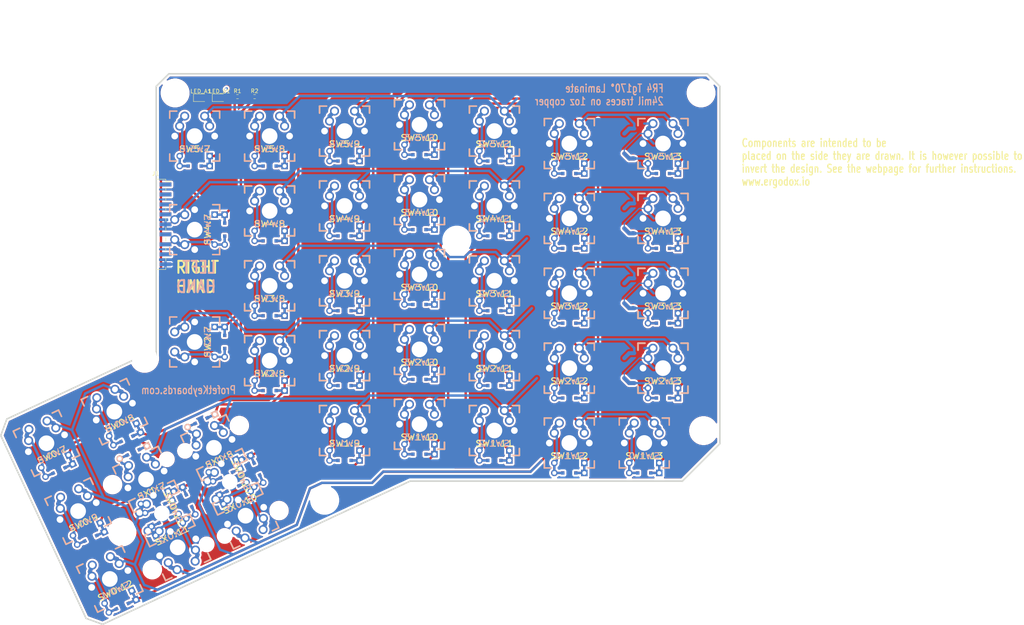
<source format=kicad_pcb>
(kicad_pcb (version 20171130) (host pcbnew 5.1.9)
  (layers (0 Front signal) (31 Back signal) (34 B.Paste user) (35 F.Paste user) (36 B.SilkS user) (37 F.SilkS user) (38 B.Mask user) (39 F.Mask user) (44 Edge.Cuts user))
  (net 0 "")
  (net 1 /COL0)
  (net 2 /COL1)
  (net 3 /COL10)
  (net 4 /COL11)
  (net 5 /COL4)
  (net 6 /COL5)
  (net 7 /COL6)
  (net 8 /LED_A)
  (net 9 /LED_B)
  (net 10 /ROW0)
  (net 11 /ROW1)
  (net 12 /ROW2)
  (net 13 /ROW3)
  (net 14 /ROW4)
  (net 15 /ROW5)
  (net 16 GND)
  (net 17 VCC)
  (net 18 "Net-(D1:7-Pad1)")
  (net 19 "Net-(D1:8-Pad1)")
  (net 20 "Net-(LED_A1-Pad1)")
  (net 21 "Net-(LED_B1-Pad1)")
  (net 22 "Net-(LED_C1-Pad1)")
  (net 23 "Net-(SW0:7-Pad2)")
  (net 24 "Net-(SW0:8-Pad2)")
  (net 25 "Net-(SW0:9-Pad2)")
  (net 26 "Net-(SW0:10-Pad2)")
  (net 27 "Net-(SW0:11-Pad2)")
  (net 28 "Net-(SW0:12-Pad2)")
  (net 29 "Net-(SW1:9-Pad2)")
  (net 30 "Net-(SW1:10-Pad2)")
  (net 31 "Net-(SW1:11-Pad2)")
  (net 32 "Net-(SW1:12-Pad2)")
  (net 33 "Net-(SW1:13-Pad2)")
  (net 34 "Net-(SW2:7-Pad2)")
  (net 35 "Net-(SW2:8-Pad2)")
  (net 36 "Net-(SW2:9-Pad2)")
  (net 37 "Net-(SW2:10-Pad2)")
  (net 38 "Net-(SW2:11-Pad2)")
  (net 39 "Net-(SW2:12-Pad2)")
  (net 40 "Net-(SW2:13-Pad2)")
  (net 41 "Net-(SW3:8-Pad2)")
  (net 42 "Net-(SW3:9-Pad2)")
  (net 43 "Net-(SW3:10-Pad2)")
  (net 44 "Net-(SW3:11-Pad2)")
  (net 45 "Net-(SW3:12-Pad2)")
  (net 46 "Net-(SW3:13-Pad2)")
  (net 47 "Net-(SW4:7-Pad2)")
  (net 48 "Net-(SW4:8-Pad2)")
  (net 49 "Net-(SW4:9-Pad2)")
  (net 50 "Net-(SW4:10-Pad2)")
  (net 51 "Net-(SW4:11-Pad2)")
  (net 52 "Net-(SW4:12-Pad2)")
  (net 53 "Net-(SW4:13-Pad2)")
  (net 54 "Net-(SW5:7-Pad2)")
  (net 55 "Net-(SW5:8-Pad2)")
  (net 56 "Net-(SW5:9-Pad2)")
  (net 57 "Net-(SW5:10-Pad2)")
  (net 58 "Net-(SW5:11-Pad2)")
  (net 59 "Net-(SW5:12-Pad2)")
  (net 60 "Net-(SW5:13-Pad2)")
  (module ergodox:MX_FLIP_DIODE (layer Front) (at 77.2795 144.43202 25)
    (fp_text reference SX1:8 (at 0 3.302 25) (layer F.SilkS) (effects (font (size 1.524 1.778) (thickness 0.254))))
    (fp_text value SX1:5 (at 0 3.302 25) (layer B.SilkS) (effects (font (size 1.524 1.778) (thickness 0.254)) (justify mirror)))
    (fp_line (start -3.81 7.62) (end -1.6637 7.62) (layer Back) (width 0.6096))
    (fp_line (start 1.6637 7.62) (end 3.81 7.62) (layer Back) (width 0.6096))
    (fp_line (start -3.81 7.62) (end -1.6637 7.62) (layer Front) (width 0.6096))
    (fp_line (start 1.6637 7.62) (end 3.81 7.62) (layer Front) (width 0.6096))
    (pad 1 thru_hole circle (at 2.54 -5.08 25) (size 2.286 2.286) (drill 1.4986) (layers *.Cu *.Mask) (net 11 /ROW1))
    (pad 2 thru_hole circle (at -3.81 -2.54 25) (size 2.286 2.286) (drill 1.4986) (layers *.Cu *.Mask) (net 19 "Net-(D1:8-Pad1)"))
    (pad 0 thru_hole circle (at 0 0 25) (size 3.9878 3.9878) (drill 3.9878) (layers *.Cu *.Mask) (net 16 GND))
    (pad 0 thru_hole circle (at -5.08 0 25) (size 1.7018 1.7018) (drill 1.7018) (layers *.Cu *.Mask) (net 16 GND))
    (pad 0 thru_hole circle (at 5.08 0 25) (size 1.7018 1.7018) (drill 1.7018) (layers *.Cu *.Mask) (net 16 GND))
    (pad 1 thru_hole circle (at 3.81 -2.54 25) (size 2.286 2.286) (drill 1.4986) (layers *.Cu *.Mask) (net 11 /ROW1))
    (pad 2 thru_hole circle (at -2.54 -5.08 25) (size 2.286 2.286) (drill 1.4986) (layers *.Cu *.Mask) (net 19 "Net-(D1:8-Pad1)"))
    (pad 3 thru_hole circle (at -3.81 5.08 25) (size 1.651 1.651) (drill 0.9906) (layers *.Cu *.Mask))
    (pad 4 thru_hole rect (at 3.81 5.08 25) (size 1.651 1.651) (drill 0.9906) (layers *.Cu *.Mask))
    (pad 3 thru_hole circle (at -3.81 7.62 25) (size 1.651 1.651) (drill 0.9906) (layers *.Cu *.Mask))
    (pad 4 thru_hole rect (at 3.81 7.62 25) (size 1.651 1.651) (drill 0.9906) (layers *.Cu *.Mask))
    (pad 99 smd rect (at -1.6637 7.62 25) (size 0.8382 0.8382) (layers Front F.Paste F.Mask))
    (pad 99 smd rect (at -1.6637 7.62 25) (size 0.8382 0.8382) (layers Back B.Paste B.Mask))
    (pad 99 smd rect (at 1.6637 7.62 25) (size 0.8382 0.8382) (layers Front F.Paste F.Mask))
    (pad 99 smd rect (at 1.6637 7.62 25) (size 0.8382 0.8382) (layers Back B.Paste B.Mask))
  )
  (module ergodox:MX_FLIP_DIODE (layer Front) (at 60.01512 152.48382 25)
    (fp_text reference SX1:7 (at 0 3.302 25) (layer F.SilkS) (effects (font (size 1.524 1.778) (thickness 0.254))))
    (fp_text value SX1:6 (at 0 3.302 25) (layer B.SilkS) (effects (font (size 1.524 1.778) (thickness 0.254)) (justify mirror)))
    (fp_line (start -3.81 7.62) (end -1.6637 7.62) (layer Back) (width 0.6096))
    (fp_line (start 1.6637 7.62) (end 3.81 7.62) (layer Back) (width 0.6096))
    (fp_line (start -3.81 7.62) (end -1.6637 7.62) (layer Front) (width 0.6096))
    (fp_line (start 1.6637 7.62) (end 3.81 7.62) (layer Front) (width 0.6096))
    (pad 1 thru_hole circle (at 2.54 -5.08 25) (size 2.286 2.286) (drill 1.4986) (layers *.Cu *.Mask) (net 11 /ROW1))
    (pad 2 thru_hole circle (at -3.81 -2.54 25) (size 2.286 2.286) (drill 1.4986) (layers *.Cu *.Mask) (net 18 "Net-(D1:7-Pad1)"))
    (pad 0 thru_hole circle (at 0 0 25) (size 3.9878 3.9878) (drill 3.9878) (layers *.Cu *.Mask) (net 16 GND))
    (pad 0 thru_hole circle (at -5.08 0 25) (size 1.7018 1.7018) (drill 1.7018) (layers *.Cu *.Mask) (net 16 GND))
    (pad 0 thru_hole circle (at 5.08 0 25) (size 1.7018 1.7018) (drill 1.7018) (layers *.Cu *.Mask) (net 16 GND))
    (pad 1 thru_hole circle (at 3.81 -2.54 25) (size 2.286 2.286) (drill 1.4986) (layers *.Cu *.Mask) (net 11 /ROW1))
    (pad 2 thru_hole circle (at -2.54 -5.08 25) (size 2.286 2.286) (drill 1.4986) (layers *.Cu *.Mask) (net 18 "Net-(D1:7-Pad1)"))
    (pad 3 thru_hole circle (at -3.81 5.08 25) (size 1.651 1.651) (drill 0.9906) (layers *.Cu *.Mask))
    (pad 4 thru_hole rect (at 3.81 5.08 25) (size 1.651 1.651) (drill 0.9906) (layers *.Cu *.Mask))
    (pad 3 thru_hole circle (at -3.81 7.62 25) (size 1.651 1.651) (drill 0.9906) (layers *.Cu *.Mask))
    (pad 4 thru_hole rect (at 3.81 7.62 25) (size 1.651 1.651) (drill 0.9906) (layers *.Cu *.Mask))
    (pad 99 smd rect (at -1.6637 7.62 25) (size 0.8382 0.8382) (layers Front F.Paste F.Mask))
    (pad 99 smd rect (at -1.6637 7.62 25) (size 0.8382 0.8382) (layers Back B.Paste B.Mask))
    (pad 99 smd rect (at 1.6637 7.62 25) (size 0.8382 0.8382) (layers Front F.Paste F.Mask))
    (pad 99 smd rect (at 1.6637 7.62 25) (size 0.8382 0.8382) (layers Back B.Paste B.Mask))
  )
  (module ergodox:MX_FLIP_DIODE (layer Front) (at 68.06438 169.7482 205)
    (fp_text reference SX0:11 (at 0 3.302 25) (layer F.SilkS) (effects (font (size 1.524 1.778) (thickness 0.254))))
    (fp_text value SX0:2 (at 0 3.302 25) (layer B.SilkS) (effects (font (size 1.524 1.778) (thickness 0.254)) (justify mirror)))
    (fp_line (start -3.81 7.62) (end -1.6637 7.62) (layer Back) (width 0.6096))
    (fp_line (start 1.6637 7.62) (end 3.81 7.62) (layer Back) (width 0.6096))
    (fp_line (start -3.81 7.62) (end -1.6637 7.62) (layer Front) (width 0.6096))
    (fp_line (start 1.6637 7.62) (end 3.81 7.62) (layer Front) (width 0.6096))
    (pad 1 thru_hole circle (at 2.54 -5.08 205) (size 2.286 2.286) (drill 1.4986) (layers *.Cu *.Mask) (net 10 /ROW0))
    (pad 2 thru_hole circle (at -3.81 -2.54 205) (size 2.286 2.286) (drill 1.4986) (layers *.Cu *.Mask) (net 27 "Net-(SW0:11-Pad2)"))
    (pad 0 thru_hole circle (at 0 0 205) (size 3.9878 3.9878) (drill 3.9878) (layers *.Cu *.Mask) (net 16 GND))
    (pad 0 thru_hole circle (at -5.08 0 205) (size 1.7018 1.7018) (drill 1.7018) (layers *.Cu *.Mask) (net 16 GND))
    (pad 0 thru_hole circle (at 5.08 0 205) (size 1.7018 1.7018) (drill 1.7018) (layers *.Cu *.Mask) (net 16 GND))
    (pad 1 thru_hole circle (at 3.81 -2.54 205) (size 2.286 2.286) (drill 1.4986) (layers *.Cu *.Mask) (net 10 /ROW0))
    (pad 2 thru_hole circle (at -2.54 -5.08 205) (size 2.286 2.286) (drill 1.4986) (layers *.Cu *.Mask) (net 27 "Net-(SW0:11-Pad2)"))
    (pad 3 thru_hole circle (at -3.81 5.08 205) (size 1.651 1.651) (drill 0.9906) (layers *.Cu *.Mask))
    (pad 4 thru_hole rect (at 3.81 5.08 205) (size 1.651 1.651) (drill 0.9906) (layers *.Cu *.Mask))
    (pad 3 thru_hole circle (at -3.81 7.62 205) (size 1.651 1.651) (drill 0.9906) (layers *.Cu *.Mask))
    (pad 4 thru_hole rect (at 3.81 7.62 205) (size 1.651 1.651) (drill 0.9906) (layers *.Cu *.Mask))
    (pad 99 smd rect (at -1.6637 7.62 205) (size 0.8382 0.8382) (layers Front F.Paste F.Mask))
    (pad 99 smd rect (at -1.6637 7.62 205) (size 0.8382 0.8382) (layers Back B.Paste B.Mask))
    (pad 99 smd rect (at 1.6637 7.62 205) (size 0.8382 0.8382) (layers Front F.Paste F.Mask))
    (pad 99 smd rect (at 1.6637 7.62 205) (size 0.8382 0.8382) (layers Back B.Paste B.Mask))
  )
  (module ergodox:MX_FLIP_DIODE (layer Front) (at 85.3313 161.69894 205)
    (fp_text reference SX0:10 (at 0 3.302 25) (layer F.SilkS) (effects (font (size 1.524 1.778) (thickness 0.254))))
    (fp_text value SX0:3 (at 0 3.302 25) (layer B.SilkS) (effects (font (size 1.524 1.778) (thickness 0.254)) (justify mirror)))
    (fp_line (start -3.81 7.62) (end -1.6637 7.62) (layer Back) (width 0.6096))
    (fp_line (start 1.6637 7.62) (end 3.81 7.62) (layer Back) (width 0.6096))
    (fp_line (start -3.81 7.62) (end -1.6637 7.62) (layer Front) (width 0.6096))
    (fp_line (start 1.6637 7.62) (end 3.81 7.62) (layer Front) (width 0.6096))
    (pad 1 thru_hole circle (at 2.54 -5.08 205) (size 2.286 2.286) (drill 1.4986) (layers *.Cu *.Mask) (net 10 /ROW0))
    (pad 2 thru_hole circle (at -3.81 -2.54 205) (size 2.286 2.286) (drill 1.4986) (layers *.Cu *.Mask) (net 26 "Net-(SW0:10-Pad2)"))
    (pad 0 thru_hole circle (at 0 0 205) (size 3.9878 3.9878) (drill 3.9878) (layers *.Cu *.Mask) (net 16 GND))
    (pad 0 thru_hole circle (at -5.08 0 205) (size 1.7018 1.7018) (drill 1.7018) (layers *.Cu *.Mask) (net 16 GND))
    (pad 0 thru_hole circle (at 5.08 0 205) (size 1.7018 1.7018) (drill 1.7018) (layers *.Cu *.Mask) (net 16 GND))
    (pad 1 thru_hole circle (at 3.81 -2.54 205) (size 2.286 2.286) (drill 1.4986) (layers *.Cu *.Mask) (net 10 /ROW0))
    (pad 2 thru_hole circle (at -2.54 -5.08 205) (size 2.286 2.286) (drill 1.4986) (layers *.Cu *.Mask) (net 26 "Net-(SW0:10-Pad2)"))
    (pad 3 thru_hole circle (at -3.81 5.08 205) (size 1.651 1.651) (drill 0.9906) (layers *.Cu *.Mask))
    (pad 4 thru_hole rect (at 3.81 5.08 205) (size 1.651 1.651) (drill 0.9906) (layers *.Cu *.Mask))
    (pad 3 thru_hole circle (at -3.81 7.62 205) (size 1.651 1.651) (drill 0.9906) (layers *.Cu *.Mask))
    (pad 4 thru_hole rect (at 3.81 7.62 205) (size 1.651 1.651) (drill 0.9906) (layers *.Cu *.Mask))
    (pad 99 smd rect (at -1.6637 7.62 205) (size 0.8382 0.8382) (layers Front F.Paste F.Mask))
    (pad 99 smd rect (at -1.6637 7.62 205) (size 0.8382 0.8382) (layers Back B.Paste B.Mask))
    (pad 99 smd rect (at 1.6637 7.62 205) (size 0.8382 0.8382) (layers Front F.Paste F.Mask))
    (pad 99 smd rect (at 1.6637 7.62 205) (size 0.8382 0.8382) (layers Back B.Paste B.Mask))
  )
  (module ergodox:MX_FLIP_DIODE (layer Front) (at 191.4525 67.0052)
    (fp_text reference SW5:13 (at 0 3.302) (layer F.SilkS) (effects (font (size 1.524 1.778) (thickness 0.254))))
    (fp_text value SW5:0 (at 0 3.302) (layer B.SilkS) (effects (font (size 1.524 1.778) (thickness 0.254)) (justify mirror)))
    (fp_line (start -3.81 7.62) (end -1.6637 7.62) (layer Back) (width 0.6096))
    (fp_line (start 1.6637 7.62) (end 3.81 7.62) (layer Back) (width 0.6096))
    (fp_line (start -3.81 7.62) (end -1.6637 7.62) (layer Front) (width 0.6096))
    (fp_line (start 1.6637 7.62) (end 3.81 7.62) (layer Front) (width 0.6096))
    (pad 1 thru_hole circle (at 2.54 -5.08) (size 2.286 2.286) (drill 1.4986) (layers *.Cu *.Mask) (net 15 /ROW5))
    (pad 2 thru_hole circle (at -3.81 -2.54) (size 2.286 2.286) (drill 1.4986) (layers *.Cu *.Mask) (net 60 "Net-(SW5:13-Pad2)"))
    (pad 0 thru_hole circle (at 0 0) (size 3.9878 3.9878) (drill 3.9878) (layers *.Cu *.Mask) (net 16 GND))
    (pad 0 thru_hole circle (at -5.08 0) (size 1.7018 1.7018) (drill 1.7018) (layers *.Cu *.Mask) (net 16 GND))
    (pad 0 thru_hole circle (at 5.08 0) (size 1.7018 1.7018) (drill 1.7018) (layers *.Cu *.Mask) (net 16 GND))
    (pad 1 thru_hole circle (at 3.81 -2.54) (size 2.286 2.286) (drill 1.4986) (layers *.Cu *.Mask) (net 15 /ROW5))
    (pad 2 thru_hole circle (at -2.54 -5.08) (size 2.286 2.286) (drill 1.4986) (layers *.Cu *.Mask) (net 60 "Net-(SW5:13-Pad2)"))
    (pad 3 thru_hole circle (at -3.81 5.08) (size 1.651 1.651) (drill 0.9906) (layers *.Cu *.Mask) (net 60 "Net-(SW5:13-Pad2)"))
    (pad 4 thru_hole rect (at 3.81 5.08) (size 1.651 1.651) (drill 0.9906) (layers *.Cu *.Mask) (net 1 /COL0))
    (pad 3 thru_hole circle (at -3.81 7.62) (size 1.651 1.651) (drill 0.9906) (layers *.Cu *.Mask) (net 60 "Net-(SW5:13-Pad2)"))
    (pad 4 thru_hole rect (at 3.81 7.62) (size 1.651 1.651) (drill 0.9906) (layers *.Cu *.Mask) (net 1 /COL0))
    (pad 99 smd rect (at -1.6637 7.62) (size 0.8382 0.8382) (layers Front F.Paste F.Mask))
    (pad 99 smd rect (at -1.6637 7.62) (size 0.8382 0.8382) (layers Back B.Paste B.Mask))
    (pad 99 smd rect (at 1.6637 7.62) (size 0.8382 0.8382) (layers Front F.Paste F.Mask))
    (pad 99 smd rect (at 1.6637 7.62) (size 0.8382 0.8382) (layers Back B.Paste B.Mask))
  )
  (module ergodox:MX_FLIP_DIODE (layer Front) (at 167.64 67.0052)
    (fp_text reference SW5:12 (at 0 3.302) (layer F.SilkS) (effects (font (size 1.524 1.778) (thickness 0.254))))
    (fp_text value SW5:1 (at 0 3.302) (layer B.SilkS) (effects (font (size 1.524 1.778) (thickness 0.254)) (justify mirror)))
    (fp_line (start -3.81 7.62) (end -1.6637 7.62) (layer Back) (width 0.6096))
    (fp_line (start 1.6637 7.62) (end 3.81 7.62) (layer Back) (width 0.6096))
    (fp_line (start -3.81 7.62) (end -1.6637 7.62) (layer Front) (width 0.6096))
    (fp_line (start 1.6637 7.62) (end 3.81 7.62) (layer Front) (width 0.6096))
    (pad 1 thru_hole circle (at 2.54 -5.08) (size 2.286 2.286) (drill 1.4986) (layers *.Cu *.Mask) (net 15 /ROW5))
    (pad 2 thru_hole circle (at -3.81 -2.54) (size 2.286 2.286) (drill 1.4986) (layers *.Cu *.Mask) (net 59 "Net-(SW5:12-Pad2)"))
    (pad 0 thru_hole circle (at 0 0) (size 3.9878 3.9878) (drill 3.9878) (layers *.Cu *.Mask) (net 16 GND))
    (pad 0 thru_hole circle (at -5.08 0) (size 1.7018 1.7018) (drill 1.7018) (layers *.Cu *.Mask) (net 16 GND))
    (pad 0 thru_hole circle (at 5.08 0) (size 1.7018 1.7018) (drill 1.7018) (layers *.Cu *.Mask) (net 16 GND))
    (pad 1 thru_hole circle (at 3.81 -2.54) (size 2.286 2.286) (drill 1.4986) (layers *.Cu *.Mask) (net 15 /ROW5))
    (pad 2 thru_hole circle (at -2.54 -5.08) (size 2.286 2.286) (drill 1.4986) (layers *.Cu *.Mask) (net 59 "Net-(SW5:12-Pad2)"))
    (pad 3 thru_hole circle (at -3.81 5.08) (size 1.651 1.651) (drill 0.9906) (layers *.Cu *.Mask) (net 59 "Net-(SW5:12-Pad2)"))
    (pad 4 thru_hole rect (at 3.81 5.08) (size 1.651 1.651) (drill 0.9906) (layers *.Cu *.Mask) (net 2 /COL1))
    (pad 3 thru_hole circle (at -3.81 7.62) (size 1.651 1.651) (drill 0.9906) (layers *.Cu *.Mask) (net 59 "Net-(SW5:12-Pad2)"))
    (pad 4 thru_hole rect (at 3.81 7.62) (size 1.651 1.651) (drill 0.9906) (layers *.Cu *.Mask) (net 2 /COL1))
    (pad 99 smd rect (at -1.6637 7.62) (size 0.8382 0.8382) (layers Front F.Paste F.Mask))
    (pad 99 smd rect (at -1.6637 7.62) (size 0.8382 0.8382) (layers Back B.Paste B.Mask))
    (pad 99 smd rect (at 1.6637 7.62) (size 0.8382 0.8382) (layers Front F.Paste F.Mask))
    (pad 99 smd rect (at 1.6637 7.62) (size 0.8382 0.8382) (layers Back B.Paste B.Mask))
  )
  (module ergodox:MX_FLIP_DIODE (layer Front) (at 148.59 63.82766)
    (fp_text reference SW5:11 (at 0 3.302) (layer F.SilkS) (effects (font (size 1.524 1.778) (thickness 0.254))))
    (fp_text value SW5:2 (at 0 3.302) (layer B.SilkS) (effects (font (size 1.524 1.778) (thickness 0.254)) (justify mirror)))
    (fp_line (start -3.81 7.62) (end -1.6637 7.62) (layer Back) (width 0.6096))
    (fp_line (start 1.6637 7.62) (end 3.81 7.62) (layer Back) (width 0.6096))
    (fp_line (start -3.81 7.62) (end -1.6637 7.62) (layer Front) (width 0.6096))
    (fp_line (start 1.6637 7.62) (end 3.81 7.62) (layer Front) (width 0.6096))
    (pad 1 thru_hole circle (at 2.54 -5.08) (size 2.286 2.286) (drill 1.4986) (layers *.Cu *.Mask) (net 15 /ROW5))
    (pad 2 thru_hole circle (at -3.81 -2.54) (size 2.286 2.286) (drill 1.4986) (layers *.Cu *.Mask) (net 58 "Net-(SW5:11-Pad2)"))
    (pad 0 thru_hole circle (at 0 0) (size 3.9878 3.9878) (drill 3.9878) (layers *.Cu *.Mask) (net 16 GND))
    (pad 0 thru_hole circle (at -5.08 0) (size 1.7018 1.7018) (drill 1.7018) (layers *.Cu *.Mask) (net 16 GND))
    (pad 0 thru_hole circle (at 5.08 0) (size 1.7018 1.7018) (drill 1.7018) (layers *.Cu *.Mask) (net 16 GND))
    (pad 1 thru_hole circle (at 3.81 -2.54) (size 2.286 2.286) (drill 1.4986) (layers *.Cu *.Mask) (net 15 /ROW5))
    (pad 2 thru_hole circle (at -2.54 -5.08) (size 2.286 2.286) (drill 1.4986) (layers *.Cu *.Mask) (net 58 "Net-(SW5:11-Pad2)"))
    (pad 3 thru_hole circle (at -3.81 5.08) (size 1.651 1.651) (drill 0.9906) (layers *.Cu *.Mask) (net 58 "Net-(SW5:11-Pad2)"))
    (pad 4 thru_hole rect (at 3.81 5.08) (size 1.651 1.651) (drill 0.9906) (layers *.Cu *.Mask) (net 4 /COL11))
    (pad 3 thru_hole circle (at -3.81 7.62) (size 1.651 1.651) (drill 0.9906) (layers *.Cu *.Mask) (net 58 "Net-(SW5:11-Pad2)"))
    (pad 4 thru_hole rect (at 3.81 7.62) (size 1.651 1.651) (drill 0.9906) (layers *.Cu *.Mask) (net 4 /COL11))
    (pad 99 smd rect (at -1.6637 7.62) (size 0.8382 0.8382) (layers Front F.Paste F.Mask))
    (pad 99 smd rect (at -1.6637 7.62) (size 0.8382 0.8382) (layers Back B.Paste B.Mask))
    (pad 99 smd rect (at 1.6637 7.62) (size 0.8382 0.8382) (layers Front F.Paste F.Mask))
    (pad 99 smd rect (at 1.6637 7.62) (size 0.8382 0.8382) (layers Back B.Paste B.Mask))
  )
  (module ergodox:MX_FLIP_DIODE (layer Front) (at 129.54 62.23)
    (fp_text reference SW5:10 (at 0 3.302) (layer F.SilkS) (effects (font (size 1.524 1.778) (thickness 0.254))))
    (fp_text value SW5:3 (at 0 3.302) (layer B.SilkS) (effects (font (size 1.524 1.778) (thickness 0.254)) (justify mirror)))
    (fp_line (start -3.81 7.62) (end -1.6637 7.62) (layer Back) (width 0.6096))
    (fp_line (start 1.6637 7.62) (end 3.81 7.62) (layer Back) (width 0.6096))
    (fp_line (start -3.81 7.62) (end -1.6637 7.62) (layer Front) (width 0.6096))
    (fp_line (start 1.6637 7.62) (end 3.81 7.62) (layer Front) (width 0.6096))
    (pad 1 thru_hole circle (at 2.54 -5.08) (size 2.286 2.286) (drill 1.4986) (layers *.Cu *.Mask) (net 15 /ROW5))
    (pad 2 thru_hole circle (at -3.81 -2.54) (size 2.286 2.286) (drill 1.4986) (layers *.Cu *.Mask) (net 57 "Net-(SW5:10-Pad2)"))
    (pad 0 thru_hole circle (at 0 0) (size 3.9878 3.9878) (drill 3.9878) (layers *.Cu *.Mask) (net 16 GND))
    (pad 0 thru_hole circle (at -5.08 0) (size 1.7018 1.7018) (drill 1.7018) (layers *.Cu *.Mask) (net 16 GND))
    (pad 0 thru_hole circle (at 5.08 0) (size 1.7018 1.7018) (drill 1.7018) (layers *.Cu *.Mask) (net 16 GND))
    (pad 1 thru_hole circle (at 3.81 -2.54) (size 2.286 2.286) (drill 1.4986) (layers *.Cu *.Mask) (net 15 /ROW5))
    (pad 2 thru_hole circle (at -2.54 -5.08) (size 2.286 2.286) (drill 1.4986) (layers *.Cu *.Mask) (net 57 "Net-(SW5:10-Pad2)"))
    (pad 3 thru_hole circle (at -3.81 5.08) (size 1.651 1.651) (drill 0.9906) (layers *.Cu *.Mask) (net 57 "Net-(SW5:10-Pad2)"))
    (pad 4 thru_hole rect (at 3.81 5.08) (size 1.651 1.651) (drill 0.9906) (layers *.Cu *.Mask) (net 3 /COL10))
    (pad 3 thru_hole circle (at -3.81 7.62) (size 1.651 1.651) (drill 0.9906) (layers *.Cu *.Mask) (net 57 "Net-(SW5:10-Pad2)"))
    (pad 4 thru_hole rect (at 3.81 7.62) (size 1.651 1.651) (drill 0.9906) (layers *.Cu *.Mask) (net 3 /COL10))
    (pad 99 smd rect (at -1.6637 7.62) (size 0.8382 0.8382) (layers Front F.Paste F.Mask))
    (pad 99 smd rect (at -1.6637 7.62) (size 0.8382 0.8382) (layers Back B.Paste B.Mask))
    (pad 99 smd rect (at 1.6637 7.62) (size 0.8382 0.8382) (layers Front F.Paste F.Mask))
    (pad 99 smd rect (at 1.6637 7.62) (size 0.8382 0.8382) (layers Back B.Paste B.Mask))
  )
  (module ergodox:MX_FLIP_DIODE (layer Front) (at 110.49 63.82766)
    (fp_text reference SW5:9 (at 0 3.302) (layer F.SilkS) (effects (font (size 1.524 1.778) (thickness 0.254))))
    (fp_text value SW5:4 (at 0 3.302) (layer B.SilkS) (effects (font (size 1.524 1.778) (thickness 0.254)) (justify mirror)))
    (fp_line (start -3.81 7.62) (end -1.6637 7.62) (layer Back) (width 0.6096))
    (fp_line (start 1.6637 7.62) (end 3.81 7.62) (layer Back) (width 0.6096))
    (fp_line (start -3.81 7.62) (end -1.6637 7.62) (layer Front) (width 0.6096))
    (fp_line (start 1.6637 7.62) (end 3.81 7.62) (layer Front) (width 0.6096))
    (pad 1 thru_hole circle (at 2.54 -5.08) (size 2.286 2.286) (drill 1.4986) (layers *.Cu *.Mask) (net 15 /ROW5))
    (pad 2 thru_hole circle (at -3.81 -2.54) (size 2.286 2.286) (drill 1.4986) (layers *.Cu *.Mask) (net 56 "Net-(SW5:9-Pad2)"))
    (pad 0 thru_hole circle (at 0 0) (size 3.9878 3.9878) (drill 3.9878) (layers *.Cu *.Mask) (net 16 GND))
    (pad 0 thru_hole circle (at -5.08 0) (size 1.7018 1.7018) (drill 1.7018) (layers *.Cu *.Mask) (net 16 GND))
    (pad 0 thru_hole circle (at 5.08 0) (size 1.7018 1.7018) (drill 1.7018) (layers *.Cu *.Mask) (net 16 GND))
    (pad 1 thru_hole circle (at 3.81 -2.54) (size 2.286 2.286) (drill 1.4986) (layers *.Cu *.Mask) (net 15 /ROW5))
    (pad 2 thru_hole circle (at -2.54 -5.08) (size 2.286 2.286) (drill 1.4986) (layers *.Cu *.Mask) (net 56 "Net-(SW5:9-Pad2)"))
    (pad 3 thru_hole circle (at -3.81 5.08) (size 1.651 1.651) (drill 0.9906) (layers *.Cu *.Mask) (net 56 "Net-(SW5:9-Pad2)"))
    (pad 4 thru_hole rect (at 3.81 5.08) (size 1.651 1.651) (drill 0.9906) (layers *.Cu *.Mask) (net 5 /COL4))
    (pad 3 thru_hole circle (at -3.81 7.62) (size 1.651 1.651) (drill 0.9906) (layers *.Cu *.Mask) (net 56 "Net-(SW5:9-Pad2)"))
    (pad 4 thru_hole rect (at 3.81 7.62) (size 1.651 1.651) (drill 0.9906) (layers *.Cu *.Mask) (net 5 /COL4))
    (pad 99 smd rect (at -1.6637 7.62) (size 0.8382 0.8382) (layers Front F.Paste F.Mask))
    (pad 99 smd rect (at -1.6637 7.62) (size 0.8382 0.8382) (layers Back B.Paste B.Mask))
    (pad 99 smd rect (at 1.6637 7.62) (size 0.8382 0.8382) (layers Front F.Paste F.Mask))
    (pad 99 smd rect (at 1.6637 7.62) (size 0.8382 0.8382) (layers Back B.Paste B.Mask))
  )
  (module ergodox:MX_FLIP_DIODE (layer Front) (at 91.44 65.1002)
    (fp_text reference SW5:8 (at 0 3.302) (layer F.SilkS) (effects (font (size 1.524 1.778) (thickness 0.254))))
    (fp_text value SW5:5 (at 0 3.302) (layer B.SilkS) (effects (font (size 1.524 1.778) (thickness 0.254)) (justify mirror)))
    (fp_line (start -3.81 7.62) (end -1.6637 7.62) (layer Back) (width 0.6096))
    (fp_line (start 1.6637 7.62) (end 3.81 7.62) (layer Back) (width 0.6096))
    (fp_line (start -3.81 7.62) (end -1.6637 7.62) (layer Front) (width 0.6096))
    (fp_line (start 1.6637 7.62) (end 3.81 7.62) (layer Front) (width 0.6096))
    (pad 1 thru_hole circle (at 2.54 -5.08) (size 2.286 2.286) (drill 1.4986) (layers *.Cu *.Mask) (net 15 /ROW5))
    (pad 2 thru_hole circle (at -3.81 -2.54) (size 2.286 2.286) (drill 1.4986) (layers *.Cu *.Mask) (net 55 "Net-(SW5:8-Pad2)"))
    (pad 0 thru_hole circle (at 0 0) (size 3.9878 3.9878) (drill 3.9878) (layers *.Cu *.Mask) (net 16 GND))
    (pad 0 thru_hole circle (at -5.08 0) (size 1.7018 1.7018) (drill 1.7018) (layers *.Cu *.Mask) (net 16 GND))
    (pad 0 thru_hole circle (at 5.08 0) (size 1.7018 1.7018) (drill 1.7018) (layers *.Cu *.Mask) (net 16 GND))
    (pad 1 thru_hole circle (at 3.81 -2.54) (size 2.286 2.286) (drill 1.4986) (layers *.Cu *.Mask) (net 15 /ROW5))
    (pad 2 thru_hole circle (at -2.54 -5.08) (size 2.286 2.286) (drill 1.4986) (layers *.Cu *.Mask) (net 55 "Net-(SW5:8-Pad2)"))
    (pad 3 thru_hole circle (at -3.81 5.08) (size 1.651 1.651) (drill 0.9906) (layers *.Cu *.Mask) (net 55 "Net-(SW5:8-Pad2)"))
    (pad 4 thru_hole rect (at 3.81 5.08) (size 1.651 1.651) (drill 0.9906) (layers *.Cu *.Mask) (net 6 /COL5))
    (pad 3 thru_hole circle (at -3.81 7.62) (size 1.651 1.651) (drill 0.9906) (layers *.Cu *.Mask) (net 55 "Net-(SW5:8-Pad2)"))
    (pad 4 thru_hole rect (at 3.81 7.62) (size 1.651 1.651) (drill 0.9906) (layers *.Cu *.Mask) (net 6 /COL5))
    (pad 99 smd rect (at -1.6637 7.62) (size 0.8382 0.8382) (layers Front F.Paste F.Mask))
    (pad 99 smd rect (at -1.6637 7.62) (size 0.8382 0.8382) (layers Back B.Paste B.Mask))
    (pad 99 smd rect (at 1.6637 7.62) (size 0.8382 0.8382) (layers Front F.Paste F.Mask))
    (pad 99 smd rect (at 1.6637 7.62) (size 0.8382 0.8382) (layers Back B.Paste B.Mask))
  )
  (module ergodox:MX_FLIP_DIODE (layer Front) (at 72.39 65.1002)
    (fp_text reference SW5:7 (at 0 3.302) (layer F.SilkS) (effects (font (size 1.524 1.778) (thickness 0.254))))
    (fp_text value SW5:6 (at 0 3.302) (layer B.SilkS) (effects (font (size 1.524 1.778) (thickness 0.254)) (justify mirror)))
    (fp_line (start -3.81 7.62) (end -1.6637 7.62) (layer Back) (width 0.6096))
    (fp_line (start 1.6637 7.62) (end 3.81 7.62) (layer Back) (width 0.6096))
    (fp_line (start -3.81 7.62) (end -1.6637 7.62) (layer Front) (width 0.6096))
    (fp_line (start 1.6637 7.62) (end 3.81 7.62) (layer Front) (width 0.6096))
    (pad 1 thru_hole circle (at 2.54 -5.08) (size 2.286 2.286) (drill 1.4986) (layers *.Cu *.Mask) (net 15 /ROW5))
    (pad 2 thru_hole circle (at -3.81 -2.54) (size 2.286 2.286) (drill 1.4986) (layers *.Cu *.Mask) (net 54 "Net-(SW5:7-Pad2)"))
    (pad 0 thru_hole circle (at 0 0) (size 3.9878 3.9878) (drill 3.9878) (layers *.Cu *.Mask) (net 16 GND))
    (pad 0 thru_hole circle (at -5.08 0) (size 1.7018 1.7018) (drill 1.7018) (layers *.Cu *.Mask) (net 16 GND))
    (pad 0 thru_hole circle (at 5.08 0) (size 1.7018 1.7018) (drill 1.7018) (layers *.Cu *.Mask) (net 16 GND))
    (pad 1 thru_hole circle (at 3.81 -2.54) (size 2.286 2.286) (drill 1.4986) (layers *.Cu *.Mask) (net 15 /ROW5))
    (pad 2 thru_hole circle (at -2.54 -5.08) (size 2.286 2.286) (drill 1.4986) (layers *.Cu *.Mask) (net 54 "Net-(SW5:7-Pad2)"))
    (pad 3 thru_hole circle (at -3.81 5.08) (size 1.651 1.651) (drill 0.9906) (layers *.Cu *.Mask) (net 54 "Net-(SW5:7-Pad2)"))
    (pad 4 thru_hole rect (at 3.81 5.08) (size 1.651 1.651) (drill 0.9906) (layers *.Cu *.Mask) (net 7 /COL6))
    (pad 3 thru_hole circle (at -3.81 7.62) (size 1.651 1.651) (drill 0.9906) (layers *.Cu *.Mask) (net 54 "Net-(SW5:7-Pad2)"))
    (pad 4 thru_hole rect (at 3.81 7.62) (size 1.651 1.651) (drill 0.9906) (layers *.Cu *.Mask) (net 7 /COL6))
    (pad 99 smd rect (at -1.6637 7.62) (size 0.8382 0.8382) (layers Front F.Paste F.Mask))
    (pad 99 smd rect (at -1.6637 7.62) (size 0.8382 0.8382) (layers Back B.Paste B.Mask))
    (pad 99 smd rect (at 1.6637 7.62) (size 0.8382 0.8382) (layers Front F.Paste F.Mask))
    (pad 99 smd rect (at 1.6637 7.62) (size 0.8382 0.8382) (layers Back B.Paste B.Mask))
  )
  (module ergodox:MX_FLIP_DIODE (layer Front) (at 191.4525 86.05266)
    (fp_text reference SW4:13 (at 0 3.302) (layer F.SilkS) (effects (font (size 1.524 1.778) (thickness 0.254))))
    (fp_text value SW4:0 (at 0 3.302) (layer B.SilkS) (effects (font (size 1.524 1.778) (thickness 0.254)) (justify mirror)))
    (fp_line (start -3.81 7.62) (end -1.6637 7.62) (layer Back) (width 0.6096))
    (fp_line (start 1.6637 7.62) (end 3.81 7.62) (layer Back) (width 0.6096))
    (fp_line (start -3.81 7.62) (end -1.6637 7.62) (layer Front) (width 0.6096))
    (fp_line (start 1.6637 7.62) (end 3.81 7.62) (layer Front) (width 0.6096))
    (pad 1 thru_hole circle (at 2.54 -5.08) (size 2.286 2.286) (drill 1.4986) (layers *.Cu *.Mask) (net 14 /ROW4))
    (pad 2 thru_hole circle (at -3.81 -2.54) (size 2.286 2.286) (drill 1.4986) (layers *.Cu *.Mask) (net 53 "Net-(SW4:13-Pad2)"))
    (pad 0 thru_hole circle (at 0 0) (size 3.9878 3.9878) (drill 3.9878) (layers *.Cu *.Mask) (net 16 GND))
    (pad 0 thru_hole circle (at -5.08 0) (size 1.7018 1.7018) (drill 1.7018) (layers *.Cu *.Mask) (net 16 GND))
    (pad 0 thru_hole circle (at 5.08 0) (size 1.7018 1.7018) (drill 1.7018) (layers *.Cu *.Mask) (net 16 GND))
    (pad 1 thru_hole circle (at 3.81 -2.54) (size 2.286 2.286) (drill 1.4986) (layers *.Cu *.Mask) (net 14 /ROW4))
    (pad 2 thru_hole circle (at -2.54 -5.08) (size 2.286 2.286) (drill 1.4986) (layers *.Cu *.Mask) (net 53 "Net-(SW4:13-Pad2)"))
    (pad 3 thru_hole circle (at -3.81 5.08) (size 1.651 1.651) (drill 0.9906) (layers *.Cu *.Mask) (net 53 "Net-(SW4:13-Pad2)"))
    (pad 4 thru_hole rect (at 3.81 5.08) (size 1.651 1.651) (drill 0.9906) (layers *.Cu *.Mask) (net 1 /COL0))
    (pad 3 thru_hole circle (at -3.81 7.62) (size 1.651 1.651) (drill 0.9906) (layers *.Cu *.Mask) (net 53 "Net-(SW4:13-Pad2)"))
    (pad 4 thru_hole rect (at 3.81 7.62) (size 1.651 1.651) (drill 0.9906) (layers *.Cu *.Mask) (net 1 /COL0))
    (pad 99 smd rect (at -1.6637 7.62) (size 0.8382 0.8382) (layers Front F.Paste F.Mask))
    (pad 99 smd rect (at -1.6637 7.62) (size 0.8382 0.8382) (layers Back B.Paste B.Mask))
    (pad 99 smd rect (at 1.6637 7.62) (size 0.8382 0.8382) (layers Front F.Paste F.Mask))
    (pad 99 smd rect (at 1.6637 7.62) (size 0.8382 0.8382) (layers Back B.Paste B.Mask))
  )
  (module ergodox:MX_FLIP_DIODE (layer Front) (at 167.64 86.05266)
    (fp_text reference SW4:12 (at 0 3.302) (layer F.SilkS) (effects (font (size 1.524 1.778) (thickness 0.254))))
    (fp_text value SW4:1 (at 0 3.302) (layer B.SilkS) (effects (font (size 1.524 1.778) (thickness 0.254)) (justify mirror)))
    (fp_line (start -3.81 7.62) (end -1.6637 7.62) (layer Back) (width 0.6096))
    (fp_line (start 1.6637 7.62) (end 3.81 7.62) (layer Back) (width 0.6096))
    (fp_line (start -3.81 7.62) (end -1.6637 7.62) (layer Front) (width 0.6096))
    (fp_line (start 1.6637 7.62) (end 3.81 7.62) (layer Front) (width 0.6096))
    (pad 1 thru_hole circle (at 2.54 -5.08) (size 2.286 2.286) (drill 1.4986) (layers *.Cu *.Mask) (net 14 /ROW4))
    (pad 2 thru_hole circle (at -3.81 -2.54) (size 2.286 2.286) (drill 1.4986) (layers *.Cu *.Mask) (net 52 "Net-(SW4:12-Pad2)"))
    (pad 0 thru_hole circle (at 0 0) (size 3.9878 3.9878) (drill 3.9878) (layers *.Cu *.Mask) (net 16 GND))
    (pad 0 thru_hole circle (at -5.08 0) (size 1.7018 1.7018) (drill 1.7018) (layers *.Cu *.Mask) (net 16 GND))
    (pad 0 thru_hole circle (at 5.08 0) (size 1.7018 1.7018) (drill 1.7018) (layers *.Cu *.Mask) (net 16 GND))
    (pad 1 thru_hole circle (at 3.81 -2.54) (size 2.286 2.286) (drill 1.4986) (layers *.Cu *.Mask) (net 14 /ROW4))
    (pad 2 thru_hole circle (at -2.54 -5.08) (size 2.286 2.286) (drill 1.4986) (layers *.Cu *.Mask) (net 52 "Net-(SW4:12-Pad2)"))
    (pad 3 thru_hole circle (at -3.81 5.08) (size 1.651 1.651) (drill 0.9906) (layers *.Cu *.Mask) (net 52 "Net-(SW4:12-Pad2)"))
    (pad 4 thru_hole rect (at 3.81 5.08) (size 1.651 1.651) (drill 0.9906) (layers *.Cu *.Mask) (net 2 /COL1))
    (pad 3 thru_hole circle (at -3.81 7.62) (size 1.651 1.651) (drill 0.9906) (layers *.Cu *.Mask) (net 52 "Net-(SW4:12-Pad2)"))
    (pad 4 thru_hole rect (at 3.81 7.62) (size 1.651 1.651) (drill 0.9906) (layers *.Cu *.Mask) (net 2 /COL1))
    (pad 99 smd rect (at -1.6637 7.62) (size 0.8382 0.8382) (layers Front F.Paste F.Mask))
    (pad 99 smd rect (at -1.6637 7.62) (size 0.8382 0.8382) (layers Back B.Paste B.Mask))
    (pad 99 smd rect (at 1.6637 7.62) (size 0.8382 0.8382) (layers Front F.Paste F.Mask))
    (pad 99 smd rect (at 1.6637 7.62) (size 0.8382 0.8382) (layers Back B.Paste B.Mask))
  )
  (module ergodox:MX_FLIP_DIODE (layer Front) (at 148.59 82.87766)
    (fp_text reference SW4:11 (at 0 3.302) (layer F.SilkS) (effects (font (size 1.524 1.778) (thickness 0.254))))
    (fp_text value SW4:2 (at 0 3.302) (layer B.SilkS) (effects (font (size 1.524 1.778) (thickness 0.254)) (justify mirror)))
    (fp_line (start -3.81 7.62) (end -1.6637 7.62) (layer Back) (width 0.6096))
    (fp_line (start 1.6637 7.62) (end 3.81 7.62) (layer Back) (width 0.6096))
    (fp_line (start -3.81 7.62) (end -1.6637 7.62) (layer Front) (width 0.6096))
    (fp_line (start 1.6637 7.62) (end 3.81 7.62) (layer Front) (width 0.6096))
    (pad 1 thru_hole circle (at 2.54 -5.08) (size 2.286 2.286) (drill 1.4986) (layers *.Cu *.Mask) (net 14 /ROW4))
    (pad 2 thru_hole circle (at -3.81 -2.54) (size 2.286 2.286) (drill 1.4986) (layers *.Cu *.Mask) (net 51 "Net-(SW4:11-Pad2)"))
    (pad 0 thru_hole circle (at 0 0) (size 3.9878 3.9878) (drill 3.9878) (layers *.Cu *.Mask) (net 16 GND))
    (pad 0 thru_hole circle (at -5.08 0) (size 1.7018 1.7018) (drill 1.7018) (layers *.Cu *.Mask) (net 16 GND))
    (pad 0 thru_hole circle (at 5.08 0) (size 1.7018 1.7018) (drill 1.7018) (layers *.Cu *.Mask) (net 16 GND))
    (pad 1 thru_hole circle (at 3.81 -2.54) (size 2.286 2.286) (drill 1.4986) (layers *.Cu *.Mask) (net 14 /ROW4))
    (pad 2 thru_hole circle (at -2.54 -5.08) (size 2.286 2.286) (drill 1.4986) (layers *.Cu *.Mask) (net 51 "Net-(SW4:11-Pad2)"))
    (pad 3 thru_hole circle (at -3.81 5.08) (size 1.651 1.651) (drill 0.9906) (layers *.Cu *.Mask) (net 51 "Net-(SW4:11-Pad2)"))
    (pad 4 thru_hole rect (at 3.81 5.08) (size 1.651 1.651) (drill 0.9906) (layers *.Cu *.Mask) (net 4 /COL11))
    (pad 3 thru_hole circle (at -3.81 7.62) (size 1.651 1.651) (drill 0.9906) (layers *.Cu *.Mask) (net 51 "Net-(SW4:11-Pad2)"))
    (pad 4 thru_hole rect (at 3.81 7.62) (size 1.651 1.651) (drill 0.9906) (layers *.Cu *.Mask) (net 4 /COL11))
    (pad 99 smd rect (at -1.6637 7.62) (size 0.8382 0.8382) (layers Front F.Paste F.Mask))
    (pad 99 smd rect (at -1.6637 7.62) (size 0.8382 0.8382) (layers Back B.Paste B.Mask))
    (pad 99 smd rect (at 1.6637 7.62) (size 0.8382 0.8382) (layers Front F.Paste F.Mask))
    (pad 99 smd rect (at 1.6637 7.62) (size 0.8382 0.8382) (layers Back B.Paste B.Mask))
  )
  (module ergodox:MX_FLIP_DIODE (layer Front) (at 129.54 81.28)
    (fp_text reference SW4:10 (at 0 3.302) (layer F.SilkS) (effects (font (size 1.524 1.778) (thickness 0.254))))
    (fp_text value SW4:3 (at 0 3.302) (layer B.SilkS) (effects (font (size 1.524 1.778) (thickness 0.254)) (justify mirror)))
    (fp_line (start -3.81 7.62) (end -1.6637 7.62) (layer Back) (width 0.6096))
    (fp_line (start 1.6637 7.62) (end 3.81 7.62) (layer Back) (width 0.6096))
    (fp_line (start -3.81 7.62) (end -1.6637 7.62) (layer Front) (width 0.6096))
    (fp_line (start 1.6637 7.62) (end 3.81 7.62) (layer Front) (width 0.6096))
    (pad 1 thru_hole circle (at 2.54 -5.08) (size 2.286 2.286) (drill 1.4986) (layers *.Cu *.Mask) (net 14 /ROW4))
    (pad 2 thru_hole circle (at -3.81 -2.54) (size 2.286 2.286) (drill 1.4986) (layers *.Cu *.Mask) (net 50 "Net-(SW4:10-Pad2)"))
    (pad 0 thru_hole circle (at 0 0) (size 3.9878 3.9878) (drill 3.9878) (layers *.Cu *.Mask) (net 16 GND))
    (pad 0 thru_hole circle (at -5.08 0) (size 1.7018 1.7018) (drill 1.7018) (layers *.Cu *.Mask) (net 16 GND))
    (pad 0 thru_hole circle (at 5.08 0) (size 1.7018 1.7018) (drill 1.7018) (layers *.Cu *.Mask) (net 16 GND))
    (pad 1 thru_hole circle (at 3.81 -2.54) (size 2.286 2.286) (drill 1.4986) (layers *.Cu *.Mask) (net 14 /ROW4))
    (pad 2 thru_hole circle (at -2.54 -5.08) (size 2.286 2.286) (drill 1.4986) (layers *.Cu *.Mask) (net 50 "Net-(SW4:10-Pad2)"))
    (pad 3 thru_hole circle (at -3.81 5.08) (size 1.651 1.651) (drill 0.9906) (layers *.Cu *.Mask) (net 50 "Net-(SW4:10-Pad2)"))
    (pad 4 thru_hole rect (at 3.81 5.08) (size 1.651 1.651) (drill 0.9906) (layers *.Cu *.Mask) (net 3 /COL10))
    (pad 3 thru_hole circle (at -3.81 7.62) (size 1.651 1.651) (drill 0.9906) (layers *.Cu *.Mask) (net 50 "Net-(SW4:10-Pad2)"))
    (pad 4 thru_hole rect (at 3.81 7.62) (size 1.651 1.651) (drill 0.9906) (layers *.Cu *.Mask) (net 3 /COL10))
    (pad 99 smd rect (at -1.6637 7.62) (size 0.8382 0.8382) (layers Front F.Paste F.Mask))
    (pad 99 smd rect (at -1.6637 7.62) (size 0.8382 0.8382) (layers Back B.Paste B.Mask))
    (pad 99 smd rect (at 1.6637 7.62) (size 0.8382 0.8382) (layers Front F.Paste F.Mask))
    (pad 99 smd rect (at 1.6637 7.62) (size 0.8382 0.8382) (layers Back B.Paste B.Mask))
  )
  (module ergodox:MX_FLIP_DIODE (layer Front) (at 110.49 82.87766)
    (fp_text reference SW4:9 (at 0 3.302) (layer F.SilkS) (effects (font (size 1.524 1.778) (thickness 0.254))))
    (fp_text value SW4:4 (at 0 3.302) (layer B.SilkS) (effects (font (size 1.524 1.778) (thickness 0.254)) (justify mirror)))
    (fp_line (start -3.81 7.62) (end -1.6637 7.62) (layer Back) (width 0.6096))
    (fp_line (start 1.6637 7.62) (end 3.81 7.62) (layer Back) (width 0.6096))
    (fp_line (start -3.81 7.62) (end -1.6637 7.62) (layer Front) (width 0.6096))
    (fp_line (start 1.6637 7.62) (end 3.81 7.62) (layer Front) (width 0.6096))
    (pad 1 thru_hole circle (at 2.54 -5.08) (size 2.286 2.286) (drill 1.4986) (layers *.Cu *.Mask) (net 14 /ROW4))
    (pad 2 thru_hole circle (at -3.81 -2.54) (size 2.286 2.286) (drill 1.4986) (layers *.Cu *.Mask) (net 49 "Net-(SW4:9-Pad2)"))
    (pad 0 thru_hole circle (at 0 0) (size 3.9878 3.9878) (drill 3.9878) (layers *.Cu *.Mask) (net 16 GND))
    (pad 0 thru_hole circle (at -5.08 0) (size 1.7018 1.7018) (drill 1.7018) (layers *.Cu *.Mask) (net 16 GND))
    (pad 0 thru_hole circle (at 5.08 0) (size 1.7018 1.7018) (drill 1.7018) (layers *.Cu *.Mask) (net 16 GND))
    (pad 1 thru_hole circle (at 3.81 -2.54) (size 2.286 2.286) (drill 1.4986) (layers *.Cu *.Mask) (net 14 /ROW4))
    (pad 2 thru_hole circle (at -2.54 -5.08) (size 2.286 2.286) (drill 1.4986) (layers *.Cu *.Mask) (net 49 "Net-(SW4:9-Pad2)"))
    (pad 3 thru_hole circle (at -3.81 5.08) (size 1.651 1.651) (drill 0.9906) (layers *.Cu *.Mask) (net 49 "Net-(SW4:9-Pad2)"))
    (pad 4 thru_hole rect (at 3.81 5.08) (size 1.651 1.651) (drill 0.9906) (layers *.Cu *.Mask) (net 5 /COL4))
    (pad 3 thru_hole circle (at -3.81 7.62) (size 1.651 1.651) (drill 0.9906) (layers *.Cu *.Mask) (net 49 "Net-(SW4:9-Pad2)"))
    (pad 4 thru_hole rect (at 3.81 7.62) (size 1.651 1.651) (drill 0.9906) (layers *.Cu *.Mask) (net 5 /COL4))
    (pad 99 smd rect (at -1.6637 7.62) (size 0.8382 0.8382) (layers Front F.Paste F.Mask))
    (pad 99 smd rect (at -1.6637 7.62) (size 0.8382 0.8382) (layers Back B.Paste B.Mask))
    (pad 99 smd rect (at 1.6637 7.62) (size 0.8382 0.8382) (layers Front F.Paste F.Mask))
    (pad 99 smd rect (at 1.6637 7.62) (size 0.8382 0.8382) (layers Back B.Paste B.Mask))
  )
  (module ergodox:MX_FLIP_DIODE (layer Front) (at 91.44 84.14766)
    (fp_text reference SW4:8 (at 0 3.302) (layer F.SilkS) (effects (font (size 1.524 1.778) (thickness 0.254))))
    (fp_text value SW4:5 (at 0 3.302) (layer B.SilkS) (effects (font (size 1.524 1.778) (thickness 0.254)) (justify mirror)))
    (fp_line (start -3.81 7.62) (end -1.6637 7.62) (layer Back) (width 0.6096))
    (fp_line (start 1.6637 7.62) (end 3.81 7.62) (layer Back) (width 0.6096))
    (fp_line (start -3.81 7.62) (end -1.6637 7.62) (layer Front) (width 0.6096))
    (fp_line (start 1.6637 7.62) (end 3.81 7.62) (layer Front) (width 0.6096))
    (pad 1 thru_hole circle (at 2.54 -5.08) (size 2.286 2.286) (drill 1.4986) (layers *.Cu *.Mask) (net 14 /ROW4))
    (pad 2 thru_hole circle (at -3.81 -2.54) (size 2.286 2.286) (drill 1.4986) (layers *.Cu *.Mask) (net 48 "Net-(SW4:8-Pad2)"))
    (pad 0 thru_hole circle (at 0 0) (size 3.9878 3.9878) (drill 3.9878) (layers *.Cu *.Mask) (net 16 GND))
    (pad 0 thru_hole circle (at -5.08 0) (size 1.7018 1.7018) (drill 1.7018) (layers *.Cu *.Mask) (net 16 GND))
    (pad 0 thru_hole circle (at 5.08 0) (size 1.7018 1.7018) (drill 1.7018) (layers *.Cu *.Mask) (net 16 GND))
    (pad 1 thru_hole circle (at 3.81 -2.54) (size 2.286 2.286) (drill 1.4986) (layers *.Cu *.Mask) (net 14 /ROW4))
    (pad 2 thru_hole circle (at -2.54 -5.08) (size 2.286 2.286) (drill 1.4986) (layers *.Cu *.Mask) (net 48 "Net-(SW4:8-Pad2)"))
    (pad 3 thru_hole circle (at -3.81 5.08) (size 1.651 1.651) (drill 0.9906) (layers *.Cu *.Mask) (net 48 "Net-(SW4:8-Pad2)"))
    (pad 4 thru_hole rect (at 3.81 5.08) (size 1.651 1.651) (drill 0.9906) (layers *.Cu *.Mask) (net 6 /COL5))
    (pad 3 thru_hole circle (at -3.81 7.62) (size 1.651 1.651) (drill 0.9906) (layers *.Cu *.Mask) (net 48 "Net-(SW4:8-Pad2)"))
    (pad 4 thru_hole rect (at 3.81 7.62) (size 1.651 1.651) (drill 0.9906) (layers *.Cu *.Mask) (net 6 /COL5))
    (pad 99 smd rect (at -1.6637 7.62) (size 0.8382 0.8382) (layers Front F.Paste F.Mask))
    (pad 99 smd rect (at -1.6637 7.62) (size 0.8382 0.8382) (layers Back B.Paste B.Mask))
    (pad 99 smd rect (at 1.6637 7.62) (size 0.8382 0.8382) (layers Front F.Paste F.Mask))
    (pad 99 smd rect (at 1.6637 7.62) (size 0.8382 0.8382) (layers Back B.Paste B.Mask))
  )
  (module ergodox:MX_FLIP_DIODE (layer Front) (at 72.39 88.91016 90)
    (fp_text reference SW4:7 (at 0 3.302 90) (layer F.SilkS) (effects (font (size 1.524 1.778) (thickness 0.254))))
    (fp_text value SW4:6 (at 0 3.302 90) (layer B.SilkS) (effects (font (size 1.524 1.778) (thickness 0.254)) (justify mirror)))
    (fp_line (start -3.81 7.62) (end -1.6637 7.62) (layer Back) (width 0.6096))
    (fp_line (start 1.6637 7.62) (end 3.81 7.62) (layer Back) (width 0.6096))
    (fp_line (start -3.81 7.62) (end -1.6637 7.62) (layer Front) (width 0.6096))
    (fp_line (start 1.6637 7.62) (end 3.81 7.62) (layer Front) (width 0.6096))
    (pad 1 thru_hole circle (at 2.54 -5.08 90) (size 2.286 2.286) (drill 1.4986) (layers *.Cu *.Mask) (net 14 /ROW4))
    (pad 2 thru_hole circle (at -3.81 -2.54 90) (size 2.286 2.286) (drill 1.4986) (layers *.Cu *.Mask) (net 47 "Net-(SW4:7-Pad2)"))
    (pad 0 thru_hole circle (at 0 0 90) (size 3.9878 3.9878) (drill 3.9878) (layers *.Cu *.Mask) (net 16 GND))
    (pad 0 thru_hole circle (at -5.08 0 90) (size 1.7018 1.7018) (drill 1.7018) (layers *.Cu *.Mask) (net 16 GND))
    (pad 0 thru_hole circle (at 5.08 0 90) (size 1.7018 1.7018) (drill 1.7018) (layers *.Cu *.Mask) (net 16 GND))
    (pad 1 thru_hole circle (at 3.81 -2.54 90) (size 2.286 2.286) (drill 1.4986) (layers *.Cu *.Mask) (net 14 /ROW4))
    (pad 2 thru_hole circle (at -2.54 -5.08 90) (size 2.286 2.286) (drill 1.4986) (layers *.Cu *.Mask) (net 47 "Net-(SW4:7-Pad2)"))
    (pad 3 thru_hole circle (at -3.81 5.08 90) (size 1.651 1.651) (drill 0.9906) (layers *.Cu *.Mask) (net 47 "Net-(SW4:7-Pad2)"))
    (pad 4 thru_hole rect (at 3.81 5.08 90) (size 1.651 1.651) (drill 0.9906) (layers *.Cu *.Mask) (net 7 /COL6))
    (pad 3 thru_hole circle (at -3.81 7.62 90) (size 1.651 1.651) (drill 0.9906) (layers *.Cu *.Mask) (net 47 "Net-(SW4:7-Pad2)"))
    (pad 4 thru_hole rect (at 3.81 7.62 90) (size 1.651 1.651) (drill 0.9906) (layers *.Cu *.Mask) (net 7 /COL6))
    (pad 99 smd rect (at -1.6637 7.62 90) (size 0.8382 0.8382) (layers Front F.Paste F.Mask))
    (pad 99 smd rect (at -1.6637 7.62 90) (size 0.8382 0.8382) (layers Back B.Paste B.Mask))
    (pad 99 smd rect (at 1.6637 7.62 90) (size 0.8382 0.8382) (layers Front F.Paste F.Mask))
    (pad 99 smd rect (at 1.6637 7.62 90) (size 0.8382 0.8382) (layers Back B.Paste B.Mask))
  )
  (module ergodox:MX_FLIP_DIODE (layer Front) (at 191.4525 105.10266)
    (fp_text reference SW3:13 (at 0 3.302) (layer F.SilkS) (effects (font (size 1.524 1.778) (thickness 0.254))))
    (fp_text value SW3:0 (at 0 3.302) (layer B.SilkS) (effects (font (size 1.524 1.778) (thickness 0.254)) (justify mirror)))
    (fp_line (start -3.81 7.62) (end -1.6637 7.62) (layer Back) (width 0.6096))
    (fp_line (start 1.6637 7.62) (end 3.81 7.62) (layer Back) (width 0.6096))
    (fp_line (start -3.81 7.62) (end -1.6637 7.62) (layer Front) (width 0.6096))
    (fp_line (start 1.6637 7.62) (end 3.81 7.62) (layer Front) (width 0.6096))
    (pad 1 thru_hole circle (at 2.54 -5.08) (size 2.286 2.286) (drill 1.4986) (layers *.Cu *.Mask) (net 13 /ROW3))
    (pad 2 thru_hole circle (at -3.81 -2.54) (size 2.286 2.286) (drill 1.4986) (layers *.Cu *.Mask) (net 46 "Net-(SW3:13-Pad2)"))
    (pad 0 thru_hole circle (at 0 0) (size 3.9878 3.9878) (drill 3.9878) (layers *.Cu *.Mask) (net 16 GND))
    (pad 0 thru_hole circle (at -5.08 0) (size 1.7018 1.7018) (drill 1.7018) (layers *.Cu *.Mask) (net 16 GND))
    (pad 0 thru_hole circle (at 5.08 0) (size 1.7018 1.7018) (drill 1.7018) (layers *.Cu *.Mask) (net 16 GND))
    (pad 1 thru_hole circle (at 3.81 -2.54) (size 2.286 2.286) (drill 1.4986) (layers *.Cu *.Mask) (net 13 /ROW3))
    (pad 2 thru_hole circle (at -2.54 -5.08) (size 2.286 2.286) (drill 1.4986) (layers *.Cu *.Mask) (net 46 "Net-(SW3:13-Pad2)"))
    (pad 3 thru_hole circle (at -3.81 5.08) (size 1.651 1.651) (drill 0.9906) (layers *.Cu *.Mask) (net 46 "Net-(SW3:13-Pad2)"))
    (pad 4 thru_hole rect (at 3.81 5.08) (size 1.651 1.651) (drill 0.9906) (layers *.Cu *.Mask) (net 1 /COL0))
    (pad 3 thru_hole circle (at -3.81 7.62) (size 1.651 1.651) (drill 0.9906) (layers *.Cu *.Mask) (net 46 "Net-(SW3:13-Pad2)"))
    (pad 4 thru_hole rect (at 3.81 7.62) (size 1.651 1.651) (drill 0.9906) (layers *.Cu *.Mask) (net 1 /COL0))
    (pad 99 smd rect (at -1.6637 7.62) (size 0.8382 0.8382) (layers Front F.Paste F.Mask))
    (pad 99 smd rect (at -1.6637 7.62) (size 0.8382 0.8382) (layers Back B.Paste B.Mask))
    (pad 99 smd rect (at 1.6637 7.62) (size 0.8382 0.8382) (layers Front F.Paste F.Mask))
    (pad 99 smd rect (at 1.6637 7.62) (size 0.8382 0.8382) (layers Back B.Paste B.Mask))
  )
  (module ergodox:MX_FLIP_DIODE (layer Front) (at 167.64 105.10266)
    (fp_text reference SW3:12 (at 0 3.302) (layer F.SilkS) (effects (font (size 1.524 1.778) (thickness 0.254))))
    (fp_text value SW3:1 (at 0 3.302) (layer B.SilkS) (effects (font (size 1.524 1.778) (thickness 0.254)) (justify mirror)))
    (fp_line (start -3.81 7.62) (end -1.6637 7.62) (layer Back) (width 0.6096))
    (fp_line (start 1.6637 7.62) (end 3.81 7.62) (layer Back) (width 0.6096))
    (fp_line (start -3.81 7.62) (end -1.6637 7.62) (layer Front) (width 0.6096))
    (fp_line (start 1.6637 7.62) (end 3.81 7.62) (layer Front) (width 0.6096))
    (pad 1 thru_hole circle (at 2.54 -5.08) (size 2.286 2.286) (drill 1.4986) (layers *.Cu *.Mask) (net 13 /ROW3))
    (pad 2 thru_hole circle (at -3.81 -2.54) (size 2.286 2.286) (drill 1.4986) (layers *.Cu *.Mask) (net 45 "Net-(SW3:12-Pad2)"))
    (pad 0 thru_hole circle (at 0 0) (size 3.9878 3.9878) (drill 3.9878) (layers *.Cu *.Mask) (net 16 GND))
    (pad 0 thru_hole circle (at -5.08 0) (size 1.7018 1.7018) (drill 1.7018) (layers *.Cu *.Mask) (net 16 GND))
    (pad 0 thru_hole circle (at 5.08 0) (size 1.7018 1.7018) (drill 1.7018) (layers *.Cu *.Mask) (net 16 GND))
    (pad 1 thru_hole circle (at 3.81 -2.54) (size 2.286 2.286) (drill 1.4986) (layers *.Cu *.Mask) (net 13 /ROW3))
    (pad 2 thru_hole circle (at -2.54 -5.08) (size 2.286 2.286) (drill 1.4986) (layers *.Cu *.Mask) (net 45 "Net-(SW3:12-Pad2)"))
    (pad 3 thru_hole circle (at -3.81 5.08) (size 1.651 1.651) (drill 0.9906) (layers *.Cu *.Mask) (net 45 "Net-(SW3:12-Pad2)"))
    (pad 4 thru_hole rect (at 3.81 5.08) (size 1.651 1.651) (drill 0.9906) (layers *.Cu *.Mask) (net 2 /COL1))
    (pad 3 thru_hole circle (at -3.81 7.62) (size 1.651 1.651) (drill 0.9906) (layers *.Cu *.Mask) (net 45 "Net-(SW3:12-Pad2)"))
    (pad 4 thru_hole rect (at 3.81 7.62) (size 1.651 1.651) (drill 0.9906) (layers *.Cu *.Mask) (net 2 /COL1))
    (pad 99 smd rect (at -1.6637 7.62) (size 0.8382 0.8382) (layers Front F.Paste F.Mask))
    (pad 99 smd rect (at -1.6637 7.62) (size 0.8382 0.8382) (layers Back B.Paste B.Mask))
    (pad 99 smd rect (at 1.6637 7.62) (size 0.8382 0.8382) (layers Front F.Paste F.Mask))
    (pad 99 smd rect (at 1.6637 7.62) (size 0.8382 0.8382) (layers Back B.Paste B.Mask))
  )
  (module ergodox:MX_FLIP_DIODE (layer Front) (at 148.59 101.92766)
    (fp_text reference SW3:11 (at 0 3.302) (layer F.SilkS) (effects (font (size 1.524 1.778) (thickness 0.254))))
    (fp_text value SW3:2 (at 0 3.302) (layer B.SilkS) (effects (font (size 1.524 1.778) (thickness 0.254)) (justify mirror)))
    (fp_line (start -3.81 7.62) (end -1.6637 7.62) (layer Back) (width 0.6096))
    (fp_line (start 1.6637 7.62) (end 3.81 7.62) (layer Back) (width 0.6096))
    (fp_line (start -3.81 7.62) (end -1.6637 7.62) (layer Front) (width 0.6096))
    (fp_line (start 1.6637 7.62) (end 3.81 7.62) (layer Front) (width 0.6096))
    (pad 1 thru_hole circle (at 2.54 -5.08) (size 2.286 2.286) (drill 1.4986) (layers *.Cu *.Mask) (net 13 /ROW3))
    (pad 2 thru_hole circle (at -3.81 -2.54) (size 2.286 2.286) (drill 1.4986) (layers *.Cu *.Mask) (net 44 "Net-(SW3:11-Pad2)"))
    (pad 0 thru_hole circle (at 0 0) (size 3.9878 3.9878) (drill 3.9878) (layers *.Cu *.Mask) (net 16 GND))
    (pad 0 thru_hole circle (at -5.08 0) (size 1.7018 1.7018) (drill 1.7018) (layers *.Cu *.Mask) (net 16 GND))
    (pad 0 thru_hole circle (at 5.08 0) (size 1.7018 1.7018) (drill 1.7018) (layers *.Cu *.Mask) (net 16 GND))
    (pad 1 thru_hole circle (at 3.81 -2.54) (size 2.286 2.286) (drill 1.4986) (layers *.Cu *.Mask) (net 13 /ROW3))
    (pad 2 thru_hole circle (at -2.54 -5.08) (size 2.286 2.286) (drill 1.4986) (layers *.Cu *.Mask) (net 44 "Net-(SW3:11-Pad2)"))
    (pad 3 thru_hole circle (at -3.81 5.08) (size 1.651 1.651) (drill 0.9906) (layers *.Cu *.Mask) (net 44 "Net-(SW3:11-Pad2)"))
    (pad 4 thru_hole rect (at 3.81 5.08) (size 1.651 1.651) (drill 0.9906) (layers *.Cu *.Mask) (net 4 /COL11))
    (pad 3 thru_hole circle (at -3.81 7.62) (size 1.651 1.651) (drill 0.9906) (layers *.Cu *.Mask) (net 44 "Net-(SW3:11-Pad2)"))
    (pad 4 thru_hole rect (at 3.81 7.62) (size 1.651 1.651) (drill 0.9906) (layers *.Cu *.Mask) (net 4 /COL11))
    (pad 99 smd rect (at -1.6637 7.62) (size 0.8382 0.8382) (layers Front F.Paste F.Mask))
    (pad 99 smd rect (at -1.6637 7.62) (size 0.8382 0.8382) (layers Back B.Paste B.Mask))
    (pad 99 smd rect (at 1.6637 7.62) (size 0.8382 0.8382) (layers Front F.Paste F.Mask))
    (pad 99 smd rect (at 1.6637 7.62) (size 0.8382 0.8382) (layers Back B.Paste B.Mask))
  )
  (module ergodox:MX_FLIP_DIODE (layer Front) (at 129.54 100.33)
    (fp_text reference SW3:10 (at 0 3.302) (layer F.SilkS) (effects (font (size 1.524 1.778) (thickness 0.254))))
    (fp_text value SW3:3 (at 0 3.302) (layer B.SilkS) (effects (font (size 1.524 1.778) (thickness 0.254)) (justify mirror)))
    (fp_line (start -3.81 7.62) (end -1.6637 7.62) (layer Back) (width 0.6096))
    (fp_line (start 1.6637 7.62) (end 3.81 7.62) (layer Back) (width 0.6096))
    (fp_line (start -3.81 7.62) (end -1.6637 7.62) (layer Front) (width 0.6096))
    (fp_line (start 1.6637 7.62) (end 3.81 7.62) (layer Front) (width 0.6096))
    (pad 1 thru_hole circle (at 2.54 -5.08) (size 2.286 2.286) (drill 1.4986) (layers *.Cu *.Mask) (net 13 /ROW3))
    (pad 2 thru_hole circle (at -3.81 -2.54) (size 2.286 2.286) (drill 1.4986) (layers *.Cu *.Mask) (net 43 "Net-(SW3:10-Pad2)"))
    (pad 0 thru_hole circle (at 0 0) (size 3.9878 3.9878) (drill 3.9878) (layers *.Cu *.Mask) (net 16 GND))
    (pad 0 thru_hole circle (at -5.08 0) (size 1.7018 1.7018) (drill 1.7018) (layers *.Cu *.Mask) (net 16 GND))
    (pad 0 thru_hole circle (at 5.08 0) (size 1.7018 1.7018) (drill 1.7018) (layers *.Cu *.Mask) (net 16 GND))
    (pad 1 thru_hole circle (at 3.81 -2.54) (size 2.286 2.286) (drill 1.4986) (layers *.Cu *.Mask) (net 13 /ROW3))
    (pad 2 thru_hole circle (at -2.54 -5.08) (size 2.286 2.286) (drill 1.4986) (layers *.Cu *.Mask) (net 43 "Net-(SW3:10-Pad2)"))
    (pad 3 thru_hole circle (at -3.81 5.08) (size 1.651 1.651) (drill 0.9906) (layers *.Cu *.Mask) (net 43 "Net-(SW3:10-Pad2)"))
    (pad 4 thru_hole rect (at 3.81 5.08) (size 1.651 1.651) (drill 0.9906) (layers *.Cu *.Mask) (net 3 /COL10))
    (pad 3 thru_hole circle (at -3.81 7.62) (size 1.651 1.651) (drill 0.9906) (layers *.Cu *.Mask) (net 43 "Net-(SW3:10-Pad2)"))
    (pad 4 thru_hole rect (at 3.81 7.62) (size 1.651 1.651) (drill 0.9906) (layers *.Cu *.Mask) (net 3 /COL10))
    (pad 99 smd rect (at -1.6637 7.62) (size 0.8382 0.8382) (layers Front F.Paste F.Mask))
    (pad 99 smd rect (at -1.6637 7.62) (size 0.8382 0.8382) (layers Back B.Paste B.Mask))
    (pad 99 smd rect (at 1.6637 7.62) (size 0.8382 0.8382) (layers Front F.Paste F.Mask))
    (pad 99 smd rect (at 1.6637 7.62) (size 0.8382 0.8382) (layers Back B.Paste B.Mask))
  )
  (module ergodox:MX_FLIP_DIODE (layer Front) (at 110.49 101.92766)
    (fp_text reference SW3:9 (at 0 3.302) (layer F.SilkS) (effects (font (size 1.524 1.778) (thickness 0.254))))
    (fp_text value SW3:4 (at 0 3.302) (layer B.SilkS) (effects (font (size 1.524 1.778) (thickness 0.254)) (justify mirror)))
    (fp_line (start -3.81 7.62) (end -1.6637 7.62) (layer Back) (width 0.6096))
    (fp_line (start 1.6637 7.62) (end 3.81 7.62) (layer Back) (width 0.6096))
    (fp_line (start -3.81 7.62) (end -1.6637 7.62) (layer Front) (width 0.6096))
    (fp_line (start 1.6637 7.62) (end 3.81 7.62) (layer Front) (width 0.6096))
    (pad 1 thru_hole circle (at 2.54 -5.08) (size 2.286 2.286) (drill 1.4986) (layers *.Cu *.Mask) (net 13 /ROW3))
    (pad 2 thru_hole circle (at -3.81 -2.54) (size 2.286 2.286) (drill 1.4986) (layers *.Cu *.Mask) (net 42 "Net-(SW3:9-Pad2)"))
    (pad 0 thru_hole circle (at 0 0) (size 3.9878 3.9878) (drill 3.9878) (layers *.Cu *.Mask) (net 16 GND))
    (pad 0 thru_hole circle (at -5.08 0) (size 1.7018 1.7018) (drill 1.7018) (layers *.Cu *.Mask) (net 16 GND))
    (pad 0 thru_hole circle (at 5.08 0) (size 1.7018 1.7018) (drill 1.7018) (layers *.Cu *.Mask) (net 16 GND))
    (pad 1 thru_hole circle (at 3.81 -2.54) (size 2.286 2.286) (drill 1.4986) (layers *.Cu *.Mask) (net 13 /ROW3))
    (pad 2 thru_hole circle (at -2.54 -5.08) (size 2.286 2.286) (drill 1.4986) (layers *.Cu *.Mask) (net 42 "Net-(SW3:9-Pad2)"))
    (pad 3 thru_hole circle (at -3.81 5.08) (size 1.651 1.651) (drill 0.9906) (layers *.Cu *.Mask) (net 42 "Net-(SW3:9-Pad2)"))
    (pad 4 thru_hole rect (at 3.81 5.08) (size 1.651 1.651) (drill 0.9906) (layers *.Cu *.Mask) (net 5 /COL4))
    (pad 3 thru_hole circle (at -3.81 7.62) (size 1.651 1.651) (drill 0.9906) (layers *.Cu *.Mask) (net 42 "Net-(SW3:9-Pad2)"))
    (pad 4 thru_hole rect (at 3.81 7.62) (size 1.651 1.651) (drill 0.9906) (layers *.Cu *.Mask) (net 5 /COL4))
    (pad 99 smd rect (at -1.6637 7.62) (size 0.8382 0.8382) (layers Front F.Paste F.Mask))
    (pad 99 smd rect (at -1.6637 7.62) (size 0.8382 0.8382) (layers Back B.Paste B.Mask))
    (pad 99 smd rect (at 1.6637 7.62) (size 0.8382 0.8382) (layers Front F.Paste F.Mask))
    (pad 99 smd rect (at 1.6637 7.62) (size 0.8382 0.8382) (layers Back B.Paste B.Mask))
  )
  (module ergodox:MX_FLIP_DIODE (layer Front) (at 91.44 103.19766)
    (fp_text reference SW3:8 (at 0 3.302) (layer F.SilkS) (effects (font (size 1.524 1.778) (thickness 0.254))))
    (fp_text value SW3:5 (at 0 3.302) (layer B.SilkS) (effects (font (size 1.524 1.778) (thickness 0.254)) (justify mirror)))
    (fp_line (start -3.81 7.62) (end -1.6637 7.62) (layer Back) (width 0.6096))
    (fp_line (start 1.6637 7.62) (end 3.81 7.62) (layer Back) (width 0.6096))
    (fp_line (start -3.81 7.62) (end -1.6637 7.62) (layer Front) (width 0.6096))
    (fp_line (start 1.6637 7.62) (end 3.81 7.62) (layer Front) (width 0.6096))
    (pad 1 thru_hole circle (at 2.54 -5.08) (size 2.286 2.286) (drill 1.4986) (layers *.Cu *.Mask) (net 13 /ROW3))
    (pad 2 thru_hole circle (at -3.81 -2.54) (size 2.286 2.286) (drill 1.4986) (layers *.Cu *.Mask) (net 41 "Net-(SW3:8-Pad2)"))
    (pad 0 thru_hole circle (at 0 0) (size 3.9878 3.9878) (drill 3.9878) (layers *.Cu *.Mask) (net 16 GND))
    (pad 0 thru_hole circle (at -5.08 0) (size 1.7018 1.7018) (drill 1.7018) (layers *.Cu *.Mask) (net 16 GND))
    (pad 0 thru_hole circle (at 5.08 0) (size 1.7018 1.7018) (drill 1.7018) (layers *.Cu *.Mask) (net 16 GND))
    (pad 1 thru_hole circle (at 3.81 -2.54) (size 2.286 2.286) (drill 1.4986) (layers *.Cu *.Mask) (net 13 /ROW3))
    (pad 2 thru_hole circle (at -2.54 -5.08) (size 2.286 2.286) (drill 1.4986) (layers *.Cu *.Mask) (net 41 "Net-(SW3:8-Pad2)"))
    (pad 3 thru_hole circle (at -3.81 5.08) (size 1.651 1.651) (drill 0.9906) (layers *.Cu *.Mask) (net 41 "Net-(SW3:8-Pad2)"))
    (pad 4 thru_hole rect (at 3.81 5.08) (size 1.651 1.651) (drill 0.9906) (layers *.Cu *.Mask) (net 6 /COL5))
    (pad 3 thru_hole circle (at -3.81 7.62) (size 1.651 1.651) (drill 0.9906) (layers *.Cu *.Mask) (net 41 "Net-(SW3:8-Pad2)"))
    (pad 4 thru_hole rect (at 3.81 7.62) (size 1.651 1.651) (drill 0.9906) (layers *.Cu *.Mask) (net 6 /COL5))
    (pad 99 smd rect (at -1.6637 7.62) (size 0.8382 0.8382) (layers Front F.Paste F.Mask))
    (pad 99 smd rect (at -1.6637 7.62) (size 0.8382 0.8382) (layers Back B.Paste B.Mask))
    (pad 99 smd rect (at 1.6637 7.62) (size 0.8382 0.8382) (layers Front F.Paste F.Mask))
    (pad 99 smd rect (at 1.6637 7.62) (size 0.8382 0.8382) (layers Back B.Paste B.Mask))
  )
  (module ergodox:MX_FLIP_DIODE (layer Front) (at 191.4525 124.15266)
    (fp_text reference SW2:13 (at 0 3.302) (layer F.SilkS) (effects (font (size 1.524 1.778) (thickness 0.254))))
    (fp_text value SW2:0 (at 0 3.302) (layer B.SilkS) (effects (font (size 1.524 1.778) (thickness 0.254)) (justify mirror)))
    (fp_line (start -3.81 7.62) (end -1.6637 7.62) (layer Back) (width 0.6096))
    (fp_line (start 1.6637 7.62) (end 3.81 7.62) (layer Back) (width 0.6096))
    (fp_line (start -3.81 7.62) (end -1.6637 7.62) (layer Front) (width 0.6096))
    (fp_line (start 1.6637 7.62) (end 3.81 7.62) (layer Front) (width 0.6096))
    (pad 1 thru_hole circle (at 2.54 -5.08) (size 2.286 2.286) (drill 1.4986) (layers *.Cu *.Mask) (net 12 /ROW2))
    (pad 2 thru_hole circle (at -3.81 -2.54) (size 2.286 2.286) (drill 1.4986) (layers *.Cu *.Mask) (net 40 "Net-(SW2:13-Pad2)"))
    (pad 0 thru_hole circle (at 0 0) (size 3.9878 3.9878) (drill 3.9878) (layers *.Cu *.Mask) (net 16 GND))
    (pad 0 thru_hole circle (at -5.08 0) (size 1.7018 1.7018) (drill 1.7018) (layers *.Cu *.Mask) (net 16 GND))
    (pad 0 thru_hole circle (at 5.08 0) (size 1.7018 1.7018) (drill 1.7018) (layers *.Cu *.Mask) (net 16 GND))
    (pad 1 thru_hole circle (at 3.81 -2.54) (size 2.286 2.286) (drill 1.4986) (layers *.Cu *.Mask) (net 12 /ROW2))
    (pad 2 thru_hole circle (at -2.54 -5.08) (size 2.286 2.286) (drill 1.4986) (layers *.Cu *.Mask) (net 40 "Net-(SW2:13-Pad2)"))
    (pad 3 thru_hole circle (at -3.81 5.08) (size 1.651 1.651) (drill 0.9906) (layers *.Cu *.Mask) (net 40 "Net-(SW2:13-Pad2)"))
    (pad 4 thru_hole rect (at 3.81 5.08) (size 1.651 1.651) (drill 0.9906) (layers *.Cu *.Mask) (net 1 /COL0))
    (pad 3 thru_hole circle (at -3.81 7.62) (size 1.651 1.651) (drill 0.9906) (layers *.Cu *.Mask) (net 40 "Net-(SW2:13-Pad2)"))
    (pad 4 thru_hole rect (at 3.81 7.62) (size 1.651 1.651) (drill 0.9906) (layers *.Cu *.Mask) (net 1 /COL0))
    (pad 99 smd rect (at -1.6637 7.62) (size 0.8382 0.8382) (layers Front F.Paste F.Mask))
    (pad 99 smd rect (at -1.6637 7.62) (size 0.8382 0.8382) (layers Back B.Paste B.Mask))
    (pad 99 smd rect (at 1.6637 7.62) (size 0.8382 0.8382) (layers Front F.Paste F.Mask))
    (pad 99 smd rect (at 1.6637 7.62) (size 0.8382 0.8382) (layers Back B.Paste B.Mask))
  )
  (module ergodox:MX_FLIP_DIODE (layer Front) (at 167.64 124.15266)
    (fp_text reference SW2:12 (at 0 3.302) (layer F.SilkS) (effects (font (size 1.524 1.778) (thickness 0.254))))
    (fp_text value SW2:1 (at 0 3.302) (layer B.SilkS) (effects (font (size 1.524 1.778) (thickness 0.254)) (justify mirror)))
    (fp_line (start -3.81 7.62) (end -1.6637 7.62) (layer Back) (width 0.6096))
    (fp_line (start 1.6637 7.62) (end 3.81 7.62) (layer Back) (width 0.6096))
    (fp_line (start -3.81 7.62) (end -1.6637 7.62) (layer Front) (width 0.6096))
    (fp_line (start 1.6637 7.62) (end 3.81 7.62) (layer Front) (width 0.6096))
    (pad 1 thru_hole circle (at 2.54 -5.08) (size 2.286 2.286) (drill 1.4986) (layers *.Cu *.Mask) (net 12 /ROW2))
    (pad 2 thru_hole circle (at -3.81 -2.54) (size 2.286 2.286) (drill 1.4986) (layers *.Cu *.Mask) (net 39 "Net-(SW2:12-Pad2)"))
    (pad 0 thru_hole circle (at 0 0) (size 3.9878 3.9878) (drill 3.9878) (layers *.Cu *.Mask) (net 16 GND))
    (pad 0 thru_hole circle (at -5.08 0) (size 1.7018 1.7018) (drill 1.7018) (layers *.Cu *.Mask) (net 16 GND))
    (pad 0 thru_hole circle (at 5.08 0) (size 1.7018 1.7018) (drill 1.7018) (layers *.Cu *.Mask) (net 16 GND))
    (pad 1 thru_hole circle (at 3.81 -2.54) (size 2.286 2.286) (drill 1.4986) (layers *.Cu *.Mask) (net 12 /ROW2))
    (pad 2 thru_hole circle (at -2.54 -5.08) (size 2.286 2.286) (drill 1.4986) (layers *.Cu *.Mask) (net 39 "Net-(SW2:12-Pad2)"))
    (pad 3 thru_hole circle (at -3.81 5.08) (size 1.651 1.651) (drill 0.9906) (layers *.Cu *.Mask) (net 39 "Net-(SW2:12-Pad2)"))
    (pad 4 thru_hole rect (at 3.81 5.08) (size 1.651 1.651) (drill 0.9906) (layers *.Cu *.Mask) (net 2 /COL1))
    (pad 3 thru_hole circle (at -3.81 7.62) (size 1.651 1.651) (drill 0.9906) (layers *.Cu *.Mask) (net 39 "Net-(SW2:12-Pad2)"))
    (pad 4 thru_hole rect (at 3.81 7.62) (size 1.651 1.651) (drill 0.9906) (layers *.Cu *.Mask) (net 2 /COL1))
    (pad 99 smd rect (at -1.6637 7.62) (size 0.8382 0.8382) (layers Front F.Paste F.Mask))
    (pad 99 smd rect (at -1.6637 7.62) (size 0.8382 0.8382) (layers Back B.Paste B.Mask))
    (pad 99 smd rect (at 1.6637 7.62) (size 0.8382 0.8382) (layers Front F.Paste F.Mask))
    (pad 99 smd rect (at 1.6637 7.62) (size 0.8382 0.8382) (layers Back B.Paste B.Mask))
  )
  (module ergodox:MX_FLIP_DIODE (layer Front) (at 148.59 120.97766)
    (fp_text reference SW2:11 (at 0 3.302) (layer F.SilkS) (effects (font (size 1.524 1.778) (thickness 0.254))))
    (fp_text value SW2:2 (at 0 3.302) (layer B.SilkS) (effects (font (size 1.524 1.778) (thickness 0.254)) (justify mirror)))
    (fp_line (start -3.81 7.62) (end -1.6637 7.62) (layer Back) (width 0.6096))
    (fp_line (start 1.6637 7.62) (end 3.81 7.62) (layer Back) (width 0.6096))
    (fp_line (start -3.81 7.62) (end -1.6637 7.62) (layer Front) (width 0.6096))
    (fp_line (start 1.6637 7.62) (end 3.81 7.62) (layer Front) (width 0.6096))
    (pad 1 thru_hole circle (at 2.54 -5.08) (size 2.286 2.286) (drill 1.4986) (layers *.Cu *.Mask) (net 12 /ROW2))
    (pad 2 thru_hole circle (at -3.81 -2.54) (size 2.286 2.286) (drill 1.4986) (layers *.Cu *.Mask) (net 38 "Net-(SW2:11-Pad2)"))
    (pad 0 thru_hole circle (at 0 0) (size 3.9878 3.9878) (drill 3.9878) (layers *.Cu *.Mask) (net 16 GND))
    (pad 0 thru_hole circle (at -5.08 0) (size 1.7018 1.7018) (drill 1.7018) (layers *.Cu *.Mask) (net 16 GND))
    (pad 0 thru_hole circle (at 5.08 0) (size 1.7018 1.7018) (drill 1.7018) (layers *.Cu *.Mask) (net 16 GND))
    (pad 1 thru_hole circle (at 3.81 -2.54) (size 2.286 2.286) (drill 1.4986) (layers *.Cu *.Mask) (net 12 /ROW2))
    (pad 2 thru_hole circle (at -2.54 -5.08) (size 2.286 2.286) (drill 1.4986) (layers *.Cu *.Mask) (net 38 "Net-(SW2:11-Pad2)"))
    (pad 3 thru_hole circle (at -3.81 5.08) (size 1.651 1.651) (drill 0.9906) (layers *.Cu *.Mask) (net 38 "Net-(SW2:11-Pad2)"))
    (pad 4 thru_hole rect (at 3.81 5.08) (size 1.651 1.651) (drill 0.9906) (layers *.Cu *.Mask) (net 4 /COL11))
    (pad 3 thru_hole circle (at -3.81 7.62) (size 1.651 1.651) (drill 0.9906) (layers *.Cu *.Mask) (net 38 "Net-(SW2:11-Pad2)"))
    (pad 4 thru_hole rect (at 3.81 7.62) (size 1.651 1.651) (drill 0.9906) (layers *.Cu *.Mask) (net 4 /COL11))
    (pad 99 smd rect (at -1.6637 7.62) (size 0.8382 0.8382) (layers Front F.Paste F.Mask))
    (pad 99 smd rect (at -1.6637 7.62) (size 0.8382 0.8382) (layers Back B.Paste B.Mask))
    (pad 99 smd rect (at 1.6637 7.62) (size 0.8382 0.8382) (layers Front F.Paste F.Mask))
    (pad 99 smd rect (at 1.6637 7.62) (size 0.8382 0.8382) (layers Back B.Paste B.Mask))
  )
  (module ergodox:MX_FLIP_DIODE (layer Front) (at 129.54 119.38)
    (fp_text reference SW2:10 (at 0 3.302) (layer F.SilkS) (effects (font (size 1.524 1.778) (thickness 0.254))))
    (fp_text value SW2:3 (at 0 3.302) (layer B.SilkS) (effects (font (size 1.524 1.778) (thickness 0.254)) (justify mirror)))
    (fp_line (start -3.81 7.62) (end -1.6637 7.62) (layer Back) (width 0.6096))
    (fp_line (start 1.6637 7.62) (end 3.81 7.62) (layer Back) (width 0.6096))
    (fp_line (start -3.81 7.62) (end -1.6637 7.62) (layer Front) (width 0.6096))
    (fp_line (start 1.6637 7.62) (end 3.81 7.62) (layer Front) (width 0.6096))
    (pad 1 thru_hole circle (at 2.54 -5.08) (size 2.286 2.286) (drill 1.4986) (layers *.Cu *.Mask) (net 12 /ROW2))
    (pad 2 thru_hole circle (at -3.81 -2.54) (size 2.286 2.286) (drill 1.4986) (layers *.Cu *.Mask) (net 37 "Net-(SW2:10-Pad2)"))
    (pad 0 thru_hole circle (at 0 0) (size 3.9878 3.9878) (drill 3.9878) (layers *.Cu *.Mask) (net 16 GND))
    (pad 0 thru_hole circle (at -5.08 0) (size 1.7018 1.7018) (drill 1.7018) (layers *.Cu *.Mask) (net 16 GND))
    (pad 0 thru_hole circle (at 5.08 0) (size 1.7018 1.7018) (drill 1.7018) (layers *.Cu *.Mask) (net 16 GND))
    (pad 1 thru_hole circle (at 3.81 -2.54) (size 2.286 2.286) (drill 1.4986) (layers *.Cu *.Mask) (net 12 /ROW2))
    (pad 2 thru_hole circle (at -2.54 -5.08) (size 2.286 2.286) (drill 1.4986) (layers *.Cu *.Mask) (net 37 "Net-(SW2:10-Pad2)"))
    (pad 3 thru_hole circle (at -3.81 5.08) (size 1.651 1.651) (drill 0.9906) (layers *.Cu *.Mask) (net 37 "Net-(SW2:10-Pad2)"))
    (pad 4 thru_hole rect (at 3.81 5.08) (size 1.651 1.651) (drill 0.9906) (layers *.Cu *.Mask) (net 3 /COL10))
    (pad 3 thru_hole circle (at -3.81 7.62) (size 1.651 1.651) (drill 0.9906) (layers *.Cu *.Mask) (net 37 "Net-(SW2:10-Pad2)"))
    (pad 4 thru_hole rect (at 3.81 7.62) (size 1.651 1.651) (drill 0.9906) (layers *.Cu *.Mask) (net 3 /COL10))
    (pad 99 smd rect (at -1.6637 7.62) (size 0.8382 0.8382) (layers Front F.Paste F.Mask))
    (pad 99 smd rect (at -1.6637 7.62) (size 0.8382 0.8382) (layers Back B.Paste B.Mask))
    (pad 99 smd rect (at 1.6637 7.62) (size 0.8382 0.8382) (layers Front F.Paste F.Mask))
    (pad 99 smd rect (at 1.6637 7.62) (size 0.8382 0.8382) (layers Back B.Paste B.Mask))
  )
  (module ergodox:MX_FLIP_DIODE (layer Front) (at 110.49 120.97766)
    (fp_text reference SW2:9 (at 0 3.302) (layer F.SilkS) (effects (font (size 1.524 1.778) (thickness 0.254))))
    (fp_text value SW2:4 (at 0 3.302) (layer B.SilkS) (effects (font (size 1.524 1.778) (thickness 0.254)) (justify mirror)))
    (fp_line (start -3.81 7.62) (end -1.6637 7.62) (layer Back) (width 0.6096))
    (fp_line (start 1.6637 7.62) (end 3.81 7.62) (layer Back) (width 0.6096))
    (fp_line (start -3.81 7.62) (end -1.6637 7.62) (layer Front) (width 0.6096))
    (fp_line (start 1.6637 7.62) (end 3.81 7.62) (layer Front) (width 0.6096))
    (pad 1 thru_hole circle (at 2.54 -5.08) (size 2.286 2.286) (drill 1.4986) (layers *.Cu *.Mask) (net 12 /ROW2))
    (pad 2 thru_hole circle (at -3.81 -2.54) (size 2.286 2.286) (drill 1.4986) (layers *.Cu *.Mask) (net 36 "Net-(SW2:9-Pad2)"))
    (pad 0 thru_hole circle (at 0 0) (size 3.9878 3.9878) (drill 3.9878) (layers *.Cu *.Mask) (net 16 GND))
    (pad 0 thru_hole circle (at -5.08 0) (size 1.7018 1.7018) (drill 1.7018) (layers *.Cu *.Mask) (net 16 GND))
    (pad 0 thru_hole circle (at 5.08 0) (size 1.7018 1.7018) (drill 1.7018) (layers *.Cu *.Mask) (net 16 GND))
    (pad 1 thru_hole circle (at 3.81 -2.54) (size 2.286 2.286) (drill 1.4986) (layers *.Cu *.Mask) (net 12 /ROW2))
    (pad 2 thru_hole circle (at -2.54 -5.08) (size 2.286 2.286) (drill 1.4986) (layers *.Cu *.Mask) (net 36 "Net-(SW2:9-Pad2)"))
    (pad 3 thru_hole circle (at -3.81 5.08) (size 1.651 1.651) (drill 0.9906) (layers *.Cu *.Mask) (net 36 "Net-(SW2:9-Pad2)"))
    (pad 4 thru_hole rect (at 3.81 5.08) (size 1.651 1.651) (drill 0.9906) (layers *.Cu *.Mask) (net 5 /COL4))
    (pad 3 thru_hole circle (at -3.81 7.62) (size 1.651 1.651) (drill 0.9906) (layers *.Cu *.Mask) (net 36 "Net-(SW2:9-Pad2)"))
    (pad 4 thru_hole rect (at 3.81 7.62) (size 1.651 1.651) (drill 0.9906) (layers *.Cu *.Mask) (net 5 /COL4))
    (pad 99 smd rect (at -1.6637 7.62) (size 0.8382 0.8382) (layers Front F.Paste F.Mask))
    (pad 99 smd rect (at -1.6637 7.62) (size 0.8382 0.8382) (layers Back B.Paste B.Mask))
    (pad 99 smd rect (at 1.6637 7.62) (size 0.8382 0.8382) (layers Front F.Paste F.Mask))
    (pad 99 smd rect (at 1.6637 7.62) (size 0.8382 0.8382) (layers Back B.Paste B.Mask))
  )
  (module ergodox:MX_FLIP_DIODE (layer Front) (at 91.44 122.24766)
    (fp_text reference SW2:8 (at 0 3.302) (layer F.SilkS) (effects (font (size 1.524 1.778) (thickness 0.254))))
    (fp_text value SW2:5 (at 0 3.302) (layer B.SilkS) (effects (font (size 1.524 1.778) (thickness 0.254)) (justify mirror)))
    (fp_line (start -3.81 7.62) (end -1.6637 7.62) (layer Back) (width 0.6096))
    (fp_line (start 1.6637 7.62) (end 3.81 7.62) (layer Back) (width 0.6096))
    (fp_line (start -3.81 7.62) (end -1.6637 7.62) (layer Front) (width 0.6096))
    (fp_line (start 1.6637 7.62) (end 3.81 7.62) (layer Front) (width 0.6096))
    (pad 1 thru_hole circle (at 2.54 -5.08) (size 2.286 2.286) (drill 1.4986) (layers *.Cu *.Mask) (net 12 /ROW2))
    (pad 2 thru_hole circle (at -3.81 -2.54) (size 2.286 2.286) (drill 1.4986) (layers *.Cu *.Mask) (net 35 "Net-(SW2:8-Pad2)"))
    (pad 0 thru_hole circle (at 0 0) (size 3.9878 3.9878) (drill 3.9878) (layers *.Cu *.Mask) (net 16 GND))
    (pad 0 thru_hole circle (at -5.08 0) (size 1.7018 1.7018) (drill 1.7018) (layers *.Cu *.Mask) (net 16 GND))
    (pad 0 thru_hole circle (at 5.08 0) (size 1.7018 1.7018) (drill 1.7018) (layers *.Cu *.Mask) (net 16 GND))
    (pad 1 thru_hole circle (at 3.81 -2.54) (size 2.286 2.286) (drill 1.4986) (layers *.Cu *.Mask) (net 12 /ROW2))
    (pad 2 thru_hole circle (at -2.54 -5.08) (size 2.286 2.286) (drill 1.4986) (layers *.Cu *.Mask) (net 35 "Net-(SW2:8-Pad2)"))
    (pad 3 thru_hole circle (at -3.81 5.08) (size 1.651 1.651) (drill 0.9906) (layers *.Cu *.Mask) (net 35 "Net-(SW2:8-Pad2)"))
    (pad 4 thru_hole rect (at 3.81 5.08) (size 1.651 1.651) (drill 0.9906) (layers *.Cu *.Mask) (net 6 /COL5))
    (pad 3 thru_hole circle (at -3.81 7.62) (size 1.651 1.651) (drill 0.9906) (layers *.Cu *.Mask) (net 35 "Net-(SW2:8-Pad2)"))
    (pad 4 thru_hole rect (at 3.81 7.62) (size 1.651 1.651) (drill 0.9906) (layers *.Cu *.Mask) (net 6 /COL5))
    (pad 99 smd rect (at -1.6637 7.62) (size 0.8382 0.8382) (layers Front F.Paste F.Mask))
    (pad 99 smd rect (at -1.6637 7.62) (size 0.8382 0.8382) (layers Back B.Paste B.Mask))
    (pad 99 smd rect (at 1.6637 7.62) (size 0.8382 0.8382) (layers Front F.Paste F.Mask))
    (pad 99 smd rect (at 1.6637 7.62) (size 0.8382 0.8382) (layers Back B.Paste B.Mask))
  )
  (module ergodox:MX_FLIP_DIODE (layer Front) (at 72.39 117.48516 90)
    (fp_text reference SW2:7 (at 0 3.302 90) (layer F.SilkS) (effects (font (size 1.524 1.778) (thickness 0.254))))
    (fp_text value SW2:6 (at 0 3.302 90) (layer B.SilkS) (effects (font (size 1.524 1.778) (thickness 0.254)) (justify mirror)))
    (fp_line (start -3.81 7.62) (end -1.6637 7.62) (layer Back) (width 0.6096))
    (fp_line (start 1.6637 7.62) (end 3.81 7.62) (layer Back) (width 0.6096))
    (fp_line (start -3.81 7.62) (end -1.6637 7.62) (layer Front) (width 0.6096))
    (fp_line (start 1.6637 7.62) (end 3.81 7.62) (layer Front) (width 0.6096))
    (pad 1 thru_hole circle (at 2.54 -5.08 90) (size 2.286 2.286) (drill 1.4986) (layers *.Cu *.Mask) (net 12 /ROW2))
    (pad 2 thru_hole circle (at -3.81 -2.54 90) (size 2.286 2.286) (drill 1.4986) (layers *.Cu *.Mask) (net 34 "Net-(SW2:7-Pad2)"))
    (pad 0 thru_hole circle (at 0 0 90) (size 3.9878 3.9878) (drill 3.9878) (layers *.Cu *.Mask) (net 16 GND))
    (pad 0 thru_hole circle (at -5.08 0 90) (size 1.7018 1.7018) (drill 1.7018) (layers *.Cu *.Mask) (net 16 GND))
    (pad 0 thru_hole circle (at 5.08 0 90) (size 1.7018 1.7018) (drill 1.7018) (layers *.Cu *.Mask) (net 16 GND))
    (pad 1 thru_hole circle (at 3.81 -2.54 90) (size 2.286 2.286) (drill 1.4986) (layers *.Cu *.Mask) (net 12 /ROW2))
    (pad 2 thru_hole circle (at -2.54 -5.08 90) (size 2.286 2.286) (drill 1.4986) (layers *.Cu *.Mask) (net 34 "Net-(SW2:7-Pad2)"))
    (pad 3 thru_hole circle (at -3.81 5.08 90) (size 1.651 1.651) (drill 0.9906) (layers *.Cu *.Mask) (net 34 "Net-(SW2:7-Pad2)"))
    (pad 4 thru_hole rect (at 3.81 5.08 90) (size 1.651 1.651) (drill 0.9906) (layers *.Cu *.Mask) (net 7 /COL6))
    (pad 3 thru_hole circle (at -3.81 7.62 90) (size 1.651 1.651) (drill 0.9906) (layers *.Cu *.Mask) (net 34 "Net-(SW2:7-Pad2)"))
    (pad 4 thru_hole rect (at 3.81 7.62 90) (size 1.651 1.651) (drill 0.9906) (layers *.Cu *.Mask) (net 7 /COL6))
    (pad 99 smd rect (at -1.6637 7.62 90) (size 0.8382 0.8382) (layers Front F.Paste F.Mask))
    (pad 99 smd rect (at -1.6637 7.62 90) (size 0.8382 0.8382) (layers Back B.Paste B.Mask))
    (pad 99 smd rect (at 1.6637 7.62 90) (size 0.8382 0.8382) (layers Front F.Paste F.Mask))
    (pad 99 smd rect (at 1.6637 7.62 90) (size 0.8382 0.8382) (layers Back B.Paste B.Mask))
  )
  (module ergodox:MX_FLIP_DIODE (layer Front) (at 186.69 143.20266)
    (fp_text reference SW1:13 (at 0 3.302) (layer F.SilkS) (effects (font (size 1.524 1.778) (thickness 0.254))))
    (fp_text value SW1:0 (at 0 3.302) (layer B.SilkS) (effects (font (size 1.524 1.778) (thickness 0.254)) (justify mirror)))
    (fp_line (start -3.81 7.62) (end -1.6637 7.62) (layer Back) (width 0.6096))
    (fp_line (start 1.6637 7.62) (end 3.81 7.62) (layer Back) (width 0.6096))
    (fp_line (start -3.81 7.62) (end -1.6637 7.62) (layer Front) (width 0.6096))
    (fp_line (start 1.6637 7.62) (end 3.81 7.62) (layer Front) (width 0.6096))
    (pad 1 thru_hole circle (at 2.54 -5.08) (size 2.286 2.286) (drill 1.4986) (layers *.Cu *.Mask) (net 11 /ROW1))
    (pad 2 thru_hole circle (at -3.81 -2.54) (size 2.286 2.286) (drill 1.4986) (layers *.Cu *.Mask) (net 33 "Net-(SW1:13-Pad2)"))
    (pad 0 thru_hole circle (at 0 0) (size 3.9878 3.9878) (drill 3.9878) (layers *.Cu *.Mask) (net 16 GND))
    (pad 0 thru_hole circle (at -5.08 0) (size 1.7018 1.7018) (drill 1.7018) (layers *.Cu *.Mask) (net 16 GND))
    (pad 0 thru_hole circle (at 5.08 0) (size 1.7018 1.7018) (drill 1.7018) (layers *.Cu *.Mask) (net 16 GND))
    (pad 1 thru_hole circle (at 3.81 -2.54) (size 2.286 2.286) (drill 1.4986) (layers *.Cu *.Mask) (net 11 /ROW1))
    (pad 2 thru_hole circle (at -2.54 -5.08) (size 2.286 2.286) (drill 1.4986) (layers *.Cu *.Mask) (net 33 "Net-(SW1:13-Pad2)"))
    (pad 3 thru_hole circle (at -3.81 5.08) (size 1.651 1.651) (drill 0.9906) (layers *.Cu *.Mask) (net 33 "Net-(SW1:13-Pad2)"))
    (pad 4 thru_hole rect (at 3.81 5.08) (size 1.651 1.651) (drill 0.9906) (layers *.Cu *.Mask) (net 1 /COL0))
    (pad 3 thru_hole circle (at -3.81 7.62) (size 1.651 1.651) (drill 0.9906) (layers *.Cu *.Mask) (net 33 "Net-(SW1:13-Pad2)"))
    (pad 4 thru_hole rect (at 3.81 7.62) (size 1.651 1.651) (drill 0.9906) (layers *.Cu *.Mask) (net 1 /COL0))
    (pad 99 smd rect (at -1.6637 7.62) (size 0.8382 0.8382) (layers Front F.Paste F.Mask))
    (pad 99 smd rect (at -1.6637 7.62) (size 0.8382 0.8382) (layers Back B.Paste B.Mask))
    (pad 99 smd rect (at 1.6637 7.62) (size 0.8382 0.8382) (layers Front F.Paste F.Mask))
    (pad 99 smd rect (at 1.6637 7.62) (size 0.8382 0.8382) (layers Back B.Paste B.Mask))
  )
  (module ergodox:MX_FLIP_DIODE (layer Front) (at 167.64 143.20266)
    (fp_text reference SW1:12 (at 0 3.302) (layer F.SilkS) (effects (font (size 1.524 1.778) (thickness 0.254))))
    (fp_text value SW1:1 (at 0 3.302) (layer B.SilkS) (effects (font (size 1.524 1.778) (thickness 0.254)) (justify mirror)))
    (fp_line (start -3.81 7.62) (end -1.6637 7.62) (layer Back) (width 0.6096))
    (fp_line (start 1.6637 7.62) (end 3.81 7.62) (layer Back) (width 0.6096))
    (fp_line (start -3.81 7.62) (end -1.6637 7.62) (layer Front) (width 0.6096))
    (fp_line (start 1.6637 7.62) (end 3.81 7.62) (layer Front) (width 0.6096))
    (pad 1 thru_hole circle (at 2.54 -5.08) (size 2.286 2.286) (drill 1.4986) (layers *.Cu *.Mask) (net 11 /ROW1))
    (pad 2 thru_hole circle (at -3.81 -2.54) (size 2.286 2.286) (drill 1.4986) (layers *.Cu *.Mask) (net 32 "Net-(SW1:12-Pad2)"))
    (pad 0 thru_hole circle (at 0 0) (size 3.9878 3.9878) (drill 3.9878) (layers *.Cu *.Mask) (net 16 GND))
    (pad 0 thru_hole circle (at -5.08 0) (size 1.7018 1.7018) (drill 1.7018) (layers *.Cu *.Mask) (net 16 GND))
    (pad 0 thru_hole circle (at 5.08 0) (size 1.7018 1.7018) (drill 1.7018) (layers *.Cu *.Mask) (net 16 GND))
    (pad 1 thru_hole circle (at 3.81 -2.54) (size 2.286 2.286) (drill 1.4986) (layers *.Cu *.Mask) (net 11 /ROW1))
    (pad 2 thru_hole circle (at -2.54 -5.08) (size 2.286 2.286) (drill 1.4986) (layers *.Cu *.Mask) (net 32 "Net-(SW1:12-Pad2)"))
    (pad 3 thru_hole circle (at -3.81 5.08) (size 1.651 1.651) (drill 0.9906) (layers *.Cu *.Mask) (net 32 "Net-(SW1:12-Pad2)"))
    (pad 4 thru_hole rect (at 3.81 5.08) (size 1.651 1.651) (drill 0.9906) (layers *.Cu *.Mask) (net 2 /COL1))
    (pad 3 thru_hole circle (at -3.81 7.62) (size 1.651 1.651) (drill 0.9906) (layers *.Cu *.Mask) (net 32 "Net-(SW1:12-Pad2)"))
    (pad 4 thru_hole rect (at 3.81 7.62) (size 1.651 1.651) (drill 0.9906) (layers *.Cu *.Mask) (net 2 /COL1))
    (pad 99 smd rect (at -1.6637 7.62) (size 0.8382 0.8382) (layers Front F.Paste F.Mask))
    (pad 99 smd rect (at -1.6637 7.62) (size 0.8382 0.8382) (layers Back B.Paste B.Mask))
    (pad 99 smd rect (at 1.6637 7.62) (size 0.8382 0.8382) (layers Front F.Paste F.Mask))
    (pad 99 smd rect (at 1.6637 7.62) (size 0.8382 0.8382) (layers Back B.Paste B.Mask))
  )
  (module ergodox:MX_FLIP_DIODE (layer Front) (at 148.59 140.02766)
    (fp_text reference SW1:11 (at 0 3.302) (layer F.SilkS) (effects (font (size 1.524 1.778) (thickness 0.254))))
    (fp_text value SW1:2 (at 0 3.302) (layer B.SilkS) (effects (font (size 1.524 1.778) (thickness 0.254)) (justify mirror)))
    (fp_line (start -3.81 7.62) (end -1.6637 7.62) (layer Back) (width 0.6096))
    (fp_line (start 1.6637 7.62) (end 3.81 7.62) (layer Back) (width 0.6096))
    (fp_line (start -3.81 7.62) (end -1.6637 7.62) (layer Front) (width 0.6096))
    (fp_line (start 1.6637 7.62) (end 3.81 7.62) (layer Front) (width 0.6096))
    (pad 1 thru_hole circle (at 2.54 -5.08) (size 2.286 2.286) (drill 1.4986) (layers *.Cu *.Mask) (net 11 /ROW1))
    (pad 2 thru_hole circle (at -3.81 -2.54) (size 2.286 2.286) (drill 1.4986) (layers *.Cu *.Mask) (net 31 "Net-(SW1:11-Pad2)"))
    (pad 0 thru_hole circle (at 0 0) (size 3.9878 3.9878) (drill 3.9878) (layers *.Cu *.Mask) (net 16 GND))
    (pad 0 thru_hole circle (at -5.08 0) (size 1.7018 1.7018) (drill 1.7018) (layers *.Cu *.Mask) (net 16 GND))
    (pad 0 thru_hole circle (at 5.08 0) (size 1.7018 1.7018) (drill 1.7018) (layers *.Cu *.Mask) (net 16 GND))
    (pad 1 thru_hole circle (at 3.81 -2.54) (size 2.286 2.286) (drill 1.4986) (layers *.Cu *.Mask) (net 11 /ROW1))
    (pad 2 thru_hole circle (at -2.54 -5.08) (size 2.286 2.286) (drill 1.4986) (layers *.Cu *.Mask) (net 31 "Net-(SW1:11-Pad2)"))
    (pad 3 thru_hole circle (at -3.81 5.08) (size 1.651 1.651) (drill 0.9906) (layers *.Cu *.Mask) (net 31 "Net-(SW1:11-Pad2)"))
    (pad 4 thru_hole rect (at 3.81 5.08) (size 1.651 1.651) (drill 0.9906) (layers *.Cu *.Mask) (net 4 /COL11))
    (pad 3 thru_hole circle (at -3.81 7.62) (size 1.651 1.651) (drill 0.9906) (layers *.Cu *.Mask) (net 31 "Net-(SW1:11-Pad2)"))
    (pad 4 thru_hole rect (at 3.81 7.62) (size 1.651 1.651) (drill 0.9906) (layers *.Cu *.Mask) (net 4 /COL11))
    (pad 99 smd rect (at -1.6637 7.62) (size 0.8382 0.8382) (layers Front F.Paste F.Mask))
    (pad 99 smd rect (at -1.6637 7.62) (size 0.8382 0.8382) (layers Back B.Paste B.Mask))
    (pad 99 smd rect (at 1.6637 7.62) (size 0.8382 0.8382) (layers Front F.Paste F.Mask))
    (pad 99 smd rect (at 1.6637 7.62) (size 0.8382 0.8382) (layers Back B.Paste B.Mask))
  )
  (module ergodox:MX_FLIP_DIODE (layer Front) (at 129.54 138.43)
    (fp_text reference SW1:10 (at 0 3.302) (layer F.SilkS) (effects (font (size 1.524 1.778) (thickness 0.254))))
    (fp_text value SW1:3 (at 0 3.302) (layer B.SilkS) (effects (font (size 1.524 1.778) (thickness 0.254)) (justify mirror)))
    (fp_line (start -3.81 7.62) (end -1.6637 7.62) (layer Back) (width 0.6096))
    (fp_line (start 1.6637 7.62) (end 3.81 7.62) (layer Back) (width 0.6096))
    (fp_line (start -3.81 7.62) (end -1.6637 7.62) (layer Front) (width 0.6096))
    (fp_line (start 1.6637 7.62) (end 3.81 7.62) (layer Front) (width 0.6096))
    (pad 1 thru_hole circle (at 2.54 -5.08) (size 2.286 2.286) (drill 1.4986) (layers *.Cu *.Mask) (net 11 /ROW1))
    (pad 2 thru_hole circle (at -3.81 -2.54) (size 2.286 2.286) (drill 1.4986) (layers *.Cu *.Mask) (net 30 "Net-(SW1:10-Pad2)"))
    (pad 0 thru_hole circle (at 0 0) (size 3.9878 3.9878) (drill 3.9878) (layers *.Cu *.Mask) (net 16 GND))
    (pad 0 thru_hole circle (at -5.08 0) (size 1.7018 1.7018) (drill 1.7018) (layers *.Cu *.Mask) (net 16 GND))
    (pad 0 thru_hole circle (at 5.08 0) (size 1.7018 1.7018) (drill 1.7018) (layers *.Cu *.Mask) (net 16 GND))
    (pad 1 thru_hole circle (at 3.81 -2.54) (size 2.286 2.286) (drill 1.4986) (layers *.Cu *.Mask) (net 11 /ROW1))
    (pad 2 thru_hole circle (at -2.54 -5.08) (size 2.286 2.286) (drill 1.4986) (layers *.Cu *.Mask) (net 30 "Net-(SW1:10-Pad2)"))
    (pad 3 thru_hole circle (at -3.81 5.08) (size 1.651 1.651) (drill 0.9906) (layers *.Cu *.Mask) (net 30 "Net-(SW1:10-Pad2)"))
    (pad 4 thru_hole rect (at 3.81 5.08) (size 1.651 1.651) (drill 0.9906) (layers *.Cu *.Mask) (net 3 /COL10))
    (pad 3 thru_hole circle (at -3.81 7.62) (size 1.651 1.651) (drill 0.9906) (layers *.Cu *.Mask) (net 30 "Net-(SW1:10-Pad2)"))
    (pad 4 thru_hole rect (at 3.81 7.62) (size 1.651 1.651) (drill 0.9906) (layers *.Cu *.Mask) (net 3 /COL10))
    (pad 99 smd rect (at -1.6637 7.62) (size 0.8382 0.8382) (layers Front F.Paste F.Mask))
    (pad 99 smd rect (at -1.6637 7.62) (size 0.8382 0.8382) (layers Back B.Paste B.Mask))
    (pad 99 smd rect (at 1.6637 7.62) (size 0.8382 0.8382) (layers Front F.Paste F.Mask))
    (pad 99 smd rect (at 1.6637 7.62) (size 0.8382 0.8382) (layers Back B.Paste B.Mask))
  )
  (module ergodox:MX_FLIP_DIODE (layer Front) (at 110.49 140.02766)
    (fp_text reference SW1:9 (at 0 3.302) (layer F.SilkS) (effects (font (size 1.524 1.778) (thickness 0.254))))
    (fp_text value SW1:4 (at 0 3.302) (layer B.SilkS) (effects (font (size 1.524 1.778) (thickness 0.254)) (justify mirror)))
    (fp_line (start -3.81 7.62) (end -1.6637 7.62) (layer Back) (width 0.6096))
    (fp_line (start 1.6637 7.62) (end 3.81 7.62) (layer Back) (width 0.6096))
    (fp_line (start -3.81 7.62) (end -1.6637 7.62) (layer Front) (width 0.6096))
    (fp_line (start 1.6637 7.62) (end 3.81 7.62) (layer Front) (width 0.6096))
    (pad 1 thru_hole circle (at 2.54 -5.08) (size 2.286 2.286) (drill 1.4986) (layers *.Cu *.Mask) (net 11 /ROW1))
    (pad 2 thru_hole circle (at -3.81 -2.54) (size 2.286 2.286) (drill 1.4986) (layers *.Cu *.Mask) (net 29 "Net-(SW1:9-Pad2)"))
    (pad 0 thru_hole circle (at 0 0) (size 3.9878 3.9878) (drill 3.9878) (layers *.Cu *.Mask) (net 16 GND))
    (pad 0 thru_hole circle (at -5.08 0) (size 1.7018 1.7018) (drill 1.7018) (layers *.Cu *.Mask) (net 16 GND))
    (pad 0 thru_hole circle (at 5.08 0) (size 1.7018 1.7018) (drill 1.7018) (layers *.Cu *.Mask) (net 16 GND))
    (pad 1 thru_hole circle (at 3.81 -2.54) (size 2.286 2.286) (drill 1.4986) (layers *.Cu *.Mask) (net 11 /ROW1))
    (pad 2 thru_hole circle (at -2.54 -5.08) (size 2.286 2.286) (drill 1.4986) (layers *.Cu *.Mask) (net 29 "Net-(SW1:9-Pad2)"))
    (pad 3 thru_hole circle (at -3.81 5.08) (size 1.651 1.651) (drill 0.9906) (layers *.Cu *.Mask) (net 29 "Net-(SW1:9-Pad2)"))
    (pad 4 thru_hole rect (at 3.81 5.08) (size 1.651 1.651) (drill 0.9906) (layers *.Cu *.Mask) (net 5 /COL4))
    (pad 3 thru_hole circle (at -3.81 7.62) (size 1.651 1.651) (drill 0.9906) (layers *.Cu *.Mask) (net 29 "Net-(SW1:9-Pad2)"))
    (pad 4 thru_hole rect (at 3.81 7.62) (size 1.651 1.651) (drill 0.9906) (layers *.Cu *.Mask) (net 5 /COL4))
    (pad 99 smd rect (at -1.6637 7.62) (size 0.8382 0.8382) (layers Front F.Paste F.Mask))
    (pad 99 smd rect (at -1.6637 7.62) (size 0.8382 0.8382) (layers Back B.Paste B.Mask))
    (pad 99 smd rect (at 1.6637 7.62) (size 0.8382 0.8382) (layers Front F.Paste F.Mask))
    (pad 99 smd rect (at 1.6637 7.62) (size 0.8382 0.8382) (layers Back B.Paste B.Mask))
  )
  (module ergodox:MX_FLIP_DIODE (layer Front) (at 50.8 177.8 25)
    (fp_text reference SW0:12 (at 0 3.302 25) (layer F.SilkS) (effects (font (size 1.524 1.778) (thickness 0.254))))
    (fp_text value SW0:1 (at 0 3.302 25) (layer B.SilkS) (effects (font (size 1.524 1.778) (thickness 0.254)) (justify mirror)))
    (fp_line (start -3.81 7.62) (end -1.6637 7.62) (layer Back) (width 0.6096))
    (fp_line (start 1.6637 7.62) (end 3.81 7.62) (layer Back) (width 0.6096))
    (fp_line (start -3.81 7.62) (end -1.6637 7.62) (layer Front) (width 0.6096))
    (fp_line (start 1.6637 7.62) (end 3.81 7.62) (layer Front) (width 0.6096))
    (pad 1 thru_hole circle (at 2.54 -5.08 25) (size 2.286 2.286) (drill 1.4986) (layers *.Cu *.Mask) (net 10 /ROW0))
    (pad 2 thru_hole circle (at -3.81 -2.54 25) (size 2.286 2.286) (drill 1.4986) (layers *.Cu *.Mask) (net 28 "Net-(SW0:12-Pad2)"))
    (pad 0 thru_hole circle (at 0 0 25) (size 3.9878 3.9878) (drill 3.9878) (layers *.Cu *.Mask) (net 16 GND))
    (pad 0 thru_hole circle (at -5.08 0 25) (size 1.7018 1.7018) (drill 1.7018) (layers *.Cu *.Mask) (net 16 GND))
    (pad 0 thru_hole circle (at 5.08 0 25) (size 1.7018 1.7018) (drill 1.7018) (layers *.Cu *.Mask) (net 16 GND))
    (pad 1 thru_hole circle (at 3.81 -2.54 25) (size 2.286 2.286) (drill 1.4986) (layers *.Cu *.Mask) (net 10 /ROW0))
    (pad 2 thru_hole circle (at -2.54 -5.08 25) (size 2.286 2.286) (drill 1.4986) (layers *.Cu *.Mask) (net 28 "Net-(SW0:12-Pad2)"))
    (pad 3 thru_hole circle (at -3.81 5.08 25) (size 1.651 1.651) (drill 0.9906) (layers *.Cu *.Mask) (net 28 "Net-(SW0:12-Pad2)"))
    (pad 4 thru_hole rect (at 3.81 5.08 25) (size 1.651 1.651) (drill 0.9906) (layers *.Cu *.Mask) (net 2 /COL1))
    (pad 3 thru_hole circle (at -3.81 7.62 25) (size 1.651 1.651) (drill 0.9906) (layers *.Cu *.Mask) (net 28 "Net-(SW0:12-Pad2)"))
    (pad 4 thru_hole rect (at 3.81 7.62 25) (size 1.651 1.651) (drill 0.9906) (layers *.Cu *.Mask) (net 2 /COL1))
    (pad 99 smd rect (at -1.6637 7.62 25) (size 0.8382 0.8382) (layers Front F.Paste F.Mask))
    (pad 99 smd rect (at -1.6637 7.62 25) (size 0.8382 0.8382) (layers Back B.Paste B.Mask))
    (pad 99 smd rect (at 1.6637 7.62 25) (size 0.8382 0.8382) (layers Front F.Paste F.Mask))
    (pad 99 smd rect (at 1.6637 7.62 25) (size 0.8382 0.8382) (layers Back B.Paste B.Mask))
  )
  (module ergodox:MX_FLIP_DIODE (layer Front) (at 64.03848 161.11728 115)
    (fp_text reference SW0:11 (at 0 3.302 115) (layer F.SilkS) (effects (font (size 1.524 1.778) (thickness 0.254))))
    (fp_text value SW0:2 (at 0 3.302 115) (layer B.SilkS) (effects (font (size 1.524 1.778) (thickness 0.254)) (justify mirror)))
    (fp_line (start -3.81 7.62) (end -1.6637 7.62) (layer Back) (width 0.6096))
    (fp_line (start 1.6637 7.62) (end 3.81 7.62) (layer Back) (width 0.6096))
    (fp_line (start -3.81 7.62) (end -1.6637 7.62) (layer Front) (width 0.6096))
    (fp_line (start 1.6637 7.62) (end 3.81 7.62) (layer Front) (width 0.6096))
    (pad 1 thru_hole circle (at 2.54 -5.08 115) (size 2.286 2.286) (drill 1.4986) (layers *.Cu *.Mask) (net 10 /ROW0))
    (pad 2 thru_hole circle (at -3.81 -2.54 115) (size 2.286 2.286) (drill 1.4986) (layers *.Cu *.Mask) (net 27 "Net-(SW0:11-Pad2)"))
    (pad 0 thru_hole circle (at 0 0 115) (size 3.9878 3.9878) (drill 3.9878) (layers *.Cu *.Mask) (net 16 GND))
    (pad 0 thru_hole circle (at -5.08 0 115) (size 1.7018 1.7018) (drill 1.7018) (layers *.Cu *.Mask) (net 16 GND))
    (pad 0 thru_hole circle (at 5.08 0 115) (size 1.7018 1.7018) (drill 1.7018) (layers *.Cu *.Mask) (net 16 GND))
    (pad 1 thru_hole circle (at 3.81 -2.54 115) (size 2.286 2.286) (drill 1.4986) (layers *.Cu *.Mask) (net 10 /ROW0))
    (pad 2 thru_hole circle (at -2.54 -5.08 115) (size 2.286 2.286) (drill 1.4986) (layers *.Cu *.Mask) (net 27 "Net-(SW0:11-Pad2)"))
    (pad 3 thru_hole circle (at -3.81 5.08 115) (size 1.651 1.651) (drill 0.9906) (layers *.Cu *.Mask) (net 27 "Net-(SW0:11-Pad2)"))
    (pad 4 thru_hole rect (at 3.81 5.08 115) (size 1.651 1.651) (drill 0.9906) (layers *.Cu *.Mask) (net 4 /COL11))
    (pad 3 thru_hole circle (at -3.81 7.62 115) (size 1.651 1.651) (drill 0.9906) (layers *.Cu *.Mask) (net 27 "Net-(SW0:11-Pad2)"))
    (pad 4 thru_hole rect (at 3.81 7.62 115) (size 1.651 1.651) (drill 0.9906) (layers *.Cu *.Mask) (net 4 /COL11))
    (pad 99 smd rect (at -1.6637 7.62 115) (size 0.8382 0.8382) (layers Front F.Paste F.Mask))
    (pad 99 smd rect (at -1.6637 7.62 115) (size 0.8382 0.8382) (layers Back B.Paste B.Mask))
    (pad 99 smd rect (at 1.6637 7.62 115) (size 0.8382 0.8382) (layers Front F.Paste F.Mask))
    (pad 99 smd rect (at 1.6637 7.62 115) (size 0.8382 0.8382) (layers Back B.Paste B.Mask))
  )
  (module ergodox:MX_FLIP_DIODE (layer Front) (at 81.30286 153.06548 115)
    (fp_text reference SW0:10 (at 0 3.302 115) (layer F.SilkS) (effects (font (size 1.524 1.778) (thickness 0.254))))
    (fp_text value SW0:3 (at 0 3.302 115) (layer B.SilkS) (effects (font (size 1.524 1.778) (thickness 0.254)) (justify mirror)))
    (fp_line (start -3.81 7.62) (end -1.6637 7.62) (layer Back) (width 0.6096))
    (fp_line (start 1.6637 7.62) (end 3.81 7.62) (layer Back) (width 0.6096))
    (fp_line (start -3.81 7.62) (end -1.6637 7.62) (layer Front) (width 0.6096))
    (fp_line (start 1.6637 7.62) (end 3.81 7.62) (layer Front) (width 0.6096))
    (pad 1 thru_hole circle (at 2.54 -5.08 115) (size 2.286 2.286) (drill 1.4986) (layers *.Cu *.Mask) (net 10 /ROW0))
    (pad 2 thru_hole circle (at -3.81 -2.54 115) (size 2.286 2.286) (drill 1.4986) (layers *.Cu *.Mask) (net 26 "Net-(SW0:10-Pad2)"))
    (pad 0 thru_hole circle (at 0 0 115) (size 3.9878 3.9878) (drill 3.9878) (layers *.Cu *.Mask) (net 16 GND))
    (pad 0 thru_hole circle (at -5.08 0 115) (size 1.7018 1.7018) (drill 1.7018) (layers *.Cu *.Mask) (net 16 GND))
    (pad 0 thru_hole circle (at 5.08 0 115) (size 1.7018 1.7018) (drill 1.7018) (layers *.Cu *.Mask) (net 16 GND))
    (pad 1 thru_hole circle (at 3.81 -2.54 115) (size 2.286 2.286) (drill 1.4986) (layers *.Cu *.Mask) (net 10 /ROW0))
    (pad 2 thru_hole circle (at -2.54 -5.08 115) (size 2.286 2.286) (drill 1.4986) (layers *.Cu *.Mask) (net 26 "Net-(SW0:10-Pad2)"))
    (pad 3 thru_hole circle (at -3.81 5.08 115) (size 1.651 1.651) (drill 0.9906) (layers *.Cu *.Mask) (net 26 "Net-(SW0:10-Pad2)"))
    (pad 4 thru_hole rect (at 3.81 5.08 115) (size 1.651 1.651) (drill 0.9906) (layers *.Cu *.Mask) (net 3 /COL10))
    (pad 3 thru_hole circle (at -3.81 7.62 115) (size 1.651 1.651) (drill 0.9906) (layers *.Cu *.Mask) (net 26 "Net-(SW0:10-Pad2)"))
    (pad 4 thru_hole rect (at 3.81 7.62 115) (size 1.651 1.651) (drill 0.9906) (layers *.Cu *.Mask) (net 3 /COL10))
    (pad 99 smd rect (at -1.6637 7.62 115) (size 0.8382 0.8382) (layers Front F.Paste F.Mask))
    (pad 99 smd rect (at -1.6637 7.62 115) (size 0.8382 0.8382) (layers Back B.Paste B.Mask))
    (pad 99 smd rect (at 1.6637 7.62 115) (size 0.8382 0.8382) (layers Front F.Paste F.Mask))
    (pad 99 smd rect (at 1.6637 7.62 115) (size 0.8382 0.8382) (layers Back B.Paste B.Mask))
  )
  (module ergodox:MX_FLIP_DIODE (layer Front) (at 42.7482 160.53308 25)
    (fp_text reference SW0:9 (at 0 3.302 25) (layer F.SilkS) (effects (font (size 1.524 1.778) (thickness 0.254))))
    (fp_text value SW0:4 (at 0 3.302 25) (layer B.SilkS) (effects (font (size 1.524 1.778) (thickness 0.254)) (justify mirror)))
    (fp_line (start -3.81 7.62) (end -1.6637 7.62) (layer Back) (width 0.6096))
    (fp_line (start 1.6637 7.62) (end 3.81 7.62) (layer Back) (width 0.6096))
    (fp_line (start -3.81 7.62) (end -1.6637 7.62) (layer Front) (width 0.6096))
    (fp_line (start 1.6637 7.62) (end 3.81 7.62) (layer Front) (width 0.6096))
    (pad 1 thru_hole circle (at 2.54 -5.08 25) (size 2.286 2.286) (drill 1.4986) (layers *.Cu *.Mask) (net 10 /ROW0))
    (pad 2 thru_hole circle (at -3.81 -2.54 25) (size 2.286 2.286) (drill 1.4986) (layers *.Cu *.Mask) (net 25 "Net-(SW0:9-Pad2)"))
    (pad 0 thru_hole circle (at 0 0 25) (size 3.9878 3.9878) (drill 3.9878) (layers *.Cu *.Mask) (net 16 GND))
    (pad 0 thru_hole circle (at -5.08 0 25) (size 1.7018 1.7018) (drill 1.7018) (layers *.Cu *.Mask) (net 16 GND))
    (pad 0 thru_hole circle (at 5.08 0 25) (size 1.7018 1.7018) (drill 1.7018) (layers *.Cu *.Mask) (net 16 GND))
    (pad 1 thru_hole circle (at 3.81 -2.54 25) (size 2.286 2.286) (drill 1.4986) (layers *.Cu *.Mask) (net 10 /ROW0))
    (pad 2 thru_hole circle (at -2.54 -5.08 25) (size 2.286 2.286) (drill 1.4986) (layers *.Cu *.Mask) (net 25 "Net-(SW0:9-Pad2)"))
    (pad 3 thru_hole circle (at -3.81 5.08 25) (size 1.651 1.651) (drill 0.9906) (layers *.Cu *.Mask) (net 25 "Net-(SW0:9-Pad2)"))
    (pad 4 thru_hole rect (at 3.81 5.08 25) (size 1.651 1.651) (drill 0.9906) (layers *.Cu *.Mask) (net 5 /COL4))
    (pad 3 thru_hole circle (at -3.81 7.62 25) (size 1.651 1.651) (drill 0.9906) (layers *.Cu *.Mask) (net 25 "Net-(SW0:9-Pad2)"))
    (pad 4 thru_hole rect (at 3.81 7.62 25) (size 1.651 1.651) (drill 0.9906) (layers *.Cu *.Mask) (net 5 /COL4))
    (pad 99 smd rect (at -1.6637 7.62 25) (size 0.8382 0.8382) (layers Front F.Paste F.Mask))
    (pad 99 smd rect (at -1.6637 7.62 25) (size 0.8382 0.8382) (layers Back B.Paste B.Mask))
    (pad 99 smd rect (at 1.6637 7.62 25) (size 0.8382 0.8382) (layers Front F.Paste F.Mask))
    (pad 99 smd rect (at 1.6637 7.62 25) (size 0.8382 0.8382) (layers Back B.Paste B.Mask))
  )
  (module ergodox:MX_FLIP_DIODE (layer Front) (at 51.96332 135.21944 25)
    (fp_text reference SW0:8 (at 0 3.302 25) (layer F.SilkS) (effects (font (size 1.524 1.778) (thickness 0.254))))
    (fp_text value SW0:5 (at 0 3.302 25) (layer B.SilkS) (effects (font (size 1.524 1.778) (thickness 0.254)) (justify mirror)))
    (fp_line (start -3.81 7.62) (end -1.6637 7.62) (layer Back) (width 0.6096))
    (fp_line (start 1.6637 7.62) (end 3.81 7.62) (layer Back) (width 0.6096))
    (fp_line (start -3.81 7.62) (end -1.6637 7.62) (layer Front) (width 0.6096))
    (fp_line (start 1.6637 7.62) (end 3.81 7.62) (layer Front) (width 0.6096))
    (pad 1 thru_hole circle (at 2.54 -5.08 25) (size 2.286 2.286) (drill 1.4986) (layers *.Cu *.Mask) (net 10 /ROW0))
    (pad 2 thru_hole circle (at -3.81 -2.54 25) (size 2.286 2.286) (drill 1.4986) (layers *.Cu *.Mask) (net 24 "Net-(SW0:8-Pad2)"))
    (pad 0 thru_hole circle (at 0 0 25) (size 3.9878 3.9878) (drill 3.9878) (layers *.Cu *.Mask) (net 16 GND))
    (pad 0 thru_hole circle (at -5.08 0 25) (size 1.7018 1.7018) (drill 1.7018) (layers *.Cu *.Mask) (net 16 GND))
    (pad 0 thru_hole circle (at 5.08 0 25) (size 1.7018 1.7018) (drill 1.7018) (layers *.Cu *.Mask) (net 16 GND))
    (pad 1 thru_hole circle (at 3.81 -2.54 25) (size 2.286 2.286) (drill 1.4986) (layers *.Cu *.Mask) (net 10 /ROW0))
    (pad 2 thru_hole circle (at -2.54 -5.08 25) (size 2.286 2.286) (drill 1.4986) (layers *.Cu *.Mask) (net 24 "Net-(SW0:8-Pad2)"))
    (pad 3 thru_hole circle (at -3.81 5.08 25) (size 1.651 1.651) (drill 0.9906) (layers *.Cu *.Mask) (net 24 "Net-(SW0:8-Pad2)"))
    (pad 4 thru_hole rect (at 3.81 5.08 25) (size 1.651 1.651) (drill 0.9906) (layers *.Cu *.Mask) (net 6 /COL5))
    (pad 3 thru_hole circle (at -3.81 7.62 25) (size 1.651 1.651) (drill 0.9906) (layers *.Cu *.Mask) (net 24 "Net-(SW0:8-Pad2)"))
    (pad 4 thru_hole rect (at 3.81 7.62 25) (size 1.651 1.651) (drill 0.9906) (layers *.Cu *.Mask) (net 6 /COL5))
    (pad 99 smd rect (at -1.6637 7.62 25) (size 0.8382 0.8382) (layers Front F.Paste F.Mask))
    (pad 99 smd rect (at -1.6637 7.62 25) (size 0.8382 0.8382) (layers Back B.Paste B.Mask))
    (pad 99 smd rect (at 1.6637 7.62 25) (size 0.8382 0.8382) (layers Front F.Paste F.Mask))
    (pad 99 smd rect (at 1.6637 7.62 25) (size 0.8382 0.8382) (layers Back B.Paste B.Mask))
  )
  (module ergodox:MX_FLIP_DIODE (layer Front) (at 34.69894 143.2687 25)
    (fp_text reference SW0:7 (at 0 3.302 25) (layer F.SilkS) (effects (font (size 1.524 1.778) (thickness 0.254))))
    (fp_text value SW0:6 (at 0 3.302 25) (layer B.SilkS) (effects (font (size 1.524 1.778) (thickness 0.254)) (justify mirror)))
    (fp_line (start -3.81 7.62) (end -1.6637 7.62) (layer Back) (width 0.6096))
    (fp_line (start 1.6637 7.62) (end 3.81 7.62) (layer Back) (width 0.6096))
    (fp_line (start -3.81 7.62) (end -1.6637 7.62) (layer Front) (width 0.6096))
    (fp_line (start 1.6637 7.62) (end 3.81 7.62) (layer Front) (width 0.6096))
    (pad 1 thru_hole circle (at 2.54 -5.08 25) (size 2.286 2.286) (drill 1.4986) (layers *.Cu *.Mask) (net 10 /ROW0))
    (pad 2 thru_hole circle (at -3.81 -2.54 25) (size 2.286 2.286) (drill 1.4986) (layers *.Cu *.Mask) (net 23 "Net-(SW0:7-Pad2)"))
    (pad 0 thru_hole circle (at 0 0 25) (size 3.9878 3.9878) (drill 3.9878) (layers *.Cu *.Mask) (net 16 GND))
    (pad 0 thru_hole circle (at -5.08 0 25) (size 1.7018 1.7018) (drill 1.7018) (layers *.Cu *.Mask) (net 16 GND))
    (pad 0 thru_hole circle (at 5.08 0 25) (size 1.7018 1.7018) (drill 1.7018) (layers *.Cu *.Mask) (net 16 GND))
    (pad 1 thru_hole circle (at 3.81 -2.54 25) (size 2.286 2.286) (drill 1.4986) (layers *.Cu *.Mask) (net 10 /ROW0))
    (pad 2 thru_hole circle (at -2.54 -5.08 25) (size 2.286 2.286) (drill 1.4986) (layers *.Cu *.Mask) (net 23 "Net-(SW0:7-Pad2)"))
    (pad 3 thru_hole circle (at -3.81 5.08 25) (size 1.651 1.651) (drill 0.9906) (layers *.Cu *.Mask) (net 23 "Net-(SW0:7-Pad2)"))
    (pad 4 thru_hole rect (at 3.81 5.08 25) (size 1.651 1.651) (drill 0.9906) (layers *.Cu *.Mask) (net 7 /COL6))
    (pad 3 thru_hole circle (at -3.81 7.62 25) (size 1.651 1.651) (drill 0.9906) (layers *.Cu *.Mask) (net 23 "Net-(SW0:7-Pad2)"))
    (pad 4 thru_hole rect (at 3.81 7.62 25) (size 1.651 1.651) (drill 0.9906) (layers *.Cu *.Mask) (net 7 /COL6))
    (pad 99 smd rect (at -1.6637 7.62 25) (size 0.8382 0.8382) (layers Front F.Paste F.Mask))
    (pad 99 smd rect (at -1.6637 7.62 25) (size 0.8382 0.8382) (layers Back B.Paste B.Mask))
    (pad 99 smd rect (at 1.6637 7.62 25) (size 0.8382 0.8382) (layers Front F.Paste F.Mask))
    (pad 99 smd rect (at 1.6637 7.62 25) (size 0.8382 0.8382) (layers Back B.Paste B.Mask))
  )
  (module ergodox:STAB_PCB940 (layer Front) (at 81.30286 153.06548 295)
    (fp_text reference S2 hide)
    (fp_text value STAB200 hide)
    (pad "" np_thru_hole circle (at 11.938001 -8.255 295) (size 3.9878 3.9878) (drill 3.9878) (layers *.Cu *.Mask))
    (pad "" np_thru_hole circle (at -11.938 -8.255 295) (size 3.9878 3.9878) (drill 3.9878) (layers *.Cu))
    (pad "" np_thru_hole circle (at 11.938 6.985 295) (size 3.048 3.048) (drill 3.048) (layers *.Cu))
    (pad "" np_thru_hole circle (at -11.938 6.985 295) (size 3.048 3.048) (drill 3.048) (layers *.Cu *.Mask))
  )
  (module ergodox:STAB_PCB940 (layer Front) (at 64.03848 161.11728 115)
    (fp_text reference S1 hide)
    (fp_text value STAB200 hide)
    (pad "" np_thru_hole circle (at 11.938001 -8.255 115) (size 3.9878 3.9878) (drill 3.9878) (layers *.Cu *.Mask))
    (pad "" np_thru_hole circle (at -11.938 -8.255 115) (size 3.9878 3.9878) (drill 3.9878) (layers *.Cu))
    (pad "" np_thru_hole circle (at 11.938 6.985 115) (size 3.048 3.048) (drill 3.048) (layers *.Cu))
    (pad "" np_thru_hole circle (at -11.938 6.985 115) (size 3.048 3.048) (drill 3.048) (layers *.Cu *.Mask))
  )
  (module Resistor_SMD:R_0603_1608Metric_Pad0.98x0.95mm_HandSolder (layer Front) (at 87.625 55.08)
    (fp_text reference R2 (at 0 -1.43) (layer F.SilkS))
    (fp_text value 470)
    (pad 2 smd roundrect (at 0.9125 0) (size 0.975 0.95) (layers Front F.Paste F.Mask) (net 21 "Net-(LED_B1-Pad1)"))
    (pad 1 smd roundrect (at -0.9125 0) (size 0.975 0.95) (layers Front F.Paste F.Mask) (net 8 /LED_A))
  )
  (module Resistor_SMD:R_0603_1608Metric_Pad0.98x0.95mm_HandSolder (layer Front) (at 83.275 55.08)
    (fp_text reference R1 (at 0 -1.43) (layer F.SilkS))
    (fp_text value 470)
    (pad 2 smd roundrect (at 0.9125 0) (size 0.975 0.95) (layers Front F.Paste F.Mask) (net 20 "Net-(LED_A1-Pad1)"))
    (pad 1 smd roundrect (at -0.9125 0) (size 0.975 0.95) (layers Front F.Paste F.Mask) (net 9 /LED_B))
  )
  (module LED_SMD:LED_0805_2012Metric_Pad1.15x1.40mm_HandSolder (layer Front) (at 78.73 55.345)
    (fp_text reference LED_B1 (at 0 -1.65) (layer F.SilkS))
    (fp_text value LEDb)
    (pad 2 smd roundrect (at 1.025 0) (size 1.15 1.4) (layers Front F.Paste F.Mask) (roundrect_rratio 0.217391) (net 16 GND))
    (pad 1 smd roundrect (at -1.025 0) (size 1.15 1.4) (layers Front F.Paste F.Mask) (roundrect_rratio 0.217391) (net 21 "Net-(LED_B1-Pad1)"))
  )
  (module LED_SMD:LED_0805_2012Metric_Pad1.15x1.40mm_HandSolder (layer Front) (at 73.94 55.345)
    (fp_text reference LED_A1 (at 0 -1.65) (layer F.SilkS))
    (fp_text value LEDa)
    (pad 2 smd roundrect (at 1.025 0) (size 1.15 1.4) (layers Front F.Paste F.Mask) (roundrect_rratio 0.217391) (net 16 GND))
    (pad 1 smd roundrect (at -1.025 0) (size 1.15 1.4) (layers Front F.Paste F.Mask) (roundrect_rratio 0.217391) (net 20 "Net-(LED_A1-Pad1)"))
  )
  (module ergodox:ErgoCogs_side_con (layer Front) (at 65 77.35)
    (fp_text reference J1 (at -2.55 -2.7) (layer F.SilkS))
    (fp_text value Conn_01x18)
    (pad 18 smd rect (at -0.03 20.39 180) (size 3 1) (layers Back B.Paste B.Mask) (net 16 GND))
    (pad 17 smd rect (at -0.03 20.39) (size 3 1) (layers Front F.Paste F.Mask) (net 1 /COL0))
    (pad 16 smd rect (at -0.03 17.85 180) (size 3 1) (layers Back B.Paste B.Mask) (net 2 /COL1))
    (pad 15 smd rect (at -0.03 17.85) (size 3 1) (layers Front F.Paste F.Mask) (net 4 /COL11))
    (pad 14 smd rect (at -0.03 15.31 180) (size 3 1) (layers Back B.Paste B.Mask) (net 3 /COL10))
    (pad 13 smd rect (at -0.03 15.31) (size 3 1) (layers Front F.Paste F.Mask) (net 5 /COL4))
    (pad 12 smd rect (at -0.03 12.77 180) (size 3 1) (layers Back B.Paste B.Mask) (net 6 /COL5))
    (pad 11 smd rect (at -0.03 12.77) (size 3 1) (layers Front F.Paste F.Mask) (net 7 /COL6))
    (pad 10 smd rect (at -0.03 10.23 180) (size 3 1) (layers Back B.Paste B.Mask) (net 16 GND))
    (pad 9 smd rect (at -0.03 10.23) (size 3 1) (layers Front F.Paste F.Mask) (net 9 /LED_B))
    (pad 8 smd rect (at -0.03 7.69 180) (size 3 1) (layers Back B.Paste B.Mask) (net 8 /LED_A))
    (pad 7 smd rect (at -0.03 7.69) (size 3 1) (layers Front F.Paste F.Mask) (net 15 /ROW5))
    (pad 6 smd rect (at -0.03 5.15 180) (size 3 1) (layers Back B.Paste B.Mask) (net 14 /ROW4))
    (pad 5 smd rect (at -0.03 5.15) (size 3 1) (layers Front F.Paste F.Mask) (net 13 /ROW3))
    (pad 4 smd rect (at -0.03 2.61 180) (size 3 1) (layers Back B.Paste B.Mask) (net 12 /ROW2))
    (pad 3 smd rect (at -0.03 2.61) (size 3 1) (layers Front F.Paste F.Mask) (net 11 /ROW1))
    (pad 2 smd rect (at -0.03 0.07 180) (size 3 1) (layers Back B.Paste B.Mask) (net 10 /ROW0))
    (pad 1 smd rect (at -0.03 0.07) (size 3 1) (layers Front F.Paste F.Mask))
  )
  (module ergodox:ErgoDOXmech (layer Front) (at 50.8 177.8)
    (fp_text reference H99 hide)
    (fp_text value MECHANICAL hide)
    (pad "" np_thru_hole circle (at 16.6116 -123.6652) (size 6.3754 6.3754) (drill 6.3754) (layers *.Cu *.Mask))
    (pad "" np_thru_hole circle (at 150.3426 -123.6652) (size 6.3754 6.3754) (drill 6.3754) (layers *.Cu *.Mask))
    (pad "" np_thru_hole circle (at 88.2396 -86.2076) (size 6.3754 6.3754) (drill 6.3754) (layers *.Cu *.Mask))
    (pad "" np_thru_hole circle (at 150.9776 -37.7444) (size 6.3754 6.3754) (drill 6.3754) (layers *.Cu *.Mask))
    (pad "" np_thru_hole circle (at 54.6354 -20.0406) (size 6.3754 6.3754) (drill 6.3754) (layers *.Cu *.Mask))
    (pad "" np_thru_hole circle (at 8.8646 -56.134) (size 6.3754 6.3754) (drill 6.3754) (layers *.Cu *.Mask))
    (pad "" np_thru_hole circle (at 3.0988 -11.9634) (size 6.3754 6.3754) (drill 6.3754) (layers *.Cu *.Mask))
  )
  (module ergodox:DIODE (layer Front) (at 74.05878 137.52576 25)
    (fp_text reference D1:8 hide)
    (fp_text value D hide)
    (fp_line (start 1.6637 0) (end 3.81 0) (layer Front) (width 0.6096))
    (fp_line (start -3.81 0) (end -1.6637 0) (layer Front) (width 0.6096))
    (fp_line (start 1.6637 0) (end 3.81 0) (layer Back) (width 0.6096))
    (fp_line (start -3.81 0) (end -1.6637 0) (layer Back) (width 0.6096))
    (pad 99 smd rect (at 1.6637 0 25) (size 0.8382 0.8382) (layers Back B.Paste B.Mask))
    (pad 99 smd rect (at 1.6637 0 25) (size 0.8382 0.8382) (layers Front F.Paste F.Mask))
    (pad 2 thru_hole rect (at 3.81 0 25) (size 1.651 1.651) (drill 0.9906) (layers *.Cu *.SilkS *.Mask) (net 6 /COL5))
    (pad 99 smd rect (at -1.6637 0 25) (size 0.8382 0.8382) (layers Back B.Paste B.Mask))
    (pad 99 smd rect (at -1.6637 0 25) (size 0.8382 0.8382) (layers Front F.Paste F.Mask))
    (pad 1 thru_hole circle (at -3.81 0 25) (size 1.651 1.651) (drill 0.9906) (layers *.Cu *.SilkS *.Mask) (net 19 "Net-(D1:8-Pad1)"))
  )
  (module ergodox:DIODE (layer Front) (at 56.7944 145.57756 25)
    (fp_text reference D1:7 hide)
    (fp_text value D hide)
    (fp_line (start 1.6637 0) (end 3.81 0) (layer Front) (width 0.6096))
    (fp_line (start -3.81 0) (end -1.6637 0) (layer Front) (width 0.6096))
    (fp_line (start 1.6637 0) (end 3.81 0) (layer Back) (width 0.6096))
    (fp_line (start -3.81 0) (end -1.6637 0) (layer Back) (width 0.6096))
    (pad 99 smd rect (at 1.6637 0 25) (size 0.8382 0.8382) (layers Back B.Paste B.Mask))
    (pad 99 smd rect (at 1.6637 0 25) (size 0.8382 0.8382) (layers Front F.Paste F.Mask))
    (pad 2 thru_hole rect (at 3.81 0 25) (size 1.651 1.651) (drill 0.9906) (layers *.Cu *.SilkS *.Mask) (net 7 /COL6))
    (pad 99 smd rect (at -1.6637 0 25) (size 0.8382 0.8382) (layers Back B.Paste B.Mask))
    (pad 99 smd rect (at -1.6637 0 25) (size 0.8382 0.8382) (layers Front F.Paste F.Mask))
    (pad 1 thru_hole circle (at -3.81 0 25) (size 1.651 1.651) (drill 0.9906) (layers *.Cu *.SilkS *.Mask) (net 18 "Net-(D1:7-Pad1)"))
  )
  (gr_line (start 62.611 52.433) (end 62.611 121.666) (angle 90) (layer Edge.Cuts) (width 0.381))
  (gr_line (start 202.7428 49.258) (end 65.8114 49.258) (angle 90) (layer Edge.Cuts) (width 0.381))
  (gr_text "Components are intended to be\nplaced on the side they are drawn. It is however possible to\ninvert the design. See the webpage for further instructions.\nwww.ergodox.io" (at 211.3 71.75) (layer F.SilkS) (effects (font (size 2.032 1.524) (thickness 0.3048)) (justify left)))
  (gr_text ProfetKeyboards.com (at 70.83 129.73) (layer B.SilkS) (effects (font (size 2.032 1.524) (thickness 0.3048)) (justify mirror)))
  (gr_text "RIGHT\nHAND" (at 67.31 100.965) (layer F.SilkS) (effects (font (size 3.048 2.54) (thickness 0.508)) (justify left)))
  (gr_text "LEFT\nHAND" (at 78.105 100.965) (layer B.SilkS) (effects (font (size 3.048 2.54) (thickness 0.508)) (justify left mirror)))
  (gr_text "FR4 Tg170° Laminate\n24mil traces on 1oz copper " (at 191.77 54.61) (layer B.SilkS) (effects (font (size 2.032 1.524) (thickness 0.3048)) (justify left mirror)))
  (gr_line (start 127.1524 152.908) (end 196.3928 152.908) (angle 90) (layer Edge.Cuts) (width 0.381))
  (gr_line (start 196.3928 152.908) (end 205.9178 143.383) (angle 90) (layer Edge.Cuts) (width 0.381))
  (gr_line (start 205.9178 143.383) (end 205.9178 52.433) (angle 90) (layer Edge.Cuts) (width 0.381))
  (gr_line (start 205.9178 52.433) (end 202.7428 49.258) (angle 90) (layer Edge.Cuts) (width 0.381))
  (gr_line (start 65.8114 49.258) (end 62.611 52.433) (angle 90) (layer Edge.Cuts) (width 0.381))
  (gr_line (start 62.611 121.666) (end 57.7088 121.666) (angle 90) (layer Edge.Cuts) (width 0.381))
  (gr_line (start 57.7088 121.666) (end 24.61768 137.0965) (angle 90) (layer Edge.Cuts) (width 0.381))
  (gr_line (start 24.61768 137.0965) (end 23.08098 141.31544) (angle 90) (layer Edge.Cuts) (width 0.381))
  (gr_line (start 23.08098 141.31544) (end 44.76496 187.81776) (angle 90) (layer Edge.Cuts) (width 0.381))
  (gr_line (start 44.76496 187.81776) (end 48.9839 189.35192) (angle 90) (layer Edge.Cuts) (width 0.381))
  (gr_line (start 48.9839 189.35192) (end 127.1524 152.908) (angle 90) (layer Edge.Cuts) (width 0.381))
  (segment (start 195.2625 72.0852) (end 195.2625 74.6252) (width 0.6096) (layer Back) (net 1))
  (segment (start 195.2625 129.23266) (end 195.2625 131.77266) (width 0.6096) (layer Back) (net 1))
  (segment (start 195.2625 110.18266) (end 195.2625 112.72266) (width 0.6096) (layer Back) (net 1))
  (segment (start 195.2625 91.13266) (end 195.2625 93.67266) (width 0.6096) (layer Back) (net 1))
  (segment (start 195.2625 129.23266) (end 198.755 125.74016) (width 0.6096) (layer Front) (net 1))
  (segment (start 195.2625 91.13266) (end 198.755 87.64016) (width 0.6096) (layer Front) (net 1))
  (segment (start 190.5 148.28266) (end 190.5 150.82266) (width 0.6096) (layer Front) (net 1))
  (segment (start 198.755 133.66496) (end 198.755 125.74016) (width 0.6096) (layer Front) (net 1))
  (segment (start 195.2625 110.18266) (end 195.2625 112.72266) (width 0.6096) (layer Front) (net 1))
  (segment (start 193.9925 144.79016) (end 193.9925 138.42746) (width 0.6096) (layer Front) (net 1))
  (segment (start 198.755 62.5475) (end 198.755 68.5927) (width 0.6096) (layer Front) (net 1))
  (segment (start 198.755 125.74016) (end 198.755 106.69016) (width 0.6096) (layer Front) (net 1))
  (segment (start 198.755 87.64016) (end 198.755 68.5927) (width 0.6096) (layer Front) (net 1))
  (segment (start 193.9925 138.42746) (end 198.755 133.66496) (width 0.6096) (layer Front) (net 1))
  (segment (start 195.2625 72.0852) (end 198.755 68.5927) (width 0.6096) (layer Front) (net 1))
  (segment (start 195.2625 91.13266) (end 195.2625 93.67266) (width 0.6096) (layer Front) (net 1))
  (segment (start 190.5 148.28266) (end 190.5 150.82266) (width 0.6096) (layer Back) (net 1))
  (segment (start 195.2625 110.18266) (end 198.755 106.69016) (width 0.6096) (layer Front) (net 1))
  (segment (start 190.5 148.28266) (end 193.9925 144.79016) (width 0.6096) (layer Front) (net 1))
  (segment (start 195.2625 129.23266) (end 195.2625 131.77266) (width 0.6096) (layer Front) (net 1))
  (segment (start 198.755 106.69016) (end 198.755 87.64016) (width 0.6096) (layer Front) (net 1))
  (segment (start 195.2625 72.0852) (end 195.2625 74.6252) (width 0.6096) (layer Front) (net 1))
  (segment (start 171.45 72.0852) (end 171.45 74.6252) (width 0.6096) (layer Back) (net 2))
  (segment (start 98.33356 164.04336) (end 101.71176 154.75966) (width 0.6096) (layer Front) (net 2))
  (segment (start 101.71176 154.75966) (end 104.72928 153.3525) (width 0.6096) (layer Front) (net 2))
  (segment (start 57.47258 183.0959) (end 98.33356 164.04336) (width 0.6096) (layer Front) (net 2))
  (segment (start 174.9425 144.79016) (end 174.9425 125.74016) (width 0.6096) (layer Front) (net 2))
  (segment (start 174.9425 125.74016) (end 174.9425 106.69016) (width 0.6096) (layer Front) (net 2))
  (segment (start 173.36008 146.37258) (end 174.9425 144.79016) (width 0.6096) (layer Front) (net 2))
  (segment (start 171.45 91.13266) (end 171.45 93.67266) (width 0.6096) (layer Front) (net 2))
  (segment (start 171.45 129.23266) (end 171.45 131.77266) (width 0.6096) (layer Front) (net 2))
  (segment (start 171.45 72.0852) (end 171.45 74.6252) (width 0.6096) (layer Front) (net 2))
  (segment (start 171.45 148.28266) (end 171.45 150.82266) (width 0.6096) (layer Back) (net 2))
  (segment (start 174.9425 60.96) (end 174.9425 68.58) (width 0.6096) (layer Front) (net 2))
  (segment (start 171.45 110.18266) (end 174.9425 106.69016) (width 0.6096) (layer Front) (net 2))
  (segment (start 171.45 148.28266) (end 171.45 150.82266) (width 0.6096) (layer Front) (net 2))
  (segment (start 174.9425 106.69016) (end 174.9425 87.64016) (width 0.6096) (layer Front) (net 2))
  (segment (start 56.4007 180.79466) (end 57.47258 183.0959) (width 0.6096) (layer Front) (net 2))
  (segment (start 171.45 91.13266) (end 171.45 93.67266) (width 0.6096) (layer Back) (net 2))
  (segment (start 171.45 72.0852) (end 171.45 72.0725) (width 0.6096) (layer Front) (net 2))
  (segment (start 171.45 129.23266) (end 171.45 131.77266) (width 0.6096) (layer Back) (net 2))
  (segment (start 161.91992 146.37258) (end 157.7975 150.495) (width 0.6096) (layer Front) (net 2))
  (segment (start 171.45 91.13266) (end 174.9425 87.64016) (width 0.6096) (layer Front) (net 2))
  (segment (start 161.91992 146.37258) (end 173.36008 146.37258) (width 0.6096) (layer Front) (net 2))
  (segment (start 104.72928 153.3525) (end 117.475 153.3525) (width 0.6096) (layer Front) (net 2))
  (segment (start 120.3325 150.495) (end 117.475 153.3525) (width 0.6096) (layer Front) (net 2))
  (segment (start 157.7975 150.495) (end 120.3325 150.495) (width 0.6096) (layer Front) (net 2))
  (segment (start 171.45 72.0725) (end 174.9425 68.58) (width 0.6096) (layer Front) (net 2))
  (segment (start 171.45 129.23266) (end 174.9425 125.74016) (width 0.6096) (layer Front) (net 2))
  (segment (start 171.45 148.28266) (end 173.36008 146.37258) (width 0.6096) (layer Front) (net 2))
  (segment (start 171.45 110.18266) (end 171.45 112.72266) (width 0.6096) (layer Back) (net 2))
  (segment (start 174.9425 68.58) (end 174.9425 87.64016) (width 0.6096) (layer Front) (net 2))
  (segment (start 171.45 110.18266) (end 171.45 112.72266) (width 0.6096) (layer Front) (net 2))
  (segment (start 57.47258 183.0959) (end 56.4007 180.79466) (width 0.6096) (layer Back) (net 2))
  (segment (start 133.35 105.41) (end 133.35 107.95) (width 0.6096) (layer Back) (net 3))
  (segment (start 133.35 67.31) (end 133.35 69.85) (width 0.6096) (layer Back) (net 3))
  (segment (start 133.35 143.51) (end 133.35 146.05) (width 0.6096) (layer Back) (net 3))
  (segment (start 133.35 86.36) (end 133.35 88.9) (width 0.6096) (layer Back) (net 3))
  (segment (start 86.6013 146.3929) (end 92.30106 143.73606) (width 0.6096) (layer Front) (net 3))
  (segment (start 131.445 147.955) (end 133.35 146.05) (width 0.6096) (layer Front) (net 3))
  (segment (start 133.35 124.46) (end 133.35 127) (width 0.6096) (layer Back) (net 3))
  (segment (start 92.30106 143.73606) (end 99.3775 150.8125) (width 0.6096) (layer Front) (net 3))
  (segment (start 133.35 67.31) (end 136.8425 63.8175) (width 0.6096) (layer Front) (net 3))
  (segment (start 136.8425 63.8175) (end 136.8425 62.23) (width 0.6096) (layer Front) (net 3))
  (segment (start 134.9375 93.6625) (end 134.9375 89.535) (width 0.6096) (layer Front) (net 3))
  (segment (start 167.64 55.5625) (end 143.51 55.5625) (width 0.6096) (layer Front) (net 3))
  (segment (start 133.35 105.41) (end 133.35 107.95) (width 0.6096) (layer Front) (net 3))
  (segment (start 133.35 124.46) (end 136.8425 120.9675) (width 0.6096) (layer Front) (net 3))
  (segment (start 133.35 105.41) (end 136.8425 101.9175) (width 0.6096) (layer Front) (net 3))
  (segment (start 136.8425 140.0175) (end 136.8425 120.9675) (width 0.6096) (layer Front) (net 3))
  (segment (start 133.35 143.51) (end 133.35 146.05) (width 0.6096) (layer Front) (net 3))
  (segment (start 84.29752 147.46478) (end 86.6013 146.3929) (width 0.6096) (layer Front) (net 3))
  (segment (start 131.445 147.955) (end 119.0625 147.955) (width 0.6096) (layer Front) (net 3))
  (segment (start 136.8425 87.63) (end 136.8425 82.8675) (width 0.6096) (layer Front) (net 3))
  (segment (start 133.35 143.51) (end 136.8425 140.0175) (width 0.6096) (layer Front) (net 3))
  (segment (start 133.35 124.46) (end 133.35 127) (width 0.6096) (layer Front) (net 3))
  (segment (start 116.205 150.8125) (end 99.3775 150.8125) (width 0.6096) (layer Front) (net 3))
  (segment (start 133.35 86.36) (end 136.8425 82.8675) (width 0.6096) (layer Front) (net 3))
  (segment (start 119.0625 147.955) (end 116.205 150.8125) (width 0.6096) (layer Front) (net 3))
  (segment (start 134.9375 89.535) (end 136.8425 87.63) (width 0.6096) (layer Front) (net 3))
  (segment (start 136.8425 95.5675) (end 134.9375 93.6625) (width 0.6096) (layer Front) (net 3))
  (segment (start 84.29752 147.46478) (end 86.6013 146.3929) (width 0.6096) (layer Back) (net 3))
  (segment (start 133.35 67.31) (end 133.35 69.85) (width 0.6096) (layer Front) (net 3))
  (segment (start 133.35 86.36) (end 133.35 88.9) (width 0.6096) (layer Front) (net 3))
  (segment (start 136.8425 82.8675) (end 136.8425 63.8175) (width 0.6096) (layer Front) (net 3))
  (segment (start 136.8425 62.23) (end 143.51 55.5625) (width 0.6096) (layer Front) (net 3))
  (segment (start 136.8425 120.9675) (end 136.8425 101.9175) (width 0.6096) (layer Front) (net 3))
  (segment (start 136.8425 101.9175) (end 136.8425 95.5675) (width 0.6096) (layer Front) (net 3))
  (segment (start 143.51 105.0925) (end 141.2875 102.87) (width 0.6096) (layer Front) (net 4))
  (segment (start 143.51 143.1925) (end 141.2875 140.97) (width 0.6096) (layer Front) (net 4))
  (segment (start 152.4 145.10766) (end 150.48484 143.1925) (width 0.6096) (layer Front) (net 4))
  (segment (start 150.48484 143.1925) (end 143.51 143.1925) (width 0.6096) (layer Front) (net 4))
  (segment (start 143.1925 93.6625) (end 143.1925 89.535) (width 0.6096) (layer Front) (net 4))
  (segment (start 152.4 107.00766) (end 150.48484 105.0925) (width 0.6096) (layer Front) (net 4))
  (segment (start 152.4 107.00766) (end 152.4 109.54766) (width 0.6096) (layer Front) (net 4))
  (segment (start 152.4 87.95766) (end 152.4 90.49766) (width 0.6096) (layer Back) (net 4))
  (segment (start 176.53 56.8325) (end 144.145 56.8325) (width 0.6096) (layer Front) (net 4))
  (segment (start 141.2875 87.63) (end 141.2875 83.82) (width 0.6096) (layer Front) (net 4))
  (segment (start 143.51 66.9925) (end 141.2875 64.77) (width 0.6096) (layer Front) (net 4))
  (segment (start 152.4 126.05766) (end 150.48484 124.1425) (width 0.6096) (layer Front) (net 4))
  (segment (start 152.4 68.90766) (end 152.4 71.44766) (width 0.6096) (layer Back) (net 4))
  (segment (start 141.2875 59.69) (end 141.2875 64.77) (width 0.6096) (layer Front) (net 4))
  (segment (start 144.145 56.8325) (end 141.2875 59.69) (width 0.6096) (layer Front) (net 4))
  (segment (start 152.4 68.90766) (end 152.4 71.44766) (width 0.6096) (layer Front) (net 4))
  (segment (start 152.4 68.90766) (end 150.48484 66.9925) (width 0.6096) (layer Front) (net 4))
  (segment (start 141.2875 95.5675) (end 143.1925 93.6625) (width 0.6096) (layer Front) (net 4))
  (segment (start 150.48484 86.0425) (end 143.51 86.0425) (width 0.6096) (layer Front) (net 4))
  (segment (start 141.2875 140.97) (end 141.2875 121.92) (width 0.6096) (layer Front) (net 4))
  (segment (start 150.48484 124.1425) (end 143.51 124.1425) (width 0.6096) (layer Front) (net 4))
  (segment (start 150.48484 105.0925) (end 143.51 105.0925) (width 0.6096) (layer Front) (net 4))
  (segment (start 143.51 86.0425) (end 141.2875 83.82) (width 0.6096) (layer Front) (net 4))
  (segment (start 152.4 145.10766) (end 152.4 147.64766) (width 0.6096) (layer Front) (net 4))
  (segment (start 152.4 145.10766) (end 152.4 147.64766) (width 0.6096) (layer Back) (net 4))
  (segment (start 152.4 126.05766) (end 152.4 128.59766) (width 0.6096) (layer Back) (net 4))
  (segment (start 143.51 124.1425) (end 141.2875 121.92) (width 0.6096) (layer Front) (net 4))
  (segment (start 152.4 87.95766) (end 152.4 90.49766) (width 0.6096) (layer Front) (net 4))
  (segment (start 99.19208 152.0825) (end 116.84 152.0825) (width 0.6096) (layer Front) (net 4))
  (segment (start 152.4 107.00766) (end 152.4 109.54766) (width 0.6096) (layer Back) (net 4))
  (segment (start 141.2875 102.87) (end 141.2875 95.5675) (width 0.6096) (layer Front) (net 4))
  (segment (start 119.6975 149.225) (end 116.84 152.0825) (width 0.6096) (layer Front) (net 4))
  (segment (start 141.2875 145.415) (end 141.2875 140.97) (width 0.6096) (layer Front) (net 4))
  (segment (start 152.4 126.05766) (end 152.4 128.59766) (width 0.6096) (layer Front) (net 4))
  (segment (start 141.2875 145.415) (end 137.4775 149.225) (width 0.6096) (layer Front) (net 4))
  (segment (start 137.4775 149.225) (end 119.6975 149.225) (width 0.6096) (layer Front) (net 4))
  (segment (start 143.1925 89.535) (end 141.2875 87.63) (width 0.6096) (layer Front) (net 4))
  (segment (start 141.2875 83.82) (end 141.2875 64.77) (width 0.6096) (layer Front) (net 4))
  (segment (start 152.4 87.95766) (end 150.48484 86.0425) (width 0.6096) (layer Front) (net 4))
  (segment (start 150.48484 66.9925) (end 143.51 66.9925) (width 0.6096) (layer Front) (net 4))
  (segment (start 141.2875 121.92) (end 141.2875 102.87) (width 0.6096) (layer Front) (net 4))
  (segment (start 70.48754 153.90622) (end 73.01738 154.82824) (width 0.6096) (layer Front) (net 4))
  (segment (start 69.33438 154.44216) (end 70.48754 153.90622) (width 0.6096) (layer Front) (net 4))
  (segment (start 67.03314 155.51658) (end 69.33438 154.44216) (width 0.6096) (layer Back) (net 4))
  (segment (start 75.70216 160.58388) (end 78.65618 161.6583) (width 0.6096) (layer Front) (net 4))
  (segment (start 73.01738 154.82824) (end 75.70216 160.58388) (width 0.6096) (layer Front) (net 4))
  (segment (start 78.65618 161.6583) (end 99.19208 152.0825) (width 0.6096) (layer Front) (net 4))
  (segment (start 67.03314 155.51658) (end 69.33438 154.44216) (width 0.6096) (layer Front) (net 4))
  (segment (start 114.3 87.95766) (end 114.3 90.49766) (width 0.6096) (layer Back) (net 5))
  (segment (start 166.37 54.2925) (end 126.365 54.2925) (width 0.6096) (layer Front) (net 5))
  (segment (start 114.3 126.05766) (end 114.3 128.59766) (width 0.6096) (layer Back) (net 5))
  (segment (start 114.3 87.95766) (end 117.7925 84.46516) (width 0.6096) (layer Front) (net 5))
  (segment (start 114.3 107.00766) (end 114.3 109.54766) (width 0.6096) (layer Back) (net 5))
  (segment (start 114.3 145.10766) (end 117.7925 141.61516) (width 0.6096) (layer Front) (net 5))
  (segment (start 117.7925 84.46516) (end 117.7925 65.41516) (width 0.6096) (layer Front) (net 5))
  (segment (start 114.3 107.00766) (end 117.7925 103.51516) (width 0.6096) (layer Front) (net 5))
  (segment (start 114.3 87.95766) (end 114.3 90.49766) (width 0.6096) (layer Front) (net 5))
  (segment (start 114.3 107.00766) (end 114.3 109.54766) (width 0.6096) (layer Front) (net 5))
  (segment (start 49.42332 165.83152) (end 48.3489 163.52774) (width 0.6096) (layer Back) (net 5))
  (segment (start 114.3 145.10766) (end 114.3 147.64766) (width 0.6096) (layer Back) (net 5))
  (segment (start 117.7925 141.61516) (end 117.7925 122.56516) (width 0.6096) (layer Front) (net 5))
  (segment (start 114.3 68.90766) (end 114.3 71.44766) (width 0.6096) (layer Front) (net 5))
  (segment (start 48.3489 163.52774) (end 49.42332 165.83152) (width 0.6096) (layer Front) (net 5))
  (segment (start 114.3 126.05766) (end 117.7925 122.56516) (width 0.6096) (layer Front) (net 5))
  (segment (start 117.7925 122.56516) (end 117.7925 103.51516) (width 0.6096) (layer Front) (net 5))
  (segment (start 48.3489 163.52774) (end 49.42332 160.57626) (width 0.6096) (layer Front) (net 5))
  (segment (start 114.3 147.64766) (end 112.40516 149.5425) (width 0.6096) (layer Front) (net 5))
  (segment (start 114.3 145.10766) (end 114.3 147.64766) (width 0.6096) (layer Front) (net 5))
  (segment (start 117.7925 103.51516) (end 117.7925 84.46516) (width 0.6096) (layer Front) (net 5))
  (segment (start 114.3 126.05766) (end 114.3 128.59766) (width 0.6096) (layer Front) (net 5))
  (segment (start 126.365 54.2925) (end 117.7925 62.865) (width 0.6096) (layer Front) (net 5))
  (segment (start 49.42332 160.57626) (end 91.45016 140.98016) (width 0.6096) (layer Front) (net 5))
  (segment (start 114.3 68.90766) (end 117.7925 65.41516) (width 0.6096) (layer Front) (net 5))
  (segment (start 117.7925 62.865) (end 117.7925 65.41516) (width 0.6096) (layer Front) (net 5))
  (segment (start 114.3 68.90766) (end 114.3 71.44766) (width 0.6096) (layer Back) (net 5))
  (segment (start 112.40516 149.5425) (end 100.0125 149.5425) (width 0.6096) (layer Front) (net 5))
  (segment (start 100.0125 149.5425) (end 91.45016 140.98016) (width 0.6096) (layer Front) (net 5))
  (segment (start 95.25 70.1802) (end 98.7425 66.6877) (width 0.6096) (layer Front) (net 6))
  (segment (start 95.25 89.22766) (end 95.25 89.2175) (width 0.6096) (layer Front) (net 6))
  (segment (start 58.6359 140.51534) (end 61.16828 141.43736) (width 0.6096) (layer Front) (net 6))
  (segment (start 57.56402 138.21156) (end 58.6359 140.51534) (width 0.6096) (layer Back) (net 6))
  (segment (start 91.7321 133.38556) (end 78.43266 133.38556) (width 0.6096) (layer Front) (net 6))
  (segment (start 95.25 89.22766) (end 95.25 91.76766) (width 0.6096) (layer Back) (net 6))
  (segment (start 122.8725 55.5625) (end 107.315 55.5625) (width 0.6096) (layer Front) (net 6))
  (segment (start 95.25 89.22766) (end 95.25 91.76766) (width 0.6096) (layer Front) (net 6))
  (segment (start 98.7425 64.135) (end 98.7425 66.6877) (width 0.6096) (layer Front) (net 6))
  (segment (start 98.7425 104.78516) (end 98.7425 104.775) (width 0.6096) (layer Front) (net 6))
  (segment (start 95.25 108.27766) (end 95.25 110.81766) (width 0.6096) (layer Back) (net 6))
  (segment (start 107.315 55.5625) (end 98.7425 64.135) (width 0.6096) (layer Front) (net 6))
  (segment (start 95.25 108.27766) (end 98.7425 104.78516) (width 0.6096) (layer Front) (net 6))
  (segment (start 98.7425 104.775) (end 98.7425 85.725) (width 0.6096) (layer Front) (net 6))
  (segment (start 77.51318 135.91794) (end 78.43266 133.38556) (width 0.6096) (layer Front) (net 6))
  (segment (start 98.7425 123.83516) (end 95.25 127.32766) (width 0.6096) (layer Front) (net 6))
  (segment (start 57.56402 138.21156) (end 58.6359 140.51534) (width 0.6096) (layer Front) (net 6))
  (segment (start 61.16828 141.43736) (end 78.43266 133.38556) (width 0.6096) (layer Front) (net 6))
  (segment (start 95.25 70.1802) (end 95.25 72.7202) (width 0.6096) (layer Front) (net 6))
  (segment (start 95.25 129.86766) (end 91.7321 133.38556) (width 0.6096) (layer Front) (net 6))
  (segment (start 98.7425 85.725) (end 98.7425 66.6877) (width 0.6096) (layer Front) (net 6))
  (segment (start 98.7425 104.78516) (end 98.7425 123.83516) (width 0.6096) (layer Front) (net 6))
  (segment (start 95.25 89.2175) (end 98.7425 85.725) (width 0.6096) (layer Front) (net 6))
  (segment (start 95.25 70.1802) (end 95.25 72.7202) (width 0.6096) (layer Back) (net 6))
  (segment (start 95.25 108.27766) (end 95.25 110.81766) (width 0.6096) (layer Front) (net 6))
  (segment (start 95.25 127.32766) (end 95.25 129.86766) (width 0.6096) (layer Front) (net 6))
  (segment (start 54.03342 137.40638) (end 84.1375 123.3678) (width 0.6096) (layer Front) (net 7))
  (segment (start 55.58536 142.9893) (end 53.57368 138.6713) (width 0.6096) (layer Front) (net 7))
  (segment (start 60.24626 143.9672) (end 59.97956 143.39316) (width 0.6096) (layer Front) (net 7))
  (segment (start 41.37406 143.30934) (end 54.03342 137.40638) (width 0.6096) (layer Front) (net 7))
  (segment (start 80.01 113.67516) (end 84.1375 109.54766) (width 0.6096) (layer Front) (net 7))
  (segment (start 76.2 70.1802) (end 77.4573 70.1802) (width 0.6096) (layer Front) (net 7))
  (segment (start 56.85282 143.44904) (end 55.58536 142.9893) (width 0.6096) (layer Front) (net 7))
  (segment (start 40.2971 146.26336) (end 41.37152 148.5646) (width 0.6096) (layer Front) (net 7))
  (segment (start 40.2971 146.26336) (end 41.37152 148.5646) (width 0.6096) (layer Back) (net 7))
  (segment (start 76.2 70.1802) (end 76.2 72.7202) (width 0.6096) (layer Back) (net 7))
  (segment (start 58.29046 142.77848) (end 56.85282 143.44904) (width 0.6096) (layer Front) (net 7))
  (segment (start 59.97956 143.39316) (end 58.29046 142.77848) (width 0.6096) (layer Front) (net 7))
  (segment (start 77.47 113.67516) (end 80.01 113.67516) (width 0.6096) (layer Front) (net 7))
  (segment (start 84.1375 80.97266) (end 84.1375 63.5) (width 0.6096) (layer Front) (net 7))
  (segment (start 76.2 70.1802) (end 76.2 72.7202) (width 0.6096) (layer Front) (net 7))
  (segment (start 53.57368 138.6713) (end 54.03342 137.40638) (width 0.6096) (layer Front) (net 7))
  (segment (start 41.37406 143.30934) (end 40.2971 146.26336) (width 0.6096) (layer Front) (net 7))
  (segment (start 84.1375 109.5375) (end 84.1375 80.97266) (width 0.6096) (layer Front) (net 7))
  (segment (start 84.1375 109.54766) (end 84.1375 109.5375) (width 0.6096) (layer Front) (net 7))
  (segment (start 84.1375 109.5375) (end 84.1375 123.3678) (width 0.6096) (layer Front) (net 7))
  (segment (start 80.01 85.10016) (end 84.1375 80.97266) (width 0.6096) (layer Front) (net 7))
  (segment (start 77.47 85.10016) (end 80.01 85.10016) (width 0.6096) (layer Back) (net 7))
  (segment (start 77.47 85.10016) (end 80.01 85.10016) (width 0.6096) (layer Front) (net 7))
  (segment (start 77.47 113.67516) (end 80.01 113.67516) (width 0.6096) (layer Back) (net 7))
  (segment (start 77.4573 70.1802) (end 84.1375 63.5) (width 0.6096) (layer Front) (net 7))
  (segment (start 84.1375 59.055) (end 84.1375 63.5) (width 0.6096) (layer Front) (net 7))
  (segment (start 121.92 54.2925) (end 88.9 54.2925) (width 0.6096) (layer Front) (net 7))
  (segment (start 88.9 54.2925) (end 84.1375 59.055) (width 0.6096) (layer Front) (net 7))
  (segment (start 73.47712 158.81858) (end 78.84414 170.32732) (width 0.6096) (layer Back) (net 10))
  (segment (start 53.17998 173.8884) (end 54.61762 173.21784) (width 0.6096) (layer Back) (net 10))
  (segment (start 78.84414 170.32732) (end 82.2198 171.55668) (width 0.6096) (layer Back) (net 10))
  (segment (start 98.33356 164.04336) (end 101.71176 154.75966) (width 0.6096) (layer Back) (net 10))
  (segment (start 88.54948 168.6052) (end 98.33356 164.04336) (width 0.6096) (layer Back) (net 10))
  (segment (start 34.85388 137.5918) (end 36.54044 138.20648) (width 1.016) (layer Front) (net 10))
  (segment (start 34.85388 137.5918) (end 36.54044 138.20648) (width 1.016) (layer Back) (net 10))
  (segment (start 101.71176 154.75966) (end 104.72928 153.3525) (width 0.6096) (layer Back) (net 10))
  (segment (start 42.90314 154.85618) (end 44.59224 155.47086) (width 1.016) (layer Back) (net 10))
  (segment (start 55.14086 159.31134) (end 49.23282 157.15996) (width 0.6096) (layer Back) (net 10))
  (segment (start 76.24064 151.22398) (end 77.3938 150.6855) (width 1.016) (layer Front) (net 10))
  (segment (start 85.17636 167.37584) (end 83.48726 166.76116) (width 1.016) (layer Front) (net 10))
  (segment (start 44.59224 155.47086) (end 45.12818 156.62148) (width 1.016) (layer Front) (net 10))
  (segment (start 49.16424 128.46558) (end 44.56176 130.61442) (width 0.6096) (layer Back) (net 10))
  (segment (start 53.80736 130.15468) (end 54.3433 131.30784) (width 1.016) (layer Front) (net 10))
  (segment (start 50.95494 172.1231) (end 52.64404 172.73778) (width 1.016) (layer Front) (net 10))
  (segment (start 52.64404 172.73778) (end 53.17998 173.8884) (width 1.016) (layer Back) (net 10))
  (segment (start 75.6285 152.91054) (end 73.47712 158.81858) (width 0.6096) (layer Back) (net 10))
  (segment (start 76.24064 151.22398) (end 77.3938 150.6855) (width 1.016) (layer Back) (net 10))
  (segment (start 75.6285 152.91054) (end 76.24064 151.22398) (width 1.016) (layer Back) (net 10))
  (segment (start 58.97626 159.27324) (end 60.12688 158.7373) (width 1.016) (layer Back) (net 10))
  (segment (start 75.6285 152.91054) (end 76.24064 151.22398) (width 1.016) (layer Front) (net 10))
  (segment (start 82.2198 171.55668) (end 88.54948 168.6052) (width 0.6096) (layer Back) (net 10))
  (segment (start 71.2851 176.65446) (end 82.2198 171.55668) (width 0.6096) (layer Back) (net 10))
  (segment (start 50.95494 172.1231) (end 52.64404 172.73778) (width 1.016) (layer Back) (net 10))
  (segment (start 67.90944 175.42764) (end 71.2851 176.65446) (width 0.6096) (layer Back) (net 10))
  (segment (start 38.22954 138.82116) (end 41.18356 139.89558) (width 0.6096) (layer Back) (net 10))
  (segment (start 37.07892 139.3571) (end 38.22954 138.82116) (width 0.6096) (layer Back) (net 10))
  (segment (start 46.2788 156.08554) (end 49.23282 157.15996) (width 0.6096) (layer Back) (net 10))
  (segment (start 45.12818 156.62148) (end 46.2788 156.08554) (width 0.6096) (layer Back) (net 10))
  (segment (start 59.56554 179.31892) (end 57.15 174.13732) (width 0.6096) (layer Back) (net 10))
  (segment (start 62.9412 180.54574) (end 59.56554 179.31892) (width 0.6096) (layer Back) (net 10))
  (segment (start 71.2851 176.65446) (end 62.9412 180.54574) (width 0.6096) (layer Back) (net 10))
  (segment (start 54.61762 173.21784) (end 57.15 174.13732) (width 0.6096) (layer Back) (net 10))
  (segment (start 52.11826 129.54254) (end 49.16424 128.46558) (width 0.6096) (layer Back) (net 10))
  (segment (start 58.97626 159.27324) (end 60.12688 158.7373) (width 1.016) (layer Front) (net 10))
  (segment (start 41.18356 139.89558) (end 49.23282 157.15996) (width 0.6096) (layer Back) (net 10))
  (segment (start 83.48726 166.76116) (end 82.95132 165.61054) (width 1.016) (layer Front) (net 10))
  (segment (start 58.36158 160.96234) (end 58.97626 159.27324) (width 1.016) (layer Back) (net 10))
  (segment (start 66.22288 174.81296) (end 65.6844 173.66234) (width 1.016) (layer Front) (net 10))
  (segment (start 59.29884 168.23182) (end 57.28716 163.91382) (width 0.6096) (layer Back) (net 10))
  (segment (start 157.7975 150.495) (end 120.3325 150.495) (width 0.6096) (layer Back) (net 10))
  (segment (start 57.28716 163.91382) (end 55.14086 159.31134) (width 0.6096) (layer Back) (net 10))
  (segment (start 104.72928 153.3525) (end 117.475 153.3525) (width 0.6096) (layer Back) (net 10))
  (segment (start 160.655 147.6375) (end 157.7975 150.495) (width 0.6096) (layer Back) (net 10))
  (segment (start 120.3325 150.495) (end 117.475 153.3525) (width 0.6096) (layer Back) (net 10))
  (segment (start 52.64404 172.73778) (end 53.17998 173.8884) (width 1.016) (layer Front) (net 10))
  (segment (start 44.59224 155.47086) (end 45.12818 156.62148) (width 1.016) (layer Back) (net 10))
  (segment (start 58.36158 160.96234) (end 57.28716 163.91382) (width 0.6096) (layer Back) (net 10))
  (segment (start 85.17636 167.37584) (end 88.54948 168.6052) (width 0.6096) (layer Back) (net 10))
  (segment (start 58.36158 160.96234) (end 58.97626 159.27324) (width 1.016) (layer Front) (net 10))
  (segment (start 67.90944 175.42764) (end 66.22288 174.81296) (width 1.016) (layer Front) (net 10))
  (segment (start 67.90944 175.42764) (end 66.22288 174.81296) (width 1.016) (layer Back) (net 10))
  (segment (start 53.80736 130.15468) (end 54.3433 131.30784) (width 1.016) (layer Back) (net 10))
  (segment (start 52.11826 129.54254) (end 53.80736 130.15468) (width 1.016) (layer Back) (net 10))
  (segment (start 57.15 174.13732) (end 59.29884 168.23182) (width 0.6096) (layer Back) (net 10))
  (segment (start 85.17636 167.37584) (end 83.48726 166.76116) (width 1.016) (layer Back) (net 10))
  (segment (start 66.22288 174.81296) (end 65.6844 173.66234) (width 1.016) (layer Back) (net 10))
  (segment (start 36.54044 138.20648) (end 37.07892 139.3571) (width 1.016) (layer Front) (net 10))
  (segment (start 83.48726 166.76116) (end 82.95132 165.61054) (width 1.016) (layer Back) (net 10))
  (segment (start 44.56176 130.61442) (end 41.18356 139.89558) (width 0.6096) (layer Back) (net 10))
  (segment (start 52.11826 129.54254) (end 53.80736 130.15468) (width 1.016) (layer Front) (net 10))
  (segment (start 36.54044 138.20648) (end 37.07892 139.3571) (width 1.016) (layer Back) (net 10))
  (segment (start 42.90314 154.85618) (end 44.59224 155.47086) (width 1.016) (layer Front) (net 10))
  (segment (start 114.3 136.21766) (end 114.3 137.48766) (width 1.016) (layer Back) (net 11))
  (segment (start 190.5 139.39266) (end 190.5 140.66266) (width 1.016) (layer Back) (net 11))
  (segment (start 172.4025 135.89) (end 186.99734 135.89) (width 0.6096) (layer Back) (net 11))
  (segment (start 132.08 133.35) (end 133.35 134.62) (width 1.016) (layer Front) (net 11))
  (segment (start 190.5 139.39266) (end 190.5 140.66266) (width 1.016) (layer Front) (net 11))
  (segment (start 152.4 136.21766) (end 152.4 137.48766) (width 1.016) (layer Back) (net 11))
  (segment (start 170.18 138.12266) (end 171.45 139.39266) (width 1.016) (layer Front) (net 11))
  (segment (start 186.99734 135.89) (end 189.23 138.12266) (width 0.6096) (layer Back) (net 11))
  (segment (start 115.89258 132.08508) (end 113.03 134.94766) (width 0.6096) (layer Back) (net 11))
  (segment (start 116.06784 131.90982) (end 115.89258 132.08508) (width 0.6096) (layer Back) (net 11))
  (segment (start 132.08 133.35) (end 133.35 134.62) (width 1.016) (layer Back) (net 11))
  (segment (start 81.60004 131.90982) (end 116.06784 131.90982) (width 0.6096) (layer Back) (net 11))
  (segment (start 77.43444 138.75512) (end 79.12354 139.3698) (width 1.016) (layer Back) (net 11))
  (segment (start 189.23 138.12266) (end 190.5 139.39266) (width 1.016) (layer Front) (net 11))
  (segment (start 60.17006 146.80692) (end 62.75832 145.59788) (width 0.6096) (layer Back) (net 11))
  (segment (start 167.005 134.94766) (end 170.18 138.12266) (width 0.6096) (layer Front) (net 11))
  (segment (start 170.18 138.12266) (end 170.18 138.1125) (width 0.6096) (layer Back) (net 11))
  (segment (start 114.3 136.21766) (end 114.3 137.48766) (width 1.016) (layer Front) (net 11))
  (segment (start 60.17006 146.80692) (end 61.85662 147.4216) (width 1.016) (layer Back) (net 11))
  (segment (start 79.12354 139.3698) (end 79.65948 140.52042) (width 1.016) (layer Back) (net 11))
  (segment (start 170.18 138.1125) (end 172.4025 135.89) (width 0.6096) (layer Back) (net 11))
  (segment (start 134.3025 131.1275) (end 147.30984 131.1275) (width 0.6096) (layer Back) (net 11))
  (segment (start 77.43444 138.75512) (end 79.44866 137.81532) (width 0.6096) (layer Back) (net 11))
  (segment (start 133.35 134.62) (end 133.35 135.89) (width 1.016) (layer Front) (net 11))
  (segment (start 147.30984 131.1275) (end 151.13 134.94766) (width 0.6096) (layer Back) (net 11))
  (segment (start 113.03 134.94766) (end 114.3 136.21766) (width 1.016) (layer Front) (net 11))
  (segment (start 151.13 134.94766) (end 152.4 136.21766) (width 1.016) (layer Front) (net 11))
  (segment (start 151.13 134.94766) (end 167.005 134.94766) (width 0.6096) (layer Front) (net 11))
  (segment (start 64.9097 139.69238) (end 81.60004 131.90982) (width 0.6096) (layer Back) (net 11))
  (segment (start 77.43444 138.75512) (end 79.12354 139.3698) (width 1.016) (layer Front) (net 11))
  (segment (start 61.85662 147.4216) (end 62.3951 148.57222) (width 1.016) (layer Back) (net 11))
  (segment (start 134.3025 131.1275) (end 116.85016 131.1275) (width 0.6096) (layer Back) (net 11))
  (segment (start 116.85016 131.1275) (end 116.06784 131.90982) (width 0.6096) (layer Back) (net 11))
  (segment (start 152.4 136.21766) (end 152.4 137.48766) (width 1.016) (layer Front) (net 11))
  (segment (start 79.44866 137.81532) (end 81.60004 131.90982) (width 0.6096) (layer Back) (net 11))
  (segment (start 60.17006 146.80692) (end 61.85662 147.4216) (width 1.016) (layer Front) (net 11))
  (segment (start 189.23 138.12266) (end 190.5 139.39266) (width 1.016) (layer Back) (net 11))
  (segment (start 133.35 134.62) (end 133.35 135.89) (width 1.016) (layer Back) (net 11))
  (segment (start 151.13 134.94766) (end 159.385 126.69266) (width 0.6096) (layer Back) (net 11))
  (segment (start 170.18 138.12266) (end 171.45 139.39266) (width 1.016) (layer Back) (net 11))
  (segment (start 151.13 134.94766) (end 152.4 136.21766) (width 1.016) (layer Back) (net 11))
  (segment (start 113.03 134.94766) (end 114.3 136.21766) (width 1.016) (layer Back) (net 11))
  (segment (start 171.45 139.39266) (end 171.45 140.66266) (width 1.016) (layer Front) (net 11))
  (segment (start 132.08 133.35) (end 134.3025 131.1275) (width 0.6096) (layer Back) (net 11))
  (segment (start 79.12354 139.3698) (end 79.65948 140.52042) (width 1.016) (layer Front) (net 11))
  (segment (start 61.85662 147.4216) (end 62.3951 148.57222) (width 1.016) (layer Front) (net 11))
  (segment (start 171.45 139.39266) (end 171.45 140.66266) (width 1.016) (layer Back) (net 11))
  (segment (start 62.75832 145.59788) (end 64.9097 139.69238) (width 0.6096) (layer Back) (net 11))
  (segment (start 193.9925 119.07266) (end 195.2625 120.34266) (width 1.016) (layer Front) (net 12))
  (segment (start 195.2625 120.34266) (end 195.2625 121.61266) (width 1.016) (layer Front) (net 12))
  (segment (start 181.91734 116.84) (end 184.15 119.07266) (width 0.6096) (layer Back) (net 12))
  (segment (start 184.15 119.07266) (end 184.15 120.34266) (width 0.6096) (layer Back) (net 12))
  (segment (start 184.15 120.34266) (end 182.88 120.34266) (width 1.016) (layer Back) (net 12))
  (segment (start 182.88 120.34266) (end 181.61 121.61266) (width 1.016) (layer Back) (net 12))
  (segment (start 93.98 117.16766) (end 95.25 118.43766) (width 1.016) (layer Front) (net 12))
  (segment (start 85.4075 114.935) (end 96.21266 114.935) (width 0.6096) (layer Back) (net 12))
  (segment (start 152.4 117.16766) (end 152.4 118.43766) (width 1.016) (layer Back) (net 12))
  (segment (start 114.3 117.16766) (end 114.3 118.43766) (width 1.016) (layer Front) (net 12))
  (segment (start 116.85016 112.0775) (end 134.3025 112.0775) (width 0.6096) (layer Back) (net 12))
  (segment (start 193.9925 119.07266) (end 195.2625 120.34266) (width 1.016) (layer Back) (net 12))
  (segment (start 172.4025 116.84) (end 181.91734 116.84) (width 0.6096) (layer Back) (net 12))
  (segment (start 170.18 119.07266) (end 171.45 120.34266) (width 1.016) (layer Back) (net 12))
  (segment (start 113.03 115.89766) (end 114.3 117.16766) (width 1.016) (layer Back) (net 12))
  (segment (start 151.13 115.89766) (end 167.005 115.89766) (width 0.6096) (layer Front) (net 12))
  (segment (start 95.25 118.43766) (end 95.25 119.70766) (width 1.016) (layer Front) (net 12))
  (segment (start 132.08 114.3) (end 133.35 115.57) (width 1.016) (layer Front) (net 12))
  (segment (start 191.75984 116.84) (end 193.9925 119.07266) (width 0.6096) (layer Back) (net 12))
  (segment (start 71.4375 110.1725) (end 80.645 110.1725) (width 0.6096) (layer Back) (net 12))
  (segment (start 170.18 119.07266) (end 171.45 120.34266) (width 1.016) (layer Front) (net 12))
  (segment (start 181.91734 116.84) (end 191.75984 116.84) (width 0.6096) (layer Back) (net 12))
  (segment (start 147.30984 112.0775) (end 151.13 115.89766) (width 0.6096) (layer Back) (net 12))
  (segment (start 171.45 120.34266) (end 171.45 121.61266) (width 1.016) (layer Back) (net 12))
  (segment (start 69.85 113.67516) (end 69.85 111.76) (width 0.6096) (layer Back) (net 12))
  (segment (start 171.45 120.34266) (end 171.45 121.61266) (width 1.016) (layer Front) (net 12))
  (segment (start 151.13 115.89766) (end 152.4 117.16766) (width 1.016) (layer Front) (net 12))
  (segment (start 93.98 117.16766) (end 95.25 118.43766) (width 1.016) (layer Back) (net 12))
  (segment (start 134.3025 112.0775) (end 147.30984 112.0775) (width 0.6096) (layer Back) (net 12))
  (segment (start 99.07016 112.0775) (end 116.85016 112.0775) (width 0.6096) (layer Back) (net 12))
  (segment (start 113.03 115.89766) (end 114.3 117.16766) (width 1.016) (layer Front) (net 12))
  (segment (start 67.31 114.94516) (end 68.58 113.67516) (width 1.016) (layer Front) (net 12))
  (segment (start 133.35 115.57) (end 133.35 116.84) (width 1.016) (layer Front) (net 12))
  (segment (start 68.58 113.67516) (end 69.85 113.67516) (width 1.016) (layer Front) (net 12))
  (segment (start 95.25 118.43766) (end 95.25 119.70766) (width 1.016) (layer Back) (net 12))
  (segment (start 93.98 117.16766) (end 96.21266 114.935) (width 0.6096) (layer Back) (net 12))
  (segment (start 167.005 115.89766) (end 170.18 119.07266) (width 0.6096) (layer Front) (net 12))
  (segment (start 80.645 110.1725) (end 85.4075 114.935) (width 0.6096) (layer Back) (net 12))
  (segment (start 114.3 117.16766) (end 114.3 118.43766) (width 1.016) (layer Back) (net 12))
  (segment (start 96.21266 114.935) (end 99.07016 112.0775) (width 0.6096) (layer Back) (net 12))
  (segment (start 170.18 119.07266) (end 170.18 119.0625) (width 0.6096) (layer Back) (net 12))
  (segment (start 132.08 114.3) (end 134.3025 112.0775) (width 0.6096) (layer Back) (net 12))
  (segment (start 195.2625 120.34266) (end 195.2625 121.61266) (width 1.016) (layer Back) (net 12))
  (segment (start 151.13 115.89766) (end 152.4 117.16766) (width 1.016) (layer Back) (net 12))
  (segment (start 69.85 111.76) (end 71.4375 110.1725) (width 0.6096) (layer Back) (net 12))
  (segment (start 132.08 114.3) (end 133.35 115.57) (width 1.016) (layer Back) (net 12))
  (segment (start 68.58 113.67516) (end 69.85 113.67516) (width 1.016) (layer Back) (net 12))
  (segment (start 113.03 115.89766) (end 116.85016 112.0775) (width 0.6096) (layer Back) (net 12))
  (segment (start 151.13 115.89766) (end 158.115 108.91266) (width 0.6096) (layer Back) (net 12))
  (segment (start 152.4 117.16766) (end 152.4 118.43766) (width 1.016) (layer Front) (net 12))
  (segment (start 67.31 114.94516) (end 68.58 113.67516) (width 1.016) (layer Back) (net 12))
  (segment (start 170.18 119.0625) (end 172.4025 116.84) (width 0.6096) (layer Back) (net 12))
  (segment (start 133.35 115.57) (end 133.35 116.84) (width 1.016) (layer Back) (net 12))
  (segment (start 195.2625 101.29266) (end 195.2625 102.56266) (width 1.016) (layer Front) (net 13))
  (segment (start 193.9925 100.02266) (end 195.2625 101.29266) (width 1.016) (layer Front) (net 13))
  (segment (start 181.91734 97.79) (end 184.15 100.02266) (width 0.6096) (layer Back) (net 13))
  (segment (start 184.15 100.02266) (end 184.15 101.29266) (width 0.6096) (layer Back) (net 13))
  (segment (start 184.15 101.29266) (end 182.88 101.29266) (width 1.016) (layer Back) (net 13))
  (segment (start 182.88 101.29266) (end 181.61 102.56266) (width 1.016) (layer Back) (net 13))
  (segment (start 113.03 96.84766) (end 116.85016 93.0275) (width 0.6096) (layer Back) (net 13))
  (segment (start 113.03 96.84766) (end 114.3 98.11766) (width 1.016) (layer Back) (net 13))
  (segment (start 170.18 100.02266) (end 171.45 101.29266) (width 1.016) (layer Back) (net 13))
  (segment (start 151.13 96.84766) (end 152.4 98.11766) (width 1.016) (layer Back) (net 13))
  (segment (start 95.25 99.38766) (end 95.25 100.65766) (width 1.016) (layer Back) (net 13))
  (segment (start 171.45 101.29266) (end 171.45 102.56266) (width 1.016) (layer Front) (net 13))
  (segment (start 132.08 95.25) (end 133.35 96.52) (width 1.016) (layer Front) (net 13))
  (segment (start 132.08 95.25) (end 133.35 96.52) (width 1.016) (layer Back) (net 13))
  (segment (start 114.3 98.11766) (end 114.3 99.38766) (width 1.016) (layer Front) (net 13))
  (segment (start 152.4 98.11766) (end 152.4 99.38766) (width 1.016) (layer Back) (net 13))
  (segment (start 170.18 100.02266) (end 171.45 101.29266) (width 1.016) (layer Front) (net 13))
  (segment (start 170.18 100.02266) (end 170.18 100.0125) (width 0.6096) (layer Back) (net 13))
  (segment (start 134.3025 93.0275) (end 137.16 95.885) (width 0.6096) (layer Back) (net 13))
  (segment (start 132.08 95.25) (end 134.3025 93.0275) (width 0.6096) (layer Back) (net 13))
  (segment (start 151.13 96.84766) (end 167.005 96.84766) (width 0.6096) (layer Front) (net 13))
  (segment (start 93.98 98.11766) (end 95.25 99.38766) (width 1.016) (layer Front) (net 13))
  (segment (start 151.13 96.8375) (end 148.9075 94.615) (width 0.6096) (layer Back) (net 13))
  (segment (start 99.07016 93.0275) (end 116.85016 93.0275) (width 0.6096) (layer Back) (net 13))
  (segment (start 93.98 98.11766) (end 95.25 99.38766) (width 1.016) (layer Back) (net 13))
  (segment (start 151.13 96.84766) (end 156.845 91.13266) (width 0.6096) (layer Back) (net 13))
  (segment (start 170.18 100.0125) (end 172.4025 97.79) (width 0.6096) (layer Back) (net 13))
  (segment (start 172.4025 97.79) (end 181.91734 97.79) (width 0.6096) (layer Back) (net 13))
  (segment (start 152.4 98.11766) (end 152.4 99.38766) (width 1.016) (layer Front) (net 13))
  (segment (start 171.45 101.29266) (end 171.45 102.56266) (width 1.016) (layer Back) (net 13))
  (segment (start 133.35 96.52) (end 133.35 97.79) (width 1.016) (layer Back) (net 13))
  (segment (start 137.16 95.885) (end 140.97 95.885) (width 0.6096) (layer Back) (net 13))
  (segment (start 114.3 98.11766) (end 114.3 99.38766) (width 1.016) (layer Back) (net 13))
  (segment (start 181.91734 97.79) (end 191.75984 97.79) (width 0.6096) (layer Back) (net 13))
  (segment (start 142.24 94.615) (end 148.9075 94.615) (width 0.6096) (layer Back) (net 13))
  (segment (start 93.98 98.11766) (end 99.07016 93.0275) (width 0.6096) (layer Back) (net 13))
  (segment (start 151.13 96.84766) (end 152.4 98.11766) (width 1.016) (layer Front) (net 13))
  (segment (start 167.005 96.84766) (end 170.18 100.02266) (width 0.6096) (layer Front) (net 13))
  (segment (start 113.03 96.84766) (end 114.3 98.11766) (width 1.016) (layer Front) (net 13))
  (segment (start 191.75984 97.79) (end 193.9925 100.02266) (width 0.6096) (layer Back) (net 13))
  (segment (start 116.85016 93.0275) (end 134.3025 93.0275) (width 0.6096) (layer Back) (net 13))
  (segment (start 140.97 95.885) (end 142.24 94.615) (width 0.6096) (layer Back) (net 13))
  (segment (start 193.9925 100.02266) (end 195.2625 101.29266) (width 1.016) (layer Back) (net 13))
  (segment (start 95.25 99.38766) (end 95.25 100.65766) (width 1.016) (layer Front) (net 13))
  (segment (start 195.2625 101.29266) (end 195.2625 102.56266) (width 1.016) (layer Back) (net 13))
  (segment (start 151.13 96.84766) (end 151.13 96.8375) (width 0.6096) (layer Back) (net 13))
  (segment (start 133.35 96.52) (end 133.35 97.79) (width 1.016) (layer Front) (net 13))
  (segment (start 195.2625 82.24266) (end 195.2625 83.51266) (width 1.016) (layer Front) (net 14))
  (segment (start 193.9925 80.97266) (end 195.2625 82.24266) (width 1.016) (layer Front) (net 14))
  (segment (start 181.91734 78.74) (end 184.15 80.97266) (width 0.6096) (layer Back) (net 14))
  (segment (start 184.15 80.97266) (end 184.15 82.24266) (width 0.6096) (layer Back) (net 14))
  (segment (start 184.15 82.24266) (end 182.88 82.24266) (width 1.016) (layer Back) (net 14))
  (segment (start 182.88 82.24266) (end 181.61 83.51266) (width 1.016) (layer Back) (net 14))
  (segment (start 151.13 77.79766) (end 167.005 77.79766) (width 0.6096) (layer Front) (net 14))
  (segment (start 167.005 77.79766) (end 170.18 80.97266) (width 0.6096) (layer Front) (net 14))
  (segment (start 191.75984 78.74) (end 193.9925 80.97266) (width 0.6096) (layer Back) (net 14))
  (segment (start 170.18 80.97266) (end 170.18 80.9625) (width 0.6096) (layer Back) (net 14))
  (segment (start 114.3 79.06766) (end 114.3 80.33766) (width 1.016) (layer Front) (net 14))
  (segment (start 114.3 79.06766) (end 114.3 80.33766) (width 1.016) (layer Back) (net 14))
  (segment (start 195.2625 82.24266) (end 195.2625 83.51266) (width 1.016) (layer Back) (net 14))
  (segment (start 67.31 86.37016) (end 68.58 85.10016) (width 1.016) (layer Back) (net 14))
  (segment (start 151.13 77.79766) (end 155.575 73.35266) (width 0.6096) (layer Back) (net 14))
  (segment (start 132.08 76.2) (end 133.35 77.47) (width 1.016) (layer Back) (net 14))
  (segment (start 93.98 79.06766) (end 95.25 80.33766) (width 1.016) (layer Front) (net 14))
  (segment (start 193.9925 80.97266) (end 195.2625 82.24266) (width 1.016) (layer Back) (net 14))
  (segment (start 151.13 77.79766) (end 152.4 79.06766) (width 1.016) (layer Back) (net 14))
  (segment (start 170.18 80.97266) (end 171.45 82.24266) (width 1.016) (layer Front) (net 14))
  (segment (start 171.45 82.24266) (end 171.45 83.51266) (width 1.016) (layer Front) (net 14))
  (segment (start 67.31 86.37016) (end 68.58 85.10016) (width 1.016) (layer Front) (net 14))
  (segment (start 147.30984 73.9775) (end 151.13 77.79766) (width 0.6096) (layer Back) (net 14))
  (segment (start 69.85 85.10016) (end 69.85 83.185) (width 0.6096) (layer Back) (net 14))
  (segment (start 151.13 77.79766) (end 152.4 79.06766) (width 1.016) (layer Front) (net 14))
  (segment (start 132.08 76.2) (end 134.3025 73.9775) (width 0.6096) (layer Back) (net 14))
  (segment (start 95.25 80.33766) (end 95.25 81.60766) (width 1.016) (layer Front) (net 14))
  (segment (start 68.58 85.10016) (end 69.85 85.10016) (width 1.016) (layer Front) (net 14))
  (segment (start 134.3025 73.9775) (end 147.30984 73.9775) (width 0.6096) (layer Back) (net 14))
  (segment (start 133.35 77.47) (end 133.35 78.74) (width 1.016) (layer Back) (net 14))
  (segment (start 113.03 77.79766) (end 114.3 79.06766) (width 1.016) (layer Back) (net 14))
  (segment (start 76.2 76.835) (end 96.21266 76.835) (width 0.6096) (layer Back) (net 14))
  (segment (start 133.35 77.47) (end 133.35 78.74) (width 1.016) (layer Front) (net 14))
  (segment (start 181.91734 78.74) (end 191.75984 78.74) (width 0.6096) (layer Back) (net 14))
  (segment (start 171.45 82.24266) (end 171.45 83.51266) (width 1.016) (layer Back) (net 14))
  (segment (start 113.03 77.79766) (end 116.85016 73.9775) (width 0.6096) (layer Back) (net 14))
  (segment (start 152.4 79.06766) (end 152.4 80.33766) (width 1.016) (layer Front) (net 14))
  (segment (start 99.07016 73.9775) (end 116.85016 73.9775) (width 0.6096) (layer Back) (net 14))
  (segment (start 132.08 76.2) (end 133.35 77.47) (width 1.016) (layer Front) (net 14))
  (segment (start 69.85 83.185) (end 76.2 76.835) (width 0.6096) (layer Back) (net 14))
  (segment (start 170.18 80.97266) (end 171.45 82.24266) (width 1.016) (layer Back) (net 14))
  (segment (start 93.98 79.06766) (end 99.07016 73.9775) (width 0.6096) (layer Back) (net 14))
  (segment (start 152.4 79.06766) (end 152.4 80.33766) (width 1.016) (layer Back) (net 14))
  (segment (start 95.25 80.33766) (end 95.25 81.60766) (width 1.016) (layer Back) (net 14))
  (segment (start 93.98 79.06766) (end 95.25 80.33766) (width 1.016) (layer Back) (net 14))
  (segment (start 170.18 80.9625) (end 172.4025 78.74) (width 0.6096) (layer Back) (net 14))
  (segment (start 93.98 79.06766) (end 96.21266 76.835) (width 0.6096) (layer Back) (net 14))
  (segment (start 68.58 85.10016) (end 69.85 85.10016) (width 1.016) (layer Back) (net 14))
  (segment (start 172.4025 78.74) (end 181.91734 78.74) (width 0.6096) (layer Back) (net 14))
  (segment (start 116.85016 73.9775) (end 134.3025 73.9775) (width 0.6096) (layer Back) (net 14))
  (segment (start 113.03 77.79766) (end 114.3 79.06766) (width 1.016) (layer Front) (net 14))
  (segment (start 195.2625 63.1952) (end 195.2625 64.4652) (width 1.016) (layer Front) (net 15))
  (segment (start 193.9925 61.9252) (end 195.2625 63.1952) (width 1.016) (layer Front) (net 15))
  (segment (start 181.9148 59.69) (end 184.15 61.9252) (width 0.6096) (layer Back) (net 15))
  (segment (start 184.15 61.9252) (end 184.15 63.1952) (width 0.6096) (layer Back) (net 15))
  (segment (start 184.15 63.1952) (end 182.88 63.1952) (width 1.016) (layer Back) (net 15))
  (segment (start 182.88 63.1952) (end 181.61 64.4652) (width 1.016) (layer Back) (net 15))
  (segment (start 77.1652 57.785) (end 96.2025 57.785) (width 0.6096) (layer Back) (net 15))
  (segment (start 172.4152 59.69) (end 181.9148 59.69) (width 0.6096) (layer Back) (net 15))
  (segment (start 152.4 60.01766) (end 152.4 61.28766) (width 1.016) (layer Back) (net 15))
  (segment (start 193.9925 61.9252) (end 195.2625 63.1952) (width 1.016) (layer Back) (net 15))
  (segment (start 167.00246 58.74766) (end 170.18 61.9252) (width 0.6096) (layer Front) (net 15))
  (segment (start 132.08 57.15) (end 133.35 58.42) (width 1.016) (layer Back) (net 15))
  (segment (start 151.13 58.74766) (end 167.00246 58.74766) (width 0.6096) (layer Front) (net 15))
  (segment (start 195.2625 63.1952) (end 195.2625 64.4652) (width 1.016) (layer Back) (net 15))
  (segment (start 181.9148 59.69) (end 191.7573 59.69) (width 0.6096) (layer Back) (net 15))
  (segment (start 116.84 54.9275) (end 134.3025 54.9275) (width 0.6096) (layer Back) (net 15))
  (segment (start 147.30984 54.9275) (end 151.13 58.74766) (width 0.6096) (layer Back) (net 15))
  (segment (start 133.35 58.42) (end 133.35 59.69) (width 1.016) (layer Front) (net 15))
  (segment (start 76.2 61.2902) (end 76.2 62.5602) (width 1.016) (layer Front) (net 15))
  (segment (start 170.18 61.9252) (end 172.4152 59.69) (width 0.6096) (layer Back) (net 15))
  (segment (start 132.08 57.15) (end 134.3025 54.9275) (width 0.6096) (layer Back) (net 15))
  (segment (start 191.7573 59.69) (end 193.9925 61.9252) (width 0.6096) (layer Back) (net 15))
  (segment (start 93.98 60.0202) (end 95.25 61.2902) (width 1.016) (layer Front) (net 15))
  (segment (start 96.2025 57.785) (end 99.06 54.9275) (width 0.6096) (layer Back) (net 15))
  (segment (start 113.03 58.74766) (end 114.3 60.01766) (width 1.016) (layer Back) (net 15))
  (segment (start 170.18 61.9252) (end 171.45 63.1952) (width 1.016) (layer Back) (net 15))
  (segment (start 151.13 58.74766) (end 152.4 60.01766) (width 1.016) (layer Front) (net 15))
  (segment (start 113.03 58.7375) (end 116.84 54.9275) (width 0.6096) (layer Back) (net 15))
  (segment (start 171.45 63.1952) (end 171.45 64.4652) (width 1.016) (layer Front) (net 15))
  (segment (start 93.98 60.0202) (end 95.25 61.2902) (width 1.016) (layer Back) (net 15))
  (segment (start 74.93 60.0202) (end 77.1652 57.785) (width 0.6096) (layer Back) (net 15))
  (segment (start 95.25 61.2902) (end 95.25 62.5602) (width 1.016) (layer Front) (net 15))
  (segment (start 151.13 58.74766) (end 152.4 60.01766) (width 1.016) (layer Back) (net 15))
  (segment (start 114.3 60.01766) (end 114.3 61.28766) (width 1.016) (layer Front) (net 15))
  (segment (start 152.4 60.01766) (end 152.4 61.28766) (width 1.016) (layer Front) (net 15))
  (segment (start 95.25 61.2902) (end 95.25 62.5602) (width 1.016) (layer Back) (net 15))
  (segment (start 74.93 60.0202) (end 76.2 61.2902) (width 1.016) (layer Front) (net 15))
  (segment (start 154.305 55.57266) (end 151.13 58.74766) (width 0.6096) (layer Back) (net 15))
  (segment (start 93.98 60.0202) (end 93.98 60.0075) (width 0.6096) (layer Back) (net 15))
  (segment (start 133.35 58.42) (end 133.35 59.69) (width 1.016) (layer Back) (net 15))
  (segment (start 113.03 58.74766) (end 114.3 60.01766) (width 1.016) (layer Front) (net 15))
  (segment (start 170.18 61.9252) (end 171.45 63.1952) (width 1.016) (layer Front) (net 15))
  (segment (start 171.45 63.1952) (end 171.45 64.4652) (width 1.016) (layer Back) (net 15))
  (segment (start 132.08 57.15) (end 133.35 58.42) (width 1.016) (layer Front) (net 15))
  (segment (start 93.98 60.0075) (end 96.2025 57.785) (width 0.6096) (layer Back) (net 15))
  (segment (start 113.03 58.74766) (end 113.03 58.7375) (width 0.6096) (layer Back) (net 15))
  (segment (start 134.3025 54.9275) (end 147.30984 54.9275) (width 0.6096) (layer Back) (net 15))
  (segment (start 114.3 60.01766) (end 114.3 61.28766) (width 1.016) (layer Back) (net 15))
  (segment (start 76.2 61.2902) (end 76.2 62.5602) (width 1.016) (layer Back) (net 15))
  (segment (start 99.06 54.9275) (end 116.84 54.9275) (width 0.6096) (layer Back) (net 15))
  (segment (start 74.93 60.0202) (end 76.2 61.2902) (width 1.016) (layer Back) (net 15))
  (segment (start 80.3 53.2) (end 80.47 53.03) (width 0.6) (layer Front) (net 17))
  (via (at 80.3 53.2) (size 0.6096) (drill 0.508) (layers Front Back) (net 17))
  (segment (start 80.53 52.97) (end 80.3 53.2) (width 0.6) (layer Back) (net 17))
  (segment (start 54.95036 150.64232) (end 55.48884 151.79294) (width 1.016) (layer Front) (net 18))
  (segment (start 55.56504 148.95322) (end 54.95036 150.64232) (width 1.016) (layer Front) (net 18))
  (segment (start 55.56504 148.95322) (end 54.95036 150.64232) (width 1.016) (layer Back) (net 18))
  (segment (start 55.56504 148.95322) (end 53.87848 148.33854) (width 0.6096) (layer Front) (net 18))
  (segment (start 53.87848 148.33854) (end 53.34 147.18792) (width 0.6096) (layer Front) (net 18))
  (segment (start 53.87848 148.33854) (end 55.56504 148.95322) (width 0.6096) (layer Back) (net 18))
  (segment (start 53.34 147.18792) (end 53.87848 148.33854) (width 0.6096) (layer Back) (net 18))
  (segment (start 54.95036 150.64232) (end 55.48884 151.79294) (width 1.016) (layer Back) (net 18))
  (segment (start 71.14286 140.28928) (end 70.60692 139.13612) (width 0.6096) (layer Front) (net 19))
  (segment (start 70.60692 139.13612) (end 71.14286 140.28928) (width 0.6096) (layer Back) (net 19))
  (segment (start 71.14286 140.28928) (end 72.82942 140.90142) (width 0.6096) (layer Back) (net 19))
  (segment (start 72.21728 142.59052) (end 72.75322 143.74114) (width 1.016) (layer Back) (net 19))
  (segment (start 72.82942 140.90142) (end 72.21728 142.59052) (width 1.016) (layer Back) (net 19))
  (segment (start 72.82942 140.90142) (end 71.14286 140.28928) (width 0.6096) (layer Front) (net 19))
  (segment (start 72.82942 140.90142) (end 72.21728 142.59052) (width 1.016) (layer Front) (net 19))
  (segment (start 72.21728 142.59052) (end 72.75322 143.74114) (width 1.016) (layer Front) (net 19))
  (segment (start 71.12 69.5325) (end 72.7075 67.945) (width 0.6096) (layer Front) (net 20))
  (segment (start 72.7075 67.945) (end 77.47 67.945) (width 0.6096) (layer Front) (net 20))
  (segment (start 71.12 70.1802) (end 71.12 69.5325) (width 0.6096) (layer Front) (net 20))
  (segment (start 77.47 67.945) (end 82.55 62.865) (width 0.6096) (layer Front) (net 20))
  (segment (start 82.55 62.865) (end 82.55 55.5625) (width 0.6096) (layer Front) (net 20))
  (segment (start 75.565 82.8675) (end 65.405 72.7075) (width 0.6096) (layer Front) (net 21))
  (segment (start 65.405 72.7075) (end 65.405 60.0075) (width 0.6096) (layer Front) (net 21))
  (segment (start 75.565 89.2175) (end 75.565 82.8675) (width 0.6096) (layer Front) (net 21))
  (segment (start 76.52766 90.18016) (end 75.565 89.2175) (width 0.6096) (layer Front) (net 21))
  (segment (start 77.47 90.18016) (end 76.52766 90.18016) (width 0.6096) (layer Front) (net 21))
  (segment (start 63.8175 59.3725) (end 63.8175 99.695) (width 0.6096) (layer Front) (net 22))
  (segment (start 63.8175 99.695) (end 75.565 111.4425) (width 0.6096) (layer Front) (net 22))
  (segment (start 75.565 118.11) (end 76.21016 118.75516) (width 0.6096) (layer Front) (net 22))
  (segment (start 75.565 111.4425) (end 75.565 118.11) (width 0.6096) (layer Front) (net 22))
  (segment (start 76.21016 118.75516) (end 77.47 118.75516) (width 0.6096) (layer Front) (net 22))
  (segment (start 31.01594 142.88516) (end 33.69818 148.6408) (width 0.6096) (layer Back) (net 23))
  (segment (start 29.63418 141.4272) (end 30.17266 142.57782) (width 1.016) (layer Front) (net 23))
  (segment (start 33.39338 149.48408) (end 34.46526 151.78532) (width 0.6096) (layer Back) (net 23))
  (segment (start 30.24886 139.7381) (end 29.63418 141.4272) (width 1.016) (layer Back) (net 23))
  (segment (start 33.69818 148.6408) (end 33.39338 149.48408) (width 0.6096) (layer Back) (net 23))
  (segment (start 30.24886 139.7381) (end 29.63418 141.4272) (width 1.016) (layer Front) (net 23))
  (segment (start 30.17266 142.57782) (end 31.01594 142.88516) (width 0.6096) (layer Back) (net 23))
  (segment (start 33.39338 149.48408) (end 34.46526 151.78532) (width 0.6096) (layer Front) (net 23))
  (segment (start 29.63418 141.4272) (end 30.17266 142.57782) (width 1.016) (layer Back) (net 23))
  (segment (start 46.9011 133.3754) (end 47.43704 134.52602) (width 1.016) (layer Back) (net 24))
  (segment (start 47.51324 131.68884) (end 46.9011 133.3754) (width 1.016) (layer Back) (net 24))
  (segment (start 50.9651 140.589) (end 50.65776 141.43228) (width 0.6096) (layer Back) (net 24))
  (segment (start 47.51324 131.68884) (end 46.9011 133.3754) (width 1.016) (layer Front) (net 24))
  (segment (start 46.9011 133.3754) (end 47.43704 134.52602) (width 1.016) (layer Front) (net 24))
  (segment (start 50.65776 141.43228) (end 51.72964 143.73606) (width 0.6096) (layer Front) (net 24))
  (segment (start 47.43704 134.52602) (end 48.28032 134.83336) (width 0.6096) (layer Back) (net 24))
  (segment (start 48.28032 134.83336) (end 50.9651 140.589) (width 0.6096) (layer Back) (net 24))
  (segment (start 50.65776 141.43228) (end 51.72964 143.73606) (width 0.6096) (layer Back) (net 24))
  (segment (start 38.22192 159.8422) (end 39.06774 160.14954) (width 0.6096) (layer Back) (net 25))
  (segment (start 39.06774 160.14954) (end 41.74998 165.90518) (width 0.6096) (layer Back) (net 25))
  (segment (start 37.68598 158.69158) (end 38.22192 159.8422) (width 1.016) (layer Back) (net 25))
  (segment (start 41.44264 166.74846) (end 42.51706 169.05224) (width 0.6096) (layer Front) (net 25))
  (segment (start 38.30066 157.00502) (end 37.68598 158.69158) (width 1.016) (layer Back) (net 25))
  (segment (start 41.44264 166.74846) (end 42.51706 169.05224) (width 0.6096) (layer Back) (net 25))
  (segment (start 37.68598 158.69158) (end 38.22192 159.8422) (width 1.016) (layer Front) (net 25))
  (segment (start 38.30066 157.00502) (end 37.68598 158.69158) (width 1.016) (layer Front) (net 25))
  (segment (start 41.74998 165.90518) (end 41.44264 166.74846) (width 0.6096) (layer Back) (net 25))
  (segment (start 77.7748 157.51556) (end 79.46136 158.1277) (width 1.016) (layer Back) (net 26))
  (segment (start 80.91932 156.74848) (end 86.67496 154.0637) (width 0.6096) (layer Back) (net 26))
  (segment (start 79.46136 158.1277) (end 80.61198 157.59176) (width 1.016) (layer Front) (net 26))
  (segment (start 89.77884 165.22954) (end 90.39352 163.54044) (width 1.016) (layer Back) (net 26))
  (segment (start 89.01176 162.08248) (end 89.85758 162.38982) (width 0.6096) (layer Back) (net 26))
  (segment (start 87.51824 154.37104) (end 86.59876 156.90342) (width 0.6096) (layer Back) (net 26))
  (segment (start 90.39352 163.54044) (end 89.85758 162.38982) (width 1.016) (layer Back) (net 26))
  (segment (start 86.67496 154.0637) (end 87.51824 154.37104) (width 0.6096) (layer Back) (net 26))
  (segment (start 90.39352 163.54044) (end 89.85758 162.38982) (width 1.016) (layer Front) (net 26))
  (segment (start 86.59876 156.90342) (end 89.01176 162.08248) (width 0.6096) (layer Back) (net 26))
  (segment (start 89.77884 165.22954) (end 90.39352 163.54044) (width 1.016) (layer Front) (net 26))
  (segment (start 79.46136 158.1277) (end 80.61198 157.59176) (width 1.016) (layer Back) (net 26))
  (segment (start 80.61198 157.59176) (end 80.91932 156.74848) (width 0.6096) (layer Back) (net 26))
  (segment (start 87.51824 154.37104) (end 89.82202 153.29916) (width 0.6096) (layer Back) (net 26))
  (segment (start 87.51824 154.37104) (end 89.82202 153.29916) (width 0.6096) (layer Front) (net 26))
  (segment (start 77.7748 157.51556) (end 79.46136 158.1277) (width 1.016) (layer Front) (net 26))
  (segment (start 63.65494 164.80028) (end 69.41058 162.1155) (width 0.6096) (layer Back) (net 27))
  (segment (start 69.41058 162.1155) (end 70.25386 162.42284) (width 0.6096) (layer Back) (net 27))
  (segment (start 70.25386 162.42284) (end 72.5551 161.34842) (width 0.6096) (layer Back) (net 27))
  (segment (start 72.51446 173.2788) (end 73.12914 171.59224) (width 1.016) (layer Front) (net 27))
  (segment (start 73.12914 171.59224) (end 72.59066 170.44162) (width 1.016) (layer Front) (net 27))
  (segment (start 60.50788 165.56482) (end 62.19698 166.1795) (width 1.016) (layer Front) (net 27))
  (segment (start 62.19698 166.1795) (end 63.3476 165.64356) (width 1.016) (layer Front) (net 27))
  (segment (start 70.25386 162.42284) (end 72.5551 161.34842) (width 0.6096) (layer Front) (net 27))
  (segment (start 62.19698 166.1795) (end 63.3476 165.64356) (width 1.016) (layer Back) (net 27))
  (segment (start 72.51446 173.2788) (end 73.12914 171.59224) (width 1.016) (layer Back) (net 27))
  (segment (start 73.12914 171.59224) (end 72.59066 170.44162) (width 1.016) (layer Back) (net 27))
  (segment (start 60.50788 165.56482) (end 62.19698 166.1795) (width 1.016) (layer Back) (net 27))
  (segment (start 63.3476 165.64356) (end 63.65494 164.80028) (width 0.6096) (layer Back) (net 27))
  (segment (start 70.25386 162.42284) (end 69.33184 164.95522) (width 0.6096) (layer Back) (net 27))
  (segment (start 71.74738 170.13428) (end 72.59066 170.44162) (width 0.6096) (layer Back) (net 27))
  (segment (start 69.33184 164.95522) (end 71.74738 170.13428) (width 0.6096) (layer Back) (net 27))
  (segment (start 46.27372 177.10912) (end 47.117 177.41646) (width 0.6096) (layer Back) (net 28))
  (segment (start 47.117 177.41646) (end 49.80178 183.16956) (width 0.6096) (layer Back) (net 28))
  (segment (start 49.80178 183.16956) (end 49.49444 184.01538) (width 0.6096) (layer Back) (net 28))
  (segment (start 45.73778 175.95596) (end 46.27372 177.10912) (width 1.016) (layer Front) (net 28))
  (segment (start 49.49444 184.01538) (end 50.56632 186.31662) (width 0.6096) (layer Back) (net 28))
  (segment (start 49.49444 184.01538) (end 50.56632 186.31662) (width 0.6096) (layer Front) (net 28))
  (segment (start 46.34992 174.2694) (end 45.73778 175.95596) (width 1.016) (layer Front) (net 28))
  (segment (start 46.34992 174.2694) (end 45.73778 175.95596) (width 1.016) (layer Back) (net 28))
  (segment (start 45.73778 175.95596) (end 46.27372 177.10912) (width 1.016) (layer Back) (net 28))
  (segment (start 107.315 138.12266) (end 107.315 144.47266) (width 0.6096) (layer Back) (net 29))
  (segment (start 106.68 136.21766) (end 106.68 137.48766) (width 1.016) (layer Back) (net 29))
  (segment (start 106.68 145.10766) (end 106.68 147.64766) (width 0.6096) (layer Front) (net 29))
  (segment (start 107.95 134.94766) (end 106.68 136.21766) (width 1.016) (layer Back) (net 29))
  (segment (start 106.68 145.10766) (end 106.68 147.64766) (width 0.6096) (layer Back) (net 29))
  (segment (start 106.68 137.48766) (end 107.315 138.12266) (width 0.6096) (layer Back) (net 29))
  (segment (start 106.68 136.21766) (end 106.68 137.48766) (width 1.016) (layer Front) (net 29))
  (segment (start 107.315 144.47266) (end 106.68 145.10766) (width 0.6096) (layer Back) (net 29))
  (segment (start 107.95 134.94766) (end 106.68 136.21766) (width 1.016) (layer Front) (net 29))
  (segment (start 125.73 134.62) (end 125.73 135.89) (width 1.016) (layer Back) (net 30))
  (segment (start 127 133.35) (end 125.73 134.62) (width 1.016) (layer Back) (net 30))
  (segment (start 125.73 143.51) (end 125.73 146.05) (width 0.6096) (layer Front) (net 30))
  (segment (start 126.365 136.525) (end 126.365 142.875) (width 0.6096) (layer Back) (net 30))
  (segment (start 126.365 142.875) (end 125.73 143.51) (width 0.6096) (layer Back) (net 30))
  (segment (start 125.73 135.89) (end 126.365 136.525) (width 0.6096) (layer Back) (net 30))
  (segment (start 125.73 143.51) (end 125.73 146.05) (width 0.6096) (layer Back) (net 30))
  (segment (start 125.73 134.62) (end 125.73 135.89) (width 1.016) (layer Front) (net 30))
  (segment (start 127 133.35) (end 125.73 134.62) (width 1.016) (layer Front) (net 30))
  (segment (start 146.05 134.94766) (end 144.78 136.21766) (width 1.016) (layer Back) (net 31))
  (segment (start 144.78 145.10766) (end 144.78 147.64766) (width 0.6096) (layer Back) (net 31))
  (segment (start 146.05 134.94766) (end 144.78 136.21766) (width 1.016) (layer Front) (net 31))
  (segment (start 145.415 138.12266) (end 145.415 144.47266) (width 0.6096) (layer Back) (net 31))
  (segment (start 145.415 144.47266) (end 144.78 145.10766) (width 0.6096) (layer Back) (net 31))
  (segment (start 144.78 136.21766) (end 144.78 137.48766) (width 1.016) (layer Front) (net 31))
  (segment (start 144.78 137.48766) (end 145.415 138.12266) (width 0.6096) (layer Back) (net 31))
  (segment (start 144.78 145.10766) (end 144.78 147.64766) (width 0.6096) (layer Front) (net 31))
  (segment (start 144.78 136.21766) (end 144.78 137.48766) (width 1.016) (layer Back) (net 31))
  (segment (start 165.1 138.12266) (end 163.83 139.39266) (width 1.016) (layer Back) (net 32))
  (segment (start 164.465 147.64766) (end 163.83 148.28266) (width 0.6096) (layer Back) (net 32))
  (segment (start 163.83 139.39266) (end 163.83 140.66266) (width 1.016) (layer Front) (net 32))
  (segment (start 163.83 148.28266) (end 163.83 150.82266) (width 0.6096) (layer Front) (net 32))
  (segment (start 163.83 139.39266) (end 163.83 140.66266) (width 1.016) (layer Back) (net 32))
  (segment (start 164.465 141.29766) (end 164.465 147.64766) (width 0.6096) (layer Back) (net 32))
  (segment (start 165.1 138.12266) (end 163.83 139.39266) (width 1.016) (layer Front) (net 32))
  (segment (start 163.83 140.66266) (end 164.465 141.29766) (width 0.6096) (layer Back) (net 32))
  (segment (start 163.83 148.28266) (end 163.83 150.82266) (width 0.6096) (layer Back) (net 32))
  (segment (start 182.88 139.39266) (end 182.88 140.66266) (width 1.016) (layer Back) (net 33))
  (segment (start 183.515 141.29766) (end 183.515 147.64766) (width 0.6096) (layer Back) (net 33))
  (segment (start 184.15 138.12266) (end 182.88 139.39266) (width 1.016) (layer Front) (net 33))
  (segment (start 184.15 138.12266) (end 182.88 139.39266) (width 1.016) (layer Back) (net 33))
  (segment (start 182.88 148.28266) (end 182.88 150.82266) (width 0.6096) (layer Front) (net 33))
  (segment (start 183.515 147.64766) (end 182.88 148.28266) (width 0.6096) (layer Back) (net 33))
  (segment (start 182.88 140.66266) (end 183.515 141.29766) (width 0.6096) (layer Back) (net 33))
  (segment (start 182.88 139.39266) (end 182.88 140.66266) (width 1.016) (layer Front) (net 33))
  (segment (start 182.88 148.28266) (end 182.88 150.82266) (width 0.6096) (layer Back) (net 33))
  (segment (start 68.58 121.29516) (end 69.85 121.29516) (width 1.016) (layer Front) (net 34))
  (segment (start 77.47 121.29516) (end 80.01 121.29516) (width 0.6096) (layer Back) (net 34))
  (segment (start 77.47 121.29516) (end 80.01 121.29516) (width 0.6096) (layer Front) (net 34))
  (segment (start 68.58 121.29516) (end 69.85 121.29516) (width 1.016) (layer Back) (net 34))
  (segment (start 67.31 120.02516) (end 68.58 121.29516) (width 1.016) (layer Front) (net 34))
  (segment (start 69.85 121.29516) (end 70.49516 120.65) (width 0.6096) (layer Back) (net 34))
  (segment (start 67.31 120.02516) (end 68.58 121.29516) (width 1.016) (layer Back) (net 34))
  (segment (start 76.82484 120.65) (end 77.47 121.29516) (width 0.6096) (layer Back) (net 34))
  (segment (start 70.49516 120.65) (end 76.82484 120.65) (width 0.6096) (layer Back) (net 34))
  (segment (start 87.63 118.43766) (end 87.63 119.70766) (width 1.016) (layer Back) (net 35))
  (segment (start 88.9 117.16766) (end 87.63 118.43766) (width 1.016) (layer Front) (net 35))
  (segment (start 88.265 120.34266) (end 88.265 126.69266) (width 0.6096) (layer Back) (net 35))
  (segment (start 87.63 118.43766) (end 87.63 119.70766) (width 1.016) (layer Front) (net 35))
  (segment (start 87.63 119.70766) (end 88.265 120.34266) (width 0.6096) (layer Back) (net 35))
  (segment (start 87.63 127.32766) (end 87.63 129.86766) (width 0.6096) (layer Front) (net 35))
  (segment (start 87.63 127.32766) (end 88.265 126.69266) (width 0.6096) (layer Back) (net 35))
  (segment (start 88.9 117.16766) (end 87.63 118.43766) (width 1.016) (layer Back) (net 35))
  (segment (start 87.63 127.32766) (end 87.63 129.86766) (width 0.6096) (layer Back) (net 35))
  (segment (start 106.68 117.16766) (end 106.68 118.43766) (width 1.016) (layer Front) (net 36))
  (segment (start 106.68 117.16766) (end 106.68 118.43766) (width 1.016) (layer Back) (net 36))
  (segment (start 107.95 115.89766) (end 106.68 117.16766) (width 1.016) (layer Front) (net 36))
  (segment (start 106.68 118.43766) (end 107.315 119.07266) (width 0.6096) (layer Back) (net 36))
  (segment (start 107.315 119.07266) (end 107.315 125.42266) (width 0.6096) (layer Back) (net 36))
  (segment (start 107.315 125.42266) (end 106.68 126.05766) (width 0.6096) (layer Back) (net 36))
  (segment (start 107.95 115.89766) (end 106.68 117.16766) (width 1.016) (layer Back) (net 36))
  (segment (start 106.68 126.05766) (end 106.68 128.59766) (width 0.6096) (layer Back) (net 36))
  (segment (start 106.68 126.05766) (end 106.68 128.59766) (width 0.6096) (layer Front) (net 36))
  (segment (start 125.73 115.57) (end 125.73 116.84) (width 1.016) (layer Back) (net 37))
  (segment (start 126.365 117.475) (end 126.365 123.825) (width 0.6096) (layer Back) (net 37))
  (segment (start 126.365 123.825) (end 125.73 124.46) (width 0.6096) (layer Back) (net 37))
  (segment (start 127 114.3) (end 125.73 115.57) (width 1.016) (layer Back) (net 37))
  (segment (start 125.73 115.57) (end 125.73 116.84) (width 1.016) (layer Front) (net 37))
  (segment (start 125.73 124.46) (end 125.73 127) (width 0.6096) (layer Front) (net 37))
  (segment (start 125.73 124.46) (end 125.73 127) (width 0.6096) (layer Back) (net 37))
  (segment (start 127 114.3) (end 125.73 115.57) (width 1.016) (layer Front) (net 37))
  (segment (start 125.73 116.84) (end 126.365 117.475) (width 0.6096) (layer Back) (net 37))
  (segment (start 144.78 126.05766) (end 144.78 128.59766) (width 0.6096) (layer Back) (net 38))
  (segment (start 144.78 117.16766) (end 144.78 118.43766) (width 1.016) (layer Front) (net 38))
  (segment (start 145.415 119.07266) (end 145.415 125.42266) (width 0.6096) (layer Back) (net 38))
  (segment (start 145.415 125.42266) (end 144.78 126.05766) (width 0.6096) (layer Back) (net 38))
  (segment (start 146.05 115.89766) (end 144.78 117.16766) (width 1.016) (layer Back) (net 38))
  (segment (start 144.78 126.05766) (end 144.78 128.59766) (width 0.6096) (layer Front) (net 38))
  (segment (start 144.78 118.43766) (end 145.415 119.07266) (width 0.6096) (layer Back) (net 38))
  (segment (start 146.05 115.89766) (end 144.78 117.16766) (width 1.016) (layer Front) (net 38))
  (segment (start 144.78 117.16766) (end 144.78 118.43766) (width 1.016) (layer Back) (net 38))
  (segment (start 163.83 129.23266) (end 163.83 131.77266) (width 0.6096) (layer Front) (net 39))
  (segment (start 163.83 120.34266) (end 163.83 121.61266) (width 1.016) (layer Back) (net 39))
  (segment (start 164.465 128.59766) (end 163.83 129.23266) (width 0.6096) (layer Back) (net 39))
  (segment (start 163.83 120.34266) (end 163.83 121.61266) (width 1.016) (layer Front) (net 39))
  (segment (start 164.465 122.24766) (end 164.465 128.59766) (width 0.6096) (layer Back) (net 39))
  (segment (start 163.83 129.23266) (end 163.83 131.77266) (width 0.6096) (layer Back) (net 39))
  (segment (start 163.83 121.61266) (end 164.465 122.24766) (width 0.6096) (layer Back) (net 39))
  (segment (start 165.1 119.07266) (end 163.83 120.34266) (width 1.016) (layer Back) (net 39))
  (segment (start 165.1 119.07266) (end 163.83 120.34266) (width 1.016) (layer Front) (net 39))
  (segment (start 187.6425 121.61266) (end 187.6425 122.72518) (width 0.6) (layer Back) (net 40))
  (segment (start 187.6425 122.72518) (end 189.06998 124.15266) (width 0.6) (layer Back) (net 40))
  (segment (start 186.69 129.23266) (end 187.6425 129.23266) (width 0.6) (layer Back) (net 40))
  (segment (start 186.69 119.07266) (end 188.9125 119.07266) (width 0.6) (layer Back) (net 40))
  (segment (start 187.6425 128.1075) (end 187.49766 127.96266) (width 0.6) (layer Back) (net 40))
  (segment (start 187.49766 127.96266) (end 184.15 127.96266) (width 0.6) (layer Back) (net 40))
  (segment (start 187.6425 129.23266) (end 187.6425 128.1075) (width 0.6) (layer Back) (net 40))
  (segment (start 185.44734 121.61266) (end 181.61 125.45) (width 0.3) (layer Back) (net 40))
  (segment (start 181.61 125.45) (end 181.61 126.69266) (width 0.3) (layer Back) (net 40))
  (segment (start 187.6425 121.61266) (end 185.44734 121.61266) (width 0.3) (layer Back) (net 40))
  (segment (start 181.61 126.69266) (end 182.88 127.96266) (width 1.016) (layer Front) (net 40))
  (segment (start 187.6425 120.34266) (end 187.6425 121.61266) (width 1.016) (layer Front) (net 40))
  (segment (start 187.6425 129.23266) (end 187.6425 131.77266) (width 0.6096) (layer Front) (net 40))
  (segment (start 188.9125 119.07266) (end 187.6425 120.34266) (width 1.016) (layer Front) (net 40))
  (segment (start 182.88 127.96266) (end 184.15 127.96266) (width 1.016) (layer Front) (net 40))
  (segment (start 182.88 127.96266) (end 184.15 127.96266) (width 1.016) (layer Back) (net 40))
  (segment (start 187.6425 129.23266) (end 187.6425 131.77266) (width 0.6096) (layer Back) (net 40))
  (segment (start 181.61 126.69266) (end 182.88 127.96266) (width 1.016) (layer Back) (net 40))
  (segment (start 187.31484 121.285) (end 187.6425 121.61266) (width 0.6096) (layer Back) (net 40))
  (segment (start 188.9125 119.07266) (end 187.6425 120.34266) (width 1.016) (layer Back) (net 40))
  (segment (start 187.6425 120.34266) (end 187.6425 121.61266) (width 1.016) (layer Back) (net 40))
  (segment (start 88.9 98.11766) (end 87.63 99.38766) (width 1.016) (layer Back) (net 41))
  (segment (start 87.63 108.27766) (end 87.63 110.81766) (width 0.6096) (layer Front) (net 41))
  (segment (start 87.63 99.38766) (end 87.63 100.65766) (width 1.016) (layer Front) (net 41))
  (segment (start 87.63 108.27766) (end 87.63 110.81766) (width 0.6096) (layer Back) (net 41))
  (segment (start 88.9 98.11766) (end 87.63 99.38766) (width 1.016) (layer Front) (net 41))
  (segment (start 87.63 100.65766) (end 88.265 101.29266) (width 0.6096) (layer Back) (net 41))
  (segment (start 87.63 99.38766) (end 87.63 100.65766) (width 1.016) (layer Back) (net 41))
  (segment (start 88.265 101.29266) (end 88.265 107.64266) (width 0.6096) (layer Back) (net 41))
  (segment (start 88.265 107.64266) (end 87.63 108.27766) (width 0.6096) (layer Back) (net 41))
  (segment (start 107.315 106.37266) (end 106.68 107.00766) (width 0.6096) (layer Back) (net 42))
  (segment (start 107.95 96.84766) (end 106.68 98.11766) (width 1.016) (layer Front) (net 42))
  (segment (start 106.68 99.38766) (end 107.315 100.02266) (width 0.6096) (layer Back) (net 42))
  (segment (start 106.68 98.11766) (end 106.68 99.38766) (width 1.016) (layer Back) (net 42))
  (segment (start 107.95 96.84766) (end 106.68 98.11766) (width 1.016) (layer Back) (net 42))
  (segment (start 106.68 98.11766) (end 106.68 99.38766) (width 1.016) (layer Front) (net 42))
  (segment (start 107.315 100.02266) (end 107.315 106.37266) (width 0.6096) (layer Back) (net 42))
  (segment (start 106.68 107.00766) (end 106.68 109.54766) (width 0.6096) (layer Back) (net 42))
  (segment (start 106.68 107.00766) (end 106.68 109.54766) (width 0.6096) (layer Front) (net 42))
  (segment (start 127 95.25) (end 125.73 96.52) (width 1.016) (layer Back) (net 43))
  (segment (start 125.73 105.41) (end 125.73 107.95) (width 0.6096) (layer Back) (net 43))
  (segment (start 125.73 105.41) (end 125.73 107.95) (width 0.6096) (layer Front) (net 43))
  (segment (start 126.365 104.775) (end 125.73 105.41) (width 0.6096) (layer Back) (net 43))
  (segment (start 125.73 97.79) (end 126.365 98.425) (width 0.6096) (layer Back) (net 43))
  (segment (start 126.365 98.425) (end 126.365 104.775) (width 0.6096) (layer Back) (net 43))
  (segment (start 127 95.25) (end 125.73 96.52) (width 1.016) (layer Front) (net 43))
  (segment (start 125.73 96.52) (end 125.73 97.79) (width 1.016) (layer Back) (net 43))
  (segment (start 125.73 96.52) (end 125.73 97.79) (width 1.016) (layer Front) (net 43))
  (segment (start 145.415 100.02266) (end 145.415 106.37266) (width 0.6096) (layer Back) (net 44))
  (segment (start 145.415 106.37266) (end 144.78 107.00766) (width 0.6096) (layer Back) (net 44))
  (segment (start 144.78 98.11766) (end 144.78 99.38766) (width 1.016) (layer Back) (net 44))
  (segment (start 146.05 96.84766) (end 144.78 98.11766) (width 1.016) (layer Front) (net 44))
  (segment (start 146.05 96.84766) (end 144.78 98.11766) (width 1.016) (layer Back) (net 44))
  (segment (start 144.78 98.11766) (end 144.78 99.38766) (width 1.016) (layer Front) (net 44))
  (segment (start 144.78 107.00766) (end 144.78 109.54766) (width 0.6096) (layer Back) (net 44))
  (segment (start 144.78 107.00766) (end 144.78 109.54766) (width 0.6096) (layer Front) (net 44))
  (segment (start 144.78 99.38766) (end 145.415 100.02266) (width 0.6096) (layer Back) (net 44))
  (segment (start 163.83 101.29266) (end 163.83 102.56266) (width 1.016) (layer Back) (net 45))
  (segment (start 165.1 100.02266) (end 163.83 101.29266) (width 1.016) (layer Front) (net 45))
  (segment (start 163.83 102.56266) (end 164.465 103.19766) (width 0.6096) (layer Back) (net 45))
  (segment (start 163.83 110.18266) (end 163.83 112.72266) (width 0.6096) (layer Back) (net 45))
  (segment (start 163.83 110.18266) (end 163.83 112.72266) (width 0.6096) (layer Front) (net 45))
  (segment (start 164.465 109.54766) (end 163.83 110.18266) (width 0.6096) (layer Back) (net 45))
  (segment (start 165.1 100.02266) (end 163.83 101.29266) (width 1.016) (layer Back) (net 45))
  (segment (start 163.83 101.29266) (end 163.83 102.56266) (width 1.016) (layer Front) (net 45))
  (segment (start 164.465 103.19766) (end 164.465 109.54766) (width 0.6096) (layer Back) (net 45))
  (segment (start 186.69 110.18266) (end 187.6425 110.18266) (width 0.6) (layer Back) (net 46))
  (segment (start 186.69 100.02266) (end 188.9125 100.02266) (width 0.6) (layer Back) (net 46))
  (segment (start 187.6425 102.56266) (end 187.6425 103.67518) (width 0.6) (layer Back) (net 46))
  (segment (start 187.6425 103.67518) (end 189.06998 105.10266) (width 0.6) (layer Back) (net 46))
  (segment (start 187.6425 109.0025) (end 187.55266 108.91266) (width 0.6) (layer Back) (net 46))
  (segment (start 187.55266 108.91266) (end 184.15 108.91266) (width 0.6) (layer Back) (net 46))
  (segment (start 187.6425 110.18266) (end 187.6425 109.0025) (width 0.6) (layer Back) (net 46))
  (segment (start 185.46734 102.56266) (end 181.61 106.42) (width 0.3) (layer Back) (net 46))
  (segment (start 181.61 106.42) (end 181.61 107.64266) (width 0.3) (layer Back) (net 46))
  (segment (start 187.6425 102.56266) (end 185.46734 102.56266) (width 0.3) (layer Back) (net 46))
  (segment (start 182.88 108.91266) (end 184.15 108.91266) (width 1.016) (layer Front) (net 46))
  (segment (start 187.6425 110.18266) (end 187.6425 112.72266) (width 0.6096) (layer Front) (net 46))
  (segment (start 188.9125 100.02266) (end 187.6425 101.29266) (width 1.016) (layer Front) (net 46))
  (segment (start 181.61 107.64266) (end 182.88 108.91266) (width 1.016) (layer Front) (net 46))
  (segment (start 187.6425 101.29266) (end 187.6425 102.56266) (width 1.016) (layer Front) (net 46))
  (segment (start 181.61 107.64266) (end 182.88 108.91266) (width 1.016) (layer Back) (net 46))
  (segment (start 182.88 108.91266) (end 184.15 108.91266) (width 1.016) (layer Back) (net 46))
  (segment (start 184.15 108.91266) (end 183.8325 108.59516) (width 0.6096) (layer Back) (net 46))
  (segment (start 187.6425 110.18266) (end 187.6425 112.72266) (width 0.6096) (layer Back) (net 46))
  (segment (start 187.31484 102.235) (end 187.6425 102.56266) (width 0.6096) (layer Back) (net 46))
  (segment (start 188.9125 100.02266) (end 187.6425 101.29266) (width 1.016) (layer Back) (net 46))
  (segment (start 187.6425 101.29266) (end 187.6425 102.56266) (width 1.016) (layer Back) (net 46))
  (segment (start 76.82484 92.075) (end 77.47 92.72016) (width 0.6096) (layer Back) (net 47))
  (segment (start 70.49516 92.075) (end 76.82484 92.075) (width 0.6096) (layer Back) (net 47))
  (segment (start 68.58 92.72016) (end 69.85 92.72016) (width 1.016) (layer Front) (net 47))
  (segment (start 67.31 91.45016) (end 68.58 92.72016) (width 1.016) (layer Back) (net 47))
  (segment (start 77.47 92.72016) (end 80.01 92.72016) (width 0.6096) (layer Front) (net 47))
  (segment (start 68.58 92.72016) (end 69.85 92.72016) (width 1.016) (layer Back) (net 47))
  (segment (start 69.85 92.72016) (end 70.49516 92.075) (width 0.6096) (layer Back) (net 47))
  (segment (start 67.31 91.45016) (end 68.58 92.72016) (width 1.016) (layer Front) (net 47))
  (segment (start 77.47 92.72016) (end 80.01 92.72016) (width 0.6096) (layer Back) (net 47))
  (segment (start 88.9 79.06766) (end 87.63 80.33766) (width 1.016) (layer Back) (net 48))
  (segment (start 87.63 89.22766) (end 87.63 91.76766) (width 0.6096) (layer Front) (net 48))
  (segment (start 88.265 82.24266) (end 88.265 88.59266) (width 0.6096) (layer Back) (net 48))
  (segment (start 87.63 80.33766) (end 87.63 81.60766) (width 1.016) (layer Front) (net 48))
  (segment (start 87.63 81.60766) (end 88.265 82.24266) (width 0.6096) (layer Back) (net 48))
  (segment (start 88.9 79.06766) (end 87.63 80.33766) (width 1.016) (layer Front) (net 48))
  (segment (start 87.63 89.22766) (end 87.63 91.76766) (width 0.6096) (layer Back) (net 48))
  (segment (start 87.63 80.33766) (end 87.63 81.60766) (width 1.016) (layer Back) (net 48))
  (segment (start 88.265 88.59266) (end 87.63 89.22766) (width 0.6096) (layer Back) (net 48))
  (segment (start 107.95 77.79766) (end 106.68 79.06766) (width 1.016) (layer Back) (net 49))
  (segment (start 106.68 79.06766) (end 106.68 80.33766) (width 1.016) (layer Back) (net 49))
  (segment (start 106.68 87.95766) (end 106.68 90.49766) (width 0.6096) (layer Back) (net 49))
  (segment (start 106.68 80.33766) (end 107.315 80.97266) (width 0.6096) (layer Back) (net 49))
  (segment (start 106.68 87.95766) (end 106.68 90.49766) (width 0.6096) (layer Front) (net 49))
  (segment (start 107.95 77.79766) (end 106.68 79.06766) (width 1.016) (layer Front) (net 49))
  (segment (start 106.68 79.06766) (end 106.68 80.33766) (width 1.016) (layer Front) (net 49))
  (segment (start 107.315 80.97266) (end 107.315 87.32266) (width 0.6096) (layer Back) (net 49))
  (segment (start 107.315 87.32266) (end 106.68 87.95766) (width 0.6096) (layer Back) (net 49))
  (segment (start 127 76.2) (end 125.73 77.47) (width 1.016) (layer Back) (net 50))
  (segment (start 125.73 78.74) (end 126.365 79.375) (width 0.6096) (layer Back) (net 50))
  (segment (start 126.365 85.725) (end 125.73 86.36) (width 0.6096) (layer Back) (net 50))
  (segment (start 125.73 77.47) (end 125.73 78.74) (width 1.016) (layer Front) (net 50))
  (segment (start 127 76.2) (end 125.73 77.47) (width 1.016) (layer Front) (net 50))
  (segment (start 125.73 86.36) (end 125.73 88.9) (width 0.6096) (layer Front) (net 50))
  (segment (start 125.73 86.36) (end 125.73 88.9) (width 0.6096) (layer Back) (net 50))
  (segment (start 126.365 79.375) (end 126.365 85.725) (width 0.6096) (layer Back) (net 50))
  (segment (start 125.73 77.47) (end 125.73 78.74) (width 1.016) (layer Back) (net 50))
  (segment (start 144.78 80.33766) (end 145.415 80.97266) (width 0.6096) (layer Back) (net 51))
  (segment (start 144.78 87.95766) (end 144.78 90.49766) (width 0.6096) (layer Front) (net 51))
  (segment (start 144.78 79.06766) (end 144.78 80.33766) (width 1.016) (layer Back) (net 51))
  (segment (start 145.415 87.32266) (end 144.78 87.95766) (width 0.6096) (layer Back) (net 51))
  (segment (start 146.05 77.79766) (end 144.78 79.06766) (width 1.016) (layer Back) (net 51))
  (segment (start 144.78 79.06766) (end 144.78 80.33766) (width 1.016) (layer Front) (net 51))
  (segment (start 145.415 80.97266) (end 145.415 87.32266) (width 0.6096) (layer Back) (net 51))
  (segment (start 146.05 77.79766) (end 144.78 79.06766) (width 1.016) (layer Front) (net 51))
  (segment (start 144.78 87.95766) (end 144.78 90.49766) (width 0.6096) (layer Back) (net 51))
  (segment (start 163.83 82.24266) (end 163.83 83.51266) (width 1.016) (layer Front) (net 52))
  (segment (start 163.83 82.24266) (end 163.83 83.51266) (width 1.016) (layer Back) (net 52))
  (segment (start 163.83 91.13266) (end 163.83 93.67266) (width 0.6096) (layer Front) (net 52))
  (segment (start 165.1 80.97266) (end 163.83 82.24266) (width 1.016) (layer Back) (net 52))
  (segment (start 164.465 90.49766) (end 163.83 91.13266) (width 0.6096) (layer Back) (net 52))
  (segment (start 165.1 80.97266) (end 163.83 82.24266) (width 1.016) (layer Front) (net 52))
  (segment (start 163.83 83.51266) (end 164.465 84.14766) (width 0.6096) (layer Back) (net 52))
  (segment (start 163.83 91.13266) (end 163.83 93.67266) (width 0.6096) (layer Back) (net 52))
  (segment (start 164.465 84.14766) (end 164.465 90.49766) (width 0.6096) (layer Back) (net 52))
  (segment (start 186.69 91.13266) (end 187.6425 91.13266) (width 0.6) (layer Back) (net 53))
  (segment (start 186.69 80.97266) (end 188.9125 80.97266) (width 0.6) (layer Back) (net 53))
  (segment (start 187.6425 83.51266) (end 187.6425 84.62518) (width 0.6) (layer Back) (net 53))
  (segment (start 187.6425 84.62518) (end 189.06998 86.05266) (width 0.6) (layer Back) (net 53))
  (segment (start 187.6425 90.0875) (end 187.41766 89.86266) (width 0.6) (layer Back) (net 53))
  (segment (start 187.41766 89.86266) (end 184.15 89.86266) (width 0.6) (layer Back) (net 53))
  (segment (start 187.6425 91.13266) (end 187.6425 90.0875) (width 0.6) (layer Back) (net 53))
  (segment (start 185.40734 83.51266) (end 181.61 87.31) (width 0.3) (layer Back) (net 53))
  (segment (start 181.61 87.31) (end 181.61 88.59266) (width 0.3) (layer Back) (net 53))
  (segment (start 187.6425 83.51266) (end 185.40734 83.51266) (width 0.3) (layer Back) (net 53))
  (segment (start 187.6425 91.13266) (end 187.6425 93.67266) (width 0.6096) (layer Front) (net 53))
  (segment (start 188.9125 80.97266) (end 187.6425 82.24266) (width 1.016) (layer Front) (net 53))
  (segment (start 187.6425 82.24266) (end 187.6425 83.51266) (width 1.016) (layer Front) (net 53))
  (segment (start 182.88 89.86266) (end 184.15 89.86266) (width 1.016) (layer Front) (net 53))
  (segment (start 181.61 88.59266) (end 182.88 89.86266) (width 1.016) (layer Front) (net 53))
  (segment (start 184.15 89.86266) (end 183.8325 89.54516) (width 0.6096) (layer Back) (net 53))
  (segment (start 181.61 88.59266) (end 182.88 89.86266) (width 1.016) (layer Back) (net 53))
  (segment (start 182.88 89.86266) (end 184.15 89.86266) (width 1.016) (layer Back) (net 53))
  (segment (start 187.6425 91.13266) (end 187.6425 93.67266) (width 0.6096) (layer Back) (net 53))
  (segment (start 188.9125 80.97266) (end 187.6425 82.24266) (width 1.016) (layer Back) (net 53))
  (segment (start 187.6425 82.24266) (end 187.6425 83.51266) (width 1.016) (layer Back) (net 53))
  (segment (start 187.31484 83.185) (end 187.6425 83.51266) (width 0.6096) (layer Back) (net 53))
  (segment (start 68.58 70.1802) (end 68.58 72.7202) (width 0.6096) (layer Front) (net 54))
  (segment (start 69.215 69.5452) (end 68.58 70.1802) (width 0.6096) (layer Back) (net 54))
  (segment (start 69.85 60.0202) (end 68.58 61.2902) (width 1.016) (layer Front) (net 54))
  (segment (start 69.85 60.0202) (end 68.58 61.2902) (width 1.016) (layer Back) (net 54))
  (segment (start 68.58 70.1802) (end 68.58 72.7202) (width 0.6096) (layer Back) (net 54))
  (segment (start 68.58 62.5602) (end 69.215 63.1952) (width 0.6096) (layer Back) (net 54))
  (segment (start 69.215 63.1952) (end 69.215 69.5452) (width 0.6096) (layer Back) (net 54))
  (segment (start 68.58 61.2902) (end 68.58 62.5602) (width 1.016) (layer Back) (net 54))
  (segment (start 68.58 61.2902) (end 68.58 62.5602) (width 1.016) (layer Front) (net 54))
  (segment (start 87.63 70.1802) (end 87.63 72.7202) (width 0.6096) (layer Front) (net 55))
  (segment (start 88.9 60.0202) (end 87.63 61.2902) (width 1.016) (layer Back) (net 55))
  (segment (start 87.63 61.2902) (end 87.63 62.5602) (width 1.016) (layer Front) (net 55))
  (segment (start 88.265 63.1952) (end 88.265 69.5452) (width 0.6096) (layer Back) (net 55))
  (segment (start 87.63 62.5602) (end 88.265 63.1952) (width 0.6096) (layer Back) (net 55))
  (segment (start 87.63 61.2902) (end 87.63 62.5602) (width 1.016) (layer Back) (net 55))
  (segment (start 88.265 69.5452) (end 87.63 70.1802) (width 0.6096) (layer Back) (net 55))
  (segment (start 88.9 60.0202) (end 87.63 61.2902) (width 1.016) (layer Front) (net 55))
  (segment (start 87.63 70.1802) (end 87.63 72.7202) (width 0.6096) (layer Back) (net 55))
  (segment (start 106.68 68.90766) (end 106.68 71.44766) (width 0.6096) (layer Back) (net 56))
  (segment (start 106.68 61.28766) (end 107.315 61.92266) (width 0.6096) (layer Back) (net 56))
  (segment (start 107.315 61.92266) (end 107.315 68.27266) (width 0.6096) (layer Back) (net 56))
  (segment (start 106.68 68.90766) (end 106.68 71.44766) (width 0.6096) (layer Front) (net 56))
  (segment (start 107.95 58.74766) (end 106.68 60.01766) (width 1.016) (layer Front) (net 56))
  (segment (start 106.68 60.01766) (end 106.68 61.28766) (width 1.016) (layer Back) (net 56))
  (segment (start 107.315 68.27266) (end 106.68 68.90766) (width 0.6096) (layer Back) (net 56))
  (segment (start 107.95 58.74766) (end 106.68 60.01766) (width 1.016) (layer Back) (net 56))
  (segment (start 106.68 60.01766) (end 106.68 61.28766) (width 1.016) (layer Front) (net 56))
  (segment (start 127 57.15) (end 125.73 58.42) (width 1.016) (layer Front) (net 57))
  (segment (start 125.73 58.42) (end 125.73 59.69) (width 1.016) (layer Front) (net 57))
  (segment (start 125.73 67.31) (end 125.73 69.85) (width 0.6096) (layer Front) (net 57))
  (segment (start 127 57.15) (end 125.73 58.42) (width 1.016) (layer Back) (net 57))
  (segment (start 125.73 67.31) (end 125.73 69.85) (width 0.6096) (layer Back) (net 57))
  (segment (start 126.365 60.325) (end 126.365 66.675) (width 0.6096) (layer Back) (net 57))
  (segment (start 126.365 66.675) (end 125.73 67.31) (width 0.6096) (layer Back) (net 57))
  (segment (start 125.73 59.69) (end 126.365 60.325) (width 0.6096) (layer Back) (net 57))
  (segment (start 125.73 58.42) (end 125.73 59.69) (width 1.016) (layer Back) (net 57))
  (segment (start 145.415 68.27266) (end 144.78 68.90766) (width 0.6096) (layer Back) (net 58))
  (segment (start 144.78 68.90766) (end 144.78 71.44766) (width 0.6096) (layer Back) (net 58))
  (segment (start 146.05 58.74766) (end 144.78 60.01766) (width 1.016) (layer Back) (net 58))
  (segment (start 146.05 58.74766) (end 144.78 60.01766) (width 1.016) (layer Front) (net 58))
  (segment (start 144.78 60.01766) (end 144.78 61.28766) (width 1.016) (layer Front) (net 58))
  (segment (start 144.78 60.01766) (end 144.78 61.28766) (width 1.016) (layer Back) (net 58))
  (segment (start 144.78 61.28766) (end 145.415 61.92266) (width 0.6096) (layer Back) (net 58))
  (segment (start 145.415 61.92266) (end 145.415 68.27266) (width 0.6096) (layer Back) (net 58))
  (segment (start 144.78 68.90766) (end 144.78 71.44766) (width 0.6096) (layer Front) (net 58))
  (segment (start 165.1 61.9252) (end 163.83 63.1952) (width 1.016) (layer Front) (net 59))
  (segment (start 163.83 63.1952) (end 163.83 64.4652) (width 1.016) (layer Front) (net 59))
  (segment (start 163.83 72.0852) (end 163.83 74.6252) (width 0.6096) (layer Back) (net 59))
  (segment (start 163.83 63.1952) (end 163.83 64.4652) (width 1.016) (layer Back) (net 59))
  (segment (start 163.83 72.0852) (end 163.83 74.6252) (width 0.6096) (layer Front) (net 59))
  (segment (start 163.83 64.4652) (end 164.465 65.1002) (width 0.6096) (layer Back) (net 59))
  (segment (start 165.1 61.9252) (end 163.83 63.1952) (width 1.016) (layer Back) (net 59))
  (segment (start 164.465 65.1002) (end 164.465 71.4502) (width 0.6096) (layer Back) (net 59))
  (segment (start 164.465 71.4502) (end 163.83 72.0852) (width 0.6096) (layer Back) (net 59))
  (segment (start 187.6425 64.4652) (end 187.6425 65.57772) (width 0.6) (layer Back) (net 60))
  (segment (start 187.6425 65.57772) (end 189.06998 67.0052) (width 0.6) (layer Back) (net 60))
  (segment (start 186.69 72.0852) (end 187.6425 72.0852) (width 0.6) (layer Back) (net 60))
  (segment (start 186.69 61.9252) (end 188.9125 61.9252) (width 0.6) (layer Back) (net 60))
  (segment (start 187.6425 70.9825) (end 187.4752 70.8152) (width 0.6) (layer Back) (net 60))
  (segment (start 187.4752 70.8152) (end 184.15 70.8152) (width 0.6) (layer Back) (net 60))
  (segment (start 187.6425 72.0852) (end 187.6425 70.9825) (width 0.6) (layer Back) (net 60))
  (segment (start 188.9125 61.9252) (end 187.6425 63.1952) (width 1.016) (layer Front) (net 60))
  (segment (start 185.6048 64.4652) (end 181.61 68.46) (width 0.3) (layer Back) (net 60))
  (segment (start 181.61 68.46) (end 181.61 69.5452) (width 0.3) (layer Back) (net 60))
  (segment (start 187.6425 64.4652) (end 185.6048 64.4652) (width 0.3) (layer Back) (net 60))
  (segment (start 181.61 69.5452) (end 182.88 70.8152) (width 1.016) (layer Front) (net 60))
  (segment (start 187.6425 63.1952) (end 187.6425 64.4652) (width 1.016) (layer Front) (net 60))
  (segment (start 187.6425 72.0852) (end 187.6425 74.6252) (width 0.6096) (layer Front) (net 60))
  (segment (start 182.88 70.8152) (end 184.15 70.8152) (width 1.016) (layer Front) (net 60))
  (segment (start 184.15 70.8152) (end 183.8325 70.4977) (width 0.6096) (layer Back) (net 60))
  (segment (start 182.88 70.8152) (end 184.15 70.8152) (width 1.016) (layer Back) (net 60))
  (segment (start 187.6425 72.0852) (end 187.6425 74.6252) (width 0.6096) (layer Back) (net 60))
  (segment (start 181.61 69.5452) (end 182.88 70.8152) (width 1.016) (layer Back) (net 60))
  (segment (start 188.9125 61.9252) (end 187.6425 63.1952) (width 1.016) (layer Back) (net 60))
  (segment (start 187.6425 63.1952) (end 187.6425 64.4652) (width 1.016) (layer Back) (net 60))
  (segment (start 187.3123 64.135) (end 187.6425 64.4652) (width 0.6096) (layer Back) (net 60))
  (zone (net 16) (net_name GND) (layer Back) (connect_pads (clearance 0.508)) (min_thickness 0.3048) (fill yes (arc_segments 16) (thermal_gap 0.3048) (thermal_bridge_width 0.6096))
    (polygon (pts (xy 48.9839 189.35192) (xy 127.1524 152.908) (xy 196.3928 152.908) (xy 205.9178 143.383) (xy 205.9178 35.433) (xy 202.7428 32.258) (xy 65.8114 32.258) (xy 62.611 35.433) (xy 62.611 121.666) (xy 57.7088 121.666) (xy 24.61768 137.0965) (xy 23.08098 141.31544) (xy 44.76496 187.81776)))
  )
  (zone (net 16) (net_name GND) (layer Front) (connect_pads (clearance 0.508)) (min_thickness 0.3048) (fill yes (arc_segments 16) (thermal_gap 0.3048) (thermal_bridge_width 0.6096))
    (polygon (pts (xy 48.9839 189.35192) (xy 127.1524 152.908) (xy 196.3928 152.908) (xy 205.9178 143.383) (xy 205.9178 35.433) (xy 202.7428 32.258) (xy 143.4084 32.258) (xy 143.4084 30.48) (xy 131.9022 32.258) (xy 95.0468 32.258) (xy 95.0468 30.48) (xy 88.7095 30.48) (xy 88.7095 31.75) (xy 84.2137 31.75) (xy 84.2137 30.48) (xy 77.8764 30.48) (xy 77.8764 32.258) (xy 65.8114 32.258) (xy 62.611 35.433) (xy 62.611 121.666) (xy 57.7088 121.666) (xy 24.61768 137.0965) (xy 23.08098 141.31544) (xy 44.76496 187.81776)))
  )
)
</source>
